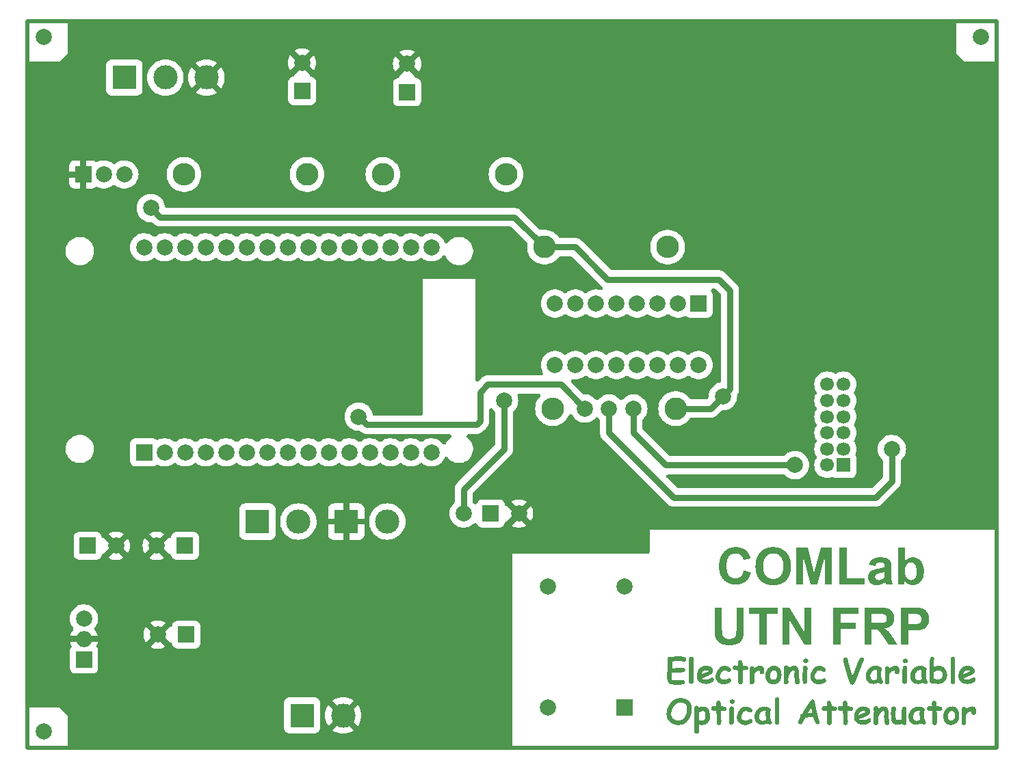
<source format=gbr>
%TF.GenerationSoftware,KiCad,Pcbnew,7.0.9*%
%TF.CreationDate,2023-12-19T12:12:07-03:00*%
%TF.ProjectId,Placa v0.1,506c6163-6120-4763-902e-312e6b696361,rev?*%
%TF.SameCoordinates,Original*%
%TF.FileFunction,Copper,L1,Top*%
%TF.FilePolarity,Positive*%
%FSLAX46Y46*%
G04 Gerber Fmt 4.6, Leading zero omitted, Abs format (unit mm)*
G04 Created by KiCad (PCBNEW 7.0.9) date 2023-12-19 12:12:07*
%MOMM*%
%LPD*%
G01*
G04 APERTURE LIST*
%ADD10C,0.300000*%
%TA.AperFunction,NonConductor*%
%ADD11C,0.300000*%
%TD*%
%TA.AperFunction,ComponentPad*%
%ADD12C,2.000000*%
%TD*%
%TA.AperFunction,ComponentPad*%
%ADD13R,2.000000X2.000000*%
%TD*%
%TA.AperFunction,ComponentPad*%
%ADD14O,2.000000X2.000000*%
%TD*%
%TA.AperFunction,ComponentPad*%
%ADD15C,2.800000*%
%TD*%
%TA.AperFunction,ComponentPad*%
%ADD16O,2.800000X2.800000*%
%TD*%
%TA.AperFunction,ComponentPad*%
%ADD17R,3.000000X3.000000*%
%TD*%
%TA.AperFunction,ComponentPad*%
%ADD18C,3.000000*%
%TD*%
%TA.AperFunction,ComponentPad*%
%ADD19R,1.700000X1.700000*%
%TD*%
%TA.AperFunction,ComponentPad*%
%ADD20C,1.700000*%
%TD*%
%TA.AperFunction,ViaPad*%
%ADD21C,2.010000*%
%TD*%
%TA.AperFunction,ViaPad*%
%ADD22C,2.000000*%
%TD*%
%TA.AperFunction,Conductor*%
%ADD23C,0.750000*%
%TD*%
%TA.AperFunction,Profile*%
%ADD24C,0.500000*%
%TD*%
G04 APERTURE END LIST*
D10*
D11*
G36*
X146656751Y-89039142D02*
G01*
X147543719Y-89320510D01*
X147530678Y-89366982D01*
X147517109Y-89412700D01*
X147503012Y-89457666D01*
X147488387Y-89501877D01*
X147473233Y-89545335D01*
X147457552Y-89588040D01*
X147441342Y-89629991D01*
X147424605Y-89671189D01*
X147407339Y-89711633D01*
X147371224Y-89790261D01*
X147332996Y-89865876D01*
X147292656Y-89938476D01*
X147250203Y-90008062D01*
X147205639Y-90074634D01*
X147158962Y-90138193D01*
X147110172Y-90198738D01*
X147059270Y-90256268D01*
X147006256Y-90310785D01*
X146951130Y-90362288D01*
X146893891Y-90410777D01*
X146864480Y-90433891D01*
X146804266Y-90477945D01*
X146742051Y-90519156D01*
X146677836Y-90557526D01*
X146611620Y-90593053D01*
X146543403Y-90625738D01*
X146473186Y-90655581D01*
X146400967Y-90682582D01*
X146326749Y-90706741D01*
X146250529Y-90728057D01*
X146172309Y-90746531D01*
X146092088Y-90762163D01*
X146009866Y-90774953D01*
X145925644Y-90784901D01*
X145839421Y-90792006D01*
X145751197Y-90796269D01*
X145706335Y-90797335D01*
X145660973Y-90797691D01*
X145604889Y-90797094D01*
X145549432Y-90795303D01*
X145494602Y-90792320D01*
X145440399Y-90788142D01*
X145386822Y-90782771D01*
X145333873Y-90776207D01*
X145281550Y-90768449D01*
X145229854Y-90759497D01*
X145178785Y-90749352D01*
X145128342Y-90738013D01*
X145078527Y-90725481D01*
X145029338Y-90711755D01*
X144980776Y-90696836D01*
X144932841Y-90680723D01*
X144885533Y-90663417D01*
X144838852Y-90644917D01*
X144792797Y-90625223D01*
X144747369Y-90604336D01*
X144702569Y-90582255D01*
X144658394Y-90558981D01*
X144614847Y-90534514D01*
X144571927Y-90508852D01*
X144529633Y-90481998D01*
X144487966Y-90453949D01*
X144446926Y-90424707D01*
X144406513Y-90394272D01*
X144366727Y-90362643D01*
X144327567Y-90329820D01*
X144289035Y-90295804D01*
X144251129Y-90260595D01*
X144213850Y-90224192D01*
X144177198Y-90186595D01*
X144141494Y-90147964D01*
X144106925Y-90108456D01*
X144073488Y-90068073D01*
X144041185Y-90026814D01*
X144010016Y-89984680D01*
X143979979Y-89941669D01*
X143951077Y-89897782D01*
X143923307Y-89853020D01*
X143896672Y-89807382D01*
X143871169Y-89760868D01*
X143846800Y-89713478D01*
X143823565Y-89665213D01*
X143801463Y-89616071D01*
X143780494Y-89566054D01*
X143760659Y-89515161D01*
X143741957Y-89463392D01*
X143724389Y-89410747D01*
X143707954Y-89357226D01*
X143692652Y-89302830D01*
X143678484Y-89247557D01*
X143665450Y-89191409D01*
X143653549Y-89134385D01*
X143642781Y-89076485D01*
X143633147Y-89017710D01*
X143624646Y-88958058D01*
X143617279Y-88897531D01*
X143611045Y-88836128D01*
X143605944Y-88773848D01*
X143601977Y-88710694D01*
X143599144Y-88646663D01*
X143597444Y-88581756D01*
X143596877Y-88515974D01*
X143597447Y-88446396D01*
X143599157Y-88377797D01*
X143602006Y-88310177D01*
X143605996Y-88243536D01*
X143611125Y-88177874D01*
X143617395Y-88113191D01*
X143624804Y-88049486D01*
X143633353Y-87986761D01*
X143643042Y-87925014D01*
X143653871Y-87864246D01*
X143665840Y-87804457D01*
X143678948Y-87745647D01*
X143693197Y-87687816D01*
X143708585Y-87630964D01*
X143725113Y-87575090D01*
X143742781Y-87520196D01*
X143761589Y-87466280D01*
X143781537Y-87413343D01*
X143802625Y-87361385D01*
X143824853Y-87310406D01*
X143848220Y-87260406D01*
X143872728Y-87211385D01*
X143898375Y-87163343D01*
X143925162Y-87116279D01*
X143953089Y-87070195D01*
X143982156Y-87025089D01*
X144012363Y-86980962D01*
X144043710Y-86937814D01*
X144076196Y-86895645D01*
X144109823Y-86854455D01*
X144144589Y-86814243D01*
X144180495Y-86775011D01*
X144217398Y-86736873D01*
X144255019Y-86699946D01*
X144293356Y-86664230D01*
X144332410Y-86629724D01*
X144372182Y-86596430D01*
X144412670Y-86564346D01*
X144453875Y-86533472D01*
X144495797Y-86503810D01*
X144538437Y-86475358D01*
X144581793Y-86448117D01*
X144625866Y-86422086D01*
X144670656Y-86397266D01*
X144716163Y-86373657D01*
X144762387Y-86351259D01*
X144809329Y-86330071D01*
X144856987Y-86310095D01*
X144905362Y-86291328D01*
X144954454Y-86273773D01*
X145004263Y-86257428D01*
X145054789Y-86242294D01*
X145106032Y-86228371D01*
X145157992Y-86215658D01*
X145210669Y-86204157D01*
X145264063Y-86193865D01*
X145318174Y-86184785D01*
X145373002Y-86176915D01*
X145428547Y-86170256D01*
X145484809Y-86164808D01*
X145541788Y-86160571D01*
X145599484Y-86157544D01*
X145657897Y-86155728D01*
X145717027Y-86155122D01*
X145768722Y-86155631D01*
X145819805Y-86157157D01*
X145870276Y-86159701D01*
X145920136Y-86163263D01*
X145969384Y-86167841D01*
X146018019Y-86173438D01*
X146066044Y-86180052D01*
X146113456Y-86187683D01*
X146160256Y-86196332D01*
X146206445Y-86205998D01*
X146252022Y-86216682D01*
X146296987Y-86228384D01*
X146341341Y-86241103D01*
X146385082Y-86254839D01*
X146428212Y-86269593D01*
X146470730Y-86285365D01*
X146512636Y-86302154D01*
X146553930Y-86319961D01*
X146594613Y-86338785D01*
X146634684Y-86358626D01*
X146674142Y-86379486D01*
X146712990Y-86401362D01*
X146751225Y-86424256D01*
X146788848Y-86448168D01*
X146825860Y-86473097D01*
X146862260Y-86499044D01*
X146898048Y-86526008D01*
X146933225Y-86553990D01*
X146967789Y-86582989D01*
X147001742Y-86613006D01*
X147035083Y-86644041D01*
X147067812Y-86676092D01*
X147105817Y-86715746D01*
X147142619Y-86757494D01*
X147178219Y-86801338D01*
X147212617Y-86847276D01*
X147245813Y-86895310D01*
X147277807Y-86945439D01*
X147308599Y-86997663D01*
X147338189Y-87051982D01*
X147366576Y-87108397D01*
X147393762Y-87166906D01*
X147419745Y-87227511D01*
X147444526Y-87290211D01*
X147468105Y-87355006D01*
X147490482Y-87421896D01*
X147511657Y-87490881D01*
X147531629Y-87561961D01*
X146625977Y-87702645D01*
X146615265Y-87658445D01*
X146603188Y-87615422D01*
X146582512Y-87553092D01*
X146558765Y-87493410D01*
X146531945Y-87436374D01*
X146502054Y-87381985D01*
X146469091Y-87330243D01*
X146433056Y-87281147D01*
X146393949Y-87234699D01*
X146351770Y-87190897D01*
X146306520Y-87149742D01*
X146290753Y-87136612D01*
X146241977Y-87099489D01*
X146191268Y-87066017D01*
X146138628Y-87036197D01*
X146084055Y-87010028D01*
X146027551Y-86987510D01*
X145969114Y-86968644D01*
X145908746Y-86953430D01*
X145846445Y-86941867D01*
X145782213Y-86933955D01*
X145738318Y-86930710D01*
X145693564Y-86929087D01*
X145670865Y-86928884D01*
X145608680Y-86930283D01*
X145547973Y-86934482D01*
X145488742Y-86941480D01*
X145430988Y-86951278D01*
X145374711Y-86963874D01*
X145319911Y-86979270D01*
X145266588Y-86997465D01*
X145214741Y-87018460D01*
X145164372Y-87042254D01*
X145115480Y-87068846D01*
X145068064Y-87098239D01*
X145022125Y-87130430D01*
X144977664Y-87165421D01*
X144934679Y-87203210D01*
X144893171Y-87243800D01*
X144853140Y-87287188D01*
X144815208Y-87333715D01*
X144779724Y-87383719D01*
X144746687Y-87437201D01*
X144716097Y-87494161D01*
X144687954Y-87554598D01*
X144662258Y-87618513D01*
X144639010Y-87685905D01*
X144618209Y-87756775D01*
X144599855Y-87831123D01*
X144583948Y-87908948D01*
X144570488Y-87990251D01*
X144559476Y-88075032D01*
X144550911Y-88163290D01*
X144547546Y-88208723D01*
X144544793Y-88255025D01*
X144542652Y-88302197D01*
X144541122Y-88350238D01*
X144540204Y-88399149D01*
X144539898Y-88448929D01*
X144540200Y-88501688D01*
X144541105Y-88553489D01*
X144542613Y-88604333D01*
X144544724Y-88654219D01*
X144547439Y-88703148D01*
X144550756Y-88751120D01*
X144554677Y-88798134D01*
X144559201Y-88844190D01*
X144564329Y-88889290D01*
X144570059Y-88933432D01*
X144583330Y-89018843D01*
X144599013Y-89100425D01*
X144617110Y-89178177D01*
X144637619Y-89252100D01*
X144660541Y-89322193D01*
X144685876Y-89388456D01*
X144713624Y-89450890D01*
X144743784Y-89509494D01*
X144776358Y-89564268D01*
X144811344Y-89615213D01*
X144848744Y-89662328D01*
X144888075Y-89706115D01*
X144928857Y-89747078D01*
X144971091Y-89785216D01*
X145014775Y-89820528D01*
X145059911Y-89853016D01*
X145106498Y-89882679D01*
X145154536Y-89909516D01*
X145204025Y-89933529D01*
X145254966Y-89954716D01*
X145307357Y-89973079D01*
X145361200Y-89988617D01*
X145416494Y-90001329D01*
X145473239Y-90011217D01*
X145531435Y-90018279D01*
X145591082Y-90022517D01*
X145652180Y-90023929D01*
X145697393Y-90023002D01*
X145741808Y-90020220D01*
X145806932Y-90012569D01*
X145870260Y-90000745D01*
X145931791Y-89984748D01*
X145991525Y-89964578D01*
X146049463Y-89940235D01*
X146105603Y-89911719D01*
X146159947Y-89879029D01*
X146212494Y-89842167D01*
X146263245Y-89801131D01*
X146279762Y-89786525D01*
X146312018Y-89755785D01*
X146343115Y-89722915D01*
X146373052Y-89687916D01*
X146401830Y-89650787D01*
X146429449Y-89611529D01*
X146455909Y-89570141D01*
X146481210Y-89526624D01*
X146505351Y-89480977D01*
X146528333Y-89433201D01*
X146550156Y-89383295D01*
X146570820Y-89331260D01*
X146590325Y-89277096D01*
X146608670Y-89220801D01*
X146625856Y-89162378D01*
X146641883Y-89101825D01*
X146656751Y-89039142D01*
G37*
G36*
X150371293Y-86155733D02*
G01*
X150432766Y-86157565D01*
X150493456Y-86160619D01*
X150553362Y-86164894D01*
X150612484Y-86170391D01*
X150670823Y-86177109D01*
X150728378Y-86185048D01*
X150785150Y-86194209D01*
X150841138Y-86204591D01*
X150896343Y-86216195D01*
X150950764Y-86229020D01*
X151004402Y-86243067D01*
X151057256Y-86258335D01*
X151109326Y-86274825D01*
X151160614Y-86292536D01*
X151211117Y-86311468D01*
X151260837Y-86331622D01*
X151309774Y-86352998D01*
X151357926Y-86375595D01*
X151405296Y-86399413D01*
X151451882Y-86424453D01*
X151497684Y-86450714D01*
X151542703Y-86478197D01*
X151586938Y-86506901D01*
X151630390Y-86536826D01*
X151673058Y-86567973D01*
X151714943Y-86600342D01*
X151756044Y-86633932D01*
X151796361Y-86668743D01*
X151835896Y-86704776D01*
X151874646Y-86742031D01*
X151912613Y-86780506D01*
X151949601Y-86820002D01*
X151985415Y-86860452D01*
X152020055Y-86901858D01*
X152053520Y-86944220D01*
X152085811Y-86987536D01*
X152116928Y-87031808D01*
X152146871Y-87077035D01*
X152175640Y-87123217D01*
X152203234Y-87170355D01*
X152229654Y-87218448D01*
X152254900Y-87267496D01*
X152278972Y-87317499D01*
X152301869Y-87368458D01*
X152323592Y-87420371D01*
X152344141Y-87473241D01*
X152363516Y-87527065D01*
X152381716Y-87581845D01*
X152398743Y-87637580D01*
X152414595Y-87694270D01*
X152429273Y-87751915D01*
X152442776Y-87810516D01*
X152455106Y-87870072D01*
X152466261Y-87930583D01*
X152476242Y-87992050D01*
X152485048Y-88054472D01*
X152492681Y-88117849D01*
X152499139Y-88182181D01*
X152504423Y-88247469D01*
X152508533Y-88313712D01*
X152511468Y-88380910D01*
X152513230Y-88449063D01*
X152513817Y-88518172D01*
X152513234Y-88586671D01*
X152511486Y-88654232D01*
X152508571Y-88720855D01*
X152504492Y-88786540D01*
X152499246Y-88851286D01*
X152492835Y-88915095D01*
X152485259Y-88977965D01*
X152476516Y-89039898D01*
X152466608Y-89100892D01*
X152455535Y-89160948D01*
X152443296Y-89220066D01*
X152429891Y-89278246D01*
X152415320Y-89335488D01*
X152399584Y-89391792D01*
X152382682Y-89447158D01*
X152364615Y-89501585D01*
X152345382Y-89555075D01*
X152324983Y-89607626D01*
X152303419Y-89659240D01*
X152280689Y-89709915D01*
X152256793Y-89759652D01*
X152231732Y-89808451D01*
X152205505Y-89856312D01*
X152178113Y-89903235D01*
X152149554Y-89949220D01*
X152119831Y-89994267D01*
X152088941Y-90038375D01*
X152056886Y-90081546D01*
X152023665Y-90123778D01*
X151989279Y-90165072D01*
X151953727Y-90205429D01*
X151917009Y-90244847D01*
X151879317Y-90283187D01*
X151840841Y-90320311D01*
X151801582Y-90356217D01*
X151761539Y-90390906D01*
X151720713Y-90424378D01*
X151679103Y-90456633D01*
X151636710Y-90487670D01*
X151593533Y-90517491D01*
X151549572Y-90546094D01*
X151504828Y-90573480D01*
X151459301Y-90599649D01*
X151412990Y-90624601D01*
X151365895Y-90648335D01*
X151318017Y-90670853D01*
X151269355Y-90692153D01*
X151219910Y-90712236D01*
X151169681Y-90731102D01*
X151118669Y-90748751D01*
X151066873Y-90765182D01*
X151014294Y-90780397D01*
X150960931Y-90794394D01*
X150906784Y-90807174D01*
X150851854Y-90818737D01*
X150796141Y-90829083D01*
X150739644Y-90838212D01*
X150682363Y-90846124D01*
X150624299Y-90852818D01*
X150565452Y-90858295D01*
X150505820Y-90862555D01*
X150445406Y-90865598D01*
X150384208Y-90867424D01*
X150322226Y-90868032D01*
X150259433Y-90867427D01*
X150197449Y-90865611D01*
X150136274Y-90862584D01*
X150075909Y-90858347D01*
X150016353Y-90852898D01*
X149957606Y-90846239D01*
X149899669Y-90838370D01*
X149842540Y-90829289D01*
X149786222Y-90818998D01*
X149730712Y-90807496D01*
X149676012Y-90794784D01*
X149622121Y-90780861D01*
X149569039Y-90765727D01*
X149516767Y-90749382D01*
X149465304Y-90731827D01*
X149414650Y-90713060D01*
X149364805Y-90693083D01*
X149315770Y-90671896D01*
X149267544Y-90649498D01*
X149220128Y-90625889D01*
X149173520Y-90601069D01*
X149127722Y-90575038D01*
X149082733Y-90547797D01*
X149038554Y-90519345D01*
X148995184Y-90489683D01*
X148952623Y-90458809D01*
X148910871Y-90426725D01*
X148869929Y-90393430D01*
X148829796Y-90358925D01*
X148790472Y-90323209D01*
X148751958Y-90286282D01*
X148714253Y-90248144D01*
X148677535Y-90208876D01*
X148641983Y-90168696D01*
X148607597Y-90127603D01*
X148574376Y-90085599D01*
X148542321Y-90042681D01*
X148511432Y-89998852D01*
X148481708Y-89954110D01*
X148453150Y-89908456D01*
X148425757Y-89861889D01*
X148399530Y-89814410D01*
X148374469Y-89766019D01*
X148350573Y-89716716D01*
X148327843Y-89666500D01*
X148306279Y-89615371D01*
X148285880Y-89563331D01*
X148266647Y-89510378D01*
X148248580Y-89456513D01*
X148231678Y-89401735D01*
X148215942Y-89346045D01*
X148201372Y-89289443D01*
X148187967Y-89231929D01*
X148175728Y-89173502D01*
X148164654Y-89114163D01*
X148154746Y-89053911D01*
X148146004Y-88992747D01*
X148138427Y-88930671D01*
X148132016Y-88867682D01*
X148126771Y-88803782D01*
X148122691Y-88738968D01*
X148119777Y-88673243D01*
X148118028Y-88606605D01*
X148117446Y-88539055D01*
X148117734Y-88508280D01*
X149060467Y-88508280D01*
X149060814Y-88556684D01*
X149061854Y-88604352D01*
X149063587Y-88651284D01*
X149066014Y-88697479D01*
X149069134Y-88742938D01*
X149072948Y-88787660D01*
X149077455Y-88831646D01*
X149088549Y-88917410D01*
X149102416Y-89000228D01*
X149119057Y-89080101D01*
X149138472Y-89157029D01*
X149160660Y-89231012D01*
X149185621Y-89302050D01*
X149213356Y-89370142D01*
X149243864Y-89435289D01*
X149277146Y-89497491D01*
X149313202Y-89556747D01*
X149352031Y-89613058D01*
X149393633Y-89666425D01*
X149415474Y-89692003D01*
X149460734Y-89740715D01*
X149507489Y-89786285D01*
X149555737Y-89828711D01*
X149605480Y-89867995D01*
X149656716Y-89904137D01*
X149709447Y-89937135D01*
X149763672Y-89966991D01*
X149819391Y-89993704D01*
X149876604Y-90017274D01*
X149935311Y-90037702D01*
X149995512Y-90054987D01*
X150057207Y-90069129D01*
X150120396Y-90080129D01*
X150185080Y-90087986D01*
X150251257Y-90092700D01*
X150318928Y-90094271D01*
X150386578Y-90092713D01*
X150452692Y-90088037D01*
X150517268Y-90080245D01*
X150580306Y-90069335D01*
X150641808Y-90055309D01*
X150701773Y-90038166D01*
X150760201Y-90017906D01*
X150817092Y-89994528D01*
X150872446Y-89968034D01*
X150926263Y-89938423D01*
X150978543Y-89905695D01*
X151029286Y-89869850D01*
X151078492Y-89830888D01*
X151126161Y-89788809D01*
X151172292Y-89743613D01*
X151216887Y-89695300D01*
X151259344Y-89643733D01*
X151299062Y-89589049D01*
X151336040Y-89531248D01*
X151370279Y-89470330D01*
X151401780Y-89406295D01*
X151430541Y-89339143D01*
X151456563Y-89268874D01*
X151479845Y-89195488D01*
X151500389Y-89118985D01*
X151518193Y-89039365D01*
X151533259Y-88956628D01*
X151545585Y-88870775D01*
X151550721Y-88826679D01*
X151555172Y-88781804D01*
X151558938Y-88736150D01*
X151562020Y-88689716D01*
X151564416Y-88642504D01*
X151566128Y-88594512D01*
X151567156Y-88545741D01*
X151567498Y-88496190D01*
X151567164Y-88447193D01*
X151566163Y-88398981D01*
X151564494Y-88351554D01*
X151562157Y-88304914D01*
X151559153Y-88259059D01*
X151555481Y-88213989D01*
X151551141Y-88169706D01*
X151540460Y-88083496D01*
X151527107Y-88000428D01*
X151511085Y-87920504D01*
X151492391Y-87843722D01*
X151471028Y-87770083D01*
X151446994Y-87699586D01*
X151420289Y-87632232D01*
X151390914Y-87568021D01*
X151358869Y-87506953D01*
X151324153Y-87449027D01*
X151286767Y-87394244D01*
X151246710Y-87342604D01*
X151225680Y-87317963D01*
X151182081Y-87270848D01*
X151136739Y-87226772D01*
X151089654Y-87185737D01*
X151040826Y-87147741D01*
X150990255Y-87112784D01*
X150937941Y-87080868D01*
X150883884Y-87051991D01*
X150828083Y-87026154D01*
X150770540Y-87003356D01*
X150711253Y-86983598D01*
X150650223Y-86966880D01*
X150587451Y-86953201D01*
X150522935Y-86942562D01*
X150456676Y-86934963D01*
X150388674Y-86930404D01*
X150318928Y-86928884D01*
X150249033Y-86930421D01*
X150180855Y-86935032D01*
X150114394Y-86942717D01*
X150049651Y-86953476D01*
X149986625Y-86967309D01*
X149925316Y-86984216D01*
X149865724Y-87004197D01*
X149807850Y-87027253D01*
X149751694Y-87053382D01*
X149697254Y-87082585D01*
X149644532Y-87114862D01*
X149593527Y-87150214D01*
X149544240Y-87188639D01*
X149496670Y-87230138D01*
X149450817Y-87274712D01*
X149406681Y-87322359D01*
X149364757Y-87373102D01*
X149325537Y-87426962D01*
X149289023Y-87483939D01*
X149255213Y-87544032D01*
X149224108Y-87607243D01*
X149195707Y-87673571D01*
X149170012Y-87743015D01*
X149147021Y-87815577D01*
X149126735Y-87891255D01*
X149109154Y-87970051D01*
X149094277Y-88051963D01*
X149082106Y-88136993D01*
X149077034Y-88180676D01*
X149072639Y-88225139D01*
X149068920Y-88270381D01*
X149065877Y-88316403D01*
X149063510Y-88363203D01*
X149061820Y-88410783D01*
X149060805Y-88459142D01*
X149060467Y-88508280D01*
X148117734Y-88508280D01*
X148118253Y-88452961D01*
X148120674Y-88368610D01*
X148124710Y-88286002D01*
X148130360Y-88205137D01*
X148137624Y-88126015D01*
X148146503Y-88048636D01*
X148156996Y-87973001D01*
X148169103Y-87899108D01*
X148182824Y-87826959D01*
X148198160Y-87756552D01*
X148215110Y-87687889D01*
X148233675Y-87620969D01*
X148253853Y-87555792D01*
X148275646Y-87492358D01*
X148299053Y-87430667D01*
X148324075Y-87370719D01*
X148343884Y-87327451D01*
X148364570Y-87284749D01*
X148386131Y-87242615D01*
X148408568Y-87201047D01*
X148431881Y-87160045D01*
X148456069Y-87119611D01*
X148481134Y-87079743D01*
X148507074Y-87040442D01*
X148533890Y-87001707D01*
X148561582Y-86963540D01*
X148590150Y-86925939D01*
X148619594Y-86888904D01*
X148649913Y-86852437D01*
X148681108Y-86816536D01*
X148713180Y-86781202D01*
X148746127Y-86746434D01*
X148779842Y-86712371D01*
X148813944Y-86679424D01*
X148848432Y-86647593D01*
X148883307Y-86616879D01*
X148918568Y-86587281D01*
X148954216Y-86558799D01*
X148990250Y-86531433D01*
X149026670Y-86505184D01*
X149063477Y-86480050D01*
X149100670Y-86456033D01*
X149138249Y-86433133D01*
X149195343Y-86400875D01*
X149253306Y-86371129D01*
X149312139Y-86343894D01*
X149331943Y-86335374D01*
X149385477Y-86313546D01*
X149440015Y-86293127D01*
X149495558Y-86274116D01*
X149552105Y-86256514D01*
X149609657Y-86240319D01*
X149668214Y-86225533D01*
X149727775Y-86212155D01*
X149788341Y-86200185D01*
X149849912Y-86189624D01*
X149912487Y-86180470D01*
X149976067Y-86172725D01*
X150040652Y-86166388D01*
X150106241Y-86161459D01*
X150172835Y-86157939D01*
X150240434Y-86155827D01*
X150309037Y-86155122D01*
X150371293Y-86155733D01*
G37*
G36*
X153188660Y-90797691D02*
G01*
X153188660Y-86225464D01*
X154558129Y-86225464D01*
X155380251Y-89344690D01*
X156193580Y-86225464D01*
X157565247Y-86225464D01*
X157565247Y-90797691D01*
X156715649Y-90797691D01*
X156715649Y-87198162D01*
X155815492Y-90797691D01*
X154935118Y-90797691D01*
X154038259Y-87198162D01*
X154038259Y-90797691D01*
X153188660Y-90797691D01*
G37*
G36*
X158470900Y-90797691D02*
G01*
X158470900Y-86225464D01*
X159385345Y-86225464D01*
X159385345Y-90023929D01*
X161660467Y-90023929D01*
X161660467Y-90797691D01*
X158470900Y-90797691D01*
G37*
G36*
X163641105Y-87421818D02*
G01*
X163710292Y-87423441D01*
X163777153Y-87426146D01*
X163841686Y-87429933D01*
X163903892Y-87434801D01*
X163963771Y-87440752D01*
X164021323Y-87447784D01*
X164076548Y-87455899D01*
X164129446Y-87465095D01*
X164180017Y-87475373D01*
X164228261Y-87486734D01*
X164274179Y-87499176D01*
X164317769Y-87512700D01*
X164378791Y-87535014D01*
X164434577Y-87559763D01*
X164486465Y-87586386D01*
X164535376Y-87614323D01*
X164581313Y-87643573D01*
X164624274Y-87674137D01*
X164664260Y-87706015D01*
X164701271Y-87739207D01*
X164735306Y-87773713D01*
X164766366Y-87809532D01*
X164794451Y-87846665D01*
X164819560Y-87885112D01*
X164834647Y-87911473D01*
X164855468Y-87954386D01*
X164874240Y-88003578D01*
X164890965Y-88059049D01*
X164905642Y-88120798D01*
X164914289Y-88165453D01*
X164922025Y-88212899D01*
X164928852Y-88263135D01*
X164934768Y-88316162D01*
X164939774Y-88371980D01*
X164943870Y-88430588D01*
X164947055Y-88491987D01*
X164949331Y-88556177D01*
X164950696Y-88623157D01*
X164951151Y-88692928D01*
X164941259Y-89712886D01*
X164941422Y-89766398D01*
X164941912Y-89818124D01*
X164942728Y-89868064D01*
X164943870Y-89916218D01*
X164945338Y-89962586D01*
X164947133Y-90007168D01*
X164950436Y-90070692D01*
X164954474Y-90130198D01*
X164959246Y-90185685D01*
X164964752Y-90237153D01*
X164970993Y-90284603D01*
X164977967Y-90328034D01*
X164983025Y-90354756D01*
X164994600Y-90406877D01*
X165008441Y-90459926D01*
X165024550Y-90513901D01*
X165042925Y-90568804D01*
X165058195Y-90610590D01*
X165074739Y-90652898D01*
X165092558Y-90695727D01*
X165111653Y-90739078D01*
X165132023Y-90782950D01*
X165139096Y-90797691D01*
X164280704Y-90797691D01*
X164265062Y-90754053D01*
X164250482Y-90709952D01*
X164234819Y-90659668D01*
X164220941Y-90613043D01*
X164206312Y-90562124D01*
X164197173Y-90529512D01*
X164184723Y-90484625D01*
X164172388Y-90441998D01*
X164166399Y-90422900D01*
X164124294Y-90463749D01*
X164081648Y-90502627D01*
X164038462Y-90539535D01*
X163994734Y-90574472D01*
X163950466Y-90607438D01*
X163905656Y-90638434D01*
X163860306Y-90667459D01*
X163814414Y-90694513D01*
X163767982Y-90719597D01*
X163721009Y-90742710D01*
X163689393Y-90757024D01*
X163641685Y-90776862D01*
X163593359Y-90794750D01*
X163544415Y-90810685D01*
X163494853Y-90824670D01*
X163444673Y-90836703D01*
X163393874Y-90846785D01*
X163342457Y-90854915D01*
X163290422Y-90861094D01*
X163237768Y-90865322D01*
X163184497Y-90867599D01*
X163148639Y-90868032D01*
X163086141Y-90866942D01*
X163025317Y-90863670D01*
X162966168Y-90858218D01*
X162908693Y-90850584D01*
X162852893Y-90840770D01*
X162798767Y-90828774D01*
X162746315Y-90814598D01*
X162695538Y-90798240D01*
X162646435Y-90779701D01*
X162599007Y-90758982D01*
X162553253Y-90736081D01*
X162509173Y-90711000D01*
X162466768Y-90683737D01*
X162426037Y-90654293D01*
X162386980Y-90622669D01*
X162349598Y-90588863D01*
X162314196Y-90553387D01*
X162281077Y-90516752D01*
X162250242Y-90478958D01*
X162221691Y-90440004D01*
X162195425Y-90399892D01*
X162171442Y-90358620D01*
X162149744Y-90316189D01*
X162130329Y-90272599D01*
X162113199Y-90227850D01*
X162098353Y-90181941D01*
X162085790Y-90134873D01*
X162075512Y-90086646D01*
X162067518Y-90037260D01*
X162061808Y-89986715D01*
X162058382Y-89935010D01*
X162057240Y-89882146D01*
X162058409Y-89829725D01*
X162059783Y-89809606D01*
X162926622Y-89809606D01*
X162929949Y-89862720D01*
X162939931Y-89913526D01*
X162956568Y-89962025D01*
X162979859Y-90008216D01*
X163009805Y-90052099D01*
X163038554Y-90085544D01*
X163062910Y-90109658D01*
X163098132Y-90139025D01*
X163135656Y-90164476D01*
X163175481Y-90186011D01*
X163217607Y-90203631D01*
X163262034Y-90217335D01*
X163308763Y-90227124D01*
X163357793Y-90232997D01*
X163409124Y-90234955D01*
X163467582Y-90232671D01*
X163525353Y-90225819D01*
X163582437Y-90214399D01*
X163638834Y-90198410D01*
X163680681Y-90183421D01*
X163722142Y-90165862D01*
X163763216Y-90145734D01*
X163803904Y-90123036D01*
X163844206Y-90097769D01*
X163857554Y-90088776D01*
X163895163Y-90059993D01*
X163929407Y-90029699D01*
X163960285Y-89997894D01*
X163994148Y-89956013D01*
X164022753Y-89911770D01*
X164046098Y-89865166D01*
X164064183Y-89816201D01*
X164075762Y-89769910D01*
X164083582Y-89721063D01*
X164088639Y-89675261D01*
X164092632Y-89623484D01*
X164095560Y-89565730D01*
X164097057Y-89518492D01*
X164097956Y-89467893D01*
X164098255Y-89413933D01*
X164098255Y-89250168D01*
X164053450Y-89263683D01*
X164002565Y-89277851D01*
X163945601Y-89292672D01*
X163898889Y-89304215D01*
X163848757Y-89316126D01*
X163795205Y-89328404D01*
X163738233Y-89341049D01*
X163677842Y-89354061D01*
X163614032Y-89367440D01*
X163569591Y-89376563D01*
X163525370Y-89385622D01*
X163462709Y-89399179D01*
X163404453Y-89412696D01*
X163350601Y-89426175D01*
X163301155Y-89439615D01*
X163256114Y-89453017D01*
X163202911Y-89470826D01*
X163157539Y-89488566D01*
X163111836Y-89510644D01*
X163096982Y-89519446D01*
X163057054Y-89548984D01*
X163022449Y-89580445D01*
X162993169Y-89613830D01*
X162964055Y-89658266D01*
X162943259Y-89705707D01*
X162930781Y-89756154D01*
X162926622Y-89809606D01*
X162059783Y-89809606D01*
X162061915Y-89778385D01*
X162067759Y-89728127D01*
X162075941Y-89678951D01*
X162086461Y-89630858D01*
X162099319Y-89583846D01*
X162114514Y-89537915D01*
X162132047Y-89493067D01*
X162151917Y-89449301D01*
X162174126Y-89406617D01*
X162190230Y-89378762D01*
X162216103Y-89338051D01*
X162243849Y-89299176D01*
X162273470Y-89262137D01*
X162304965Y-89226932D01*
X162338334Y-89193563D01*
X162373577Y-89162030D01*
X162410694Y-89132332D01*
X162449685Y-89104469D01*
X162490550Y-89078442D01*
X162533289Y-89054250D01*
X162562822Y-89039142D01*
X162609612Y-89017352D01*
X162660131Y-88996084D01*
X162714378Y-88975338D01*
X162772354Y-88955113D01*
X162834059Y-88935410D01*
X162877267Y-88922564D01*
X162922132Y-88909950D01*
X162968655Y-88897568D01*
X163016835Y-88885418D01*
X163066672Y-88873500D01*
X163118166Y-88861813D01*
X163171317Y-88850359D01*
X163226126Y-88839136D01*
X163254152Y-88833612D01*
X163328804Y-88819113D01*
X163400537Y-88804743D01*
X163469351Y-88790502D01*
X163535245Y-88776390D01*
X163598219Y-88762407D01*
X163658274Y-88748552D01*
X163715410Y-88734826D01*
X163769626Y-88721229D01*
X163820923Y-88707761D01*
X163869300Y-88694422D01*
X163914758Y-88681211D01*
X163957296Y-88668129D01*
X164015630Y-88648748D01*
X164067395Y-88629657D01*
X164098255Y-88617090D01*
X164098255Y-88528064D01*
X164097163Y-88481342D01*
X164093889Y-88437208D01*
X164086126Y-88382391D01*
X164074483Y-88332176D01*
X164058958Y-88286564D01*
X164039552Y-88245554D01*
X164009837Y-88200764D01*
X163974058Y-88163165D01*
X163930223Y-88131818D01*
X163887427Y-88110566D01*
X163837761Y-88092715D01*
X163781227Y-88078263D01*
X163734318Y-88069656D01*
X163683545Y-88062962D01*
X163628908Y-88058180D01*
X163570407Y-88055311D01*
X163508042Y-88054355D01*
X163451645Y-88055815D01*
X163398408Y-88060194D01*
X163348330Y-88067492D01*
X163301413Y-88077711D01*
X163257655Y-88090848D01*
X163207402Y-88111376D01*
X163162086Y-88136465D01*
X163145342Y-88147778D01*
X163106020Y-88180434D01*
X163069113Y-88220013D01*
X163041327Y-88256661D01*
X163015086Y-88297739D01*
X162990391Y-88343249D01*
X162967241Y-88393189D01*
X162945637Y-88447560D01*
X162935415Y-88476406D01*
X162147365Y-88335723D01*
X162164736Y-88278415D01*
X162183601Y-88222997D01*
X162203960Y-88169468D01*
X162225813Y-88117827D01*
X162249160Y-88068076D01*
X162274001Y-88020214D01*
X162300337Y-87974241D01*
X162328166Y-87930157D01*
X162357490Y-87887962D01*
X162388307Y-87847657D01*
X162420619Y-87809240D01*
X162454424Y-87772712D01*
X162489724Y-87738074D01*
X162526518Y-87705324D01*
X162564806Y-87674464D01*
X162604588Y-87645492D01*
X162646482Y-87618341D01*
X162690832Y-87592942D01*
X162737638Y-87569294D01*
X162786900Y-87547398D01*
X162838617Y-87527254D01*
X162892791Y-87508861D01*
X162949420Y-87492220D01*
X163008505Y-87477331D01*
X163070045Y-87464194D01*
X163134042Y-87452808D01*
X163200494Y-87443173D01*
X163269402Y-87435291D01*
X163340765Y-87429160D01*
X163414585Y-87424781D01*
X163490860Y-87422153D01*
X163569591Y-87421277D01*
X163641105Y-87421818D01*
G37*
G36*
X166621772Y-87878500D02*
G01*
X166672631Y-87823133D01*
X166724640Y-87771338D01*
X166777800Y-87723116D01*
X166832111Y-87678465D01*
X166887572Y-87637387D01*
X166944184Y-87599880D01*
X167001947Y-87565945D01*
X167060860Y-87535583D01*
X167120923Y-87508793D01*
X167182138Y-87485574D01*
X167244503Y-87465928D01*
X167308018Y-87449854D01*
X167372684Y-87437352D01*
X167438501Y-87428421D01*
X167505469Y-87423063D01*
X167573587Y-87421277D01*
X167647788Y-87422982D01*
X167720367Y-87428095D01*
X167791323Y-87436617D01*
X167860656Y-87448549D01*
X167928366Y-87463889D01*
X167994453Y-87482638D01*
X168058918Y-87504796D01*
X168121759Y-87530362D01*
X168182978Y-87559338D01*
X168242573Y-87591723D01*
X168300546Y-87627516D01*
X168356896Y-87666719D01*
X168411623Y-87709330D01*
X168464728Y-87755350D01*
X168516209Y-87804779D01*
X168566067Y-87857617D01*
X168613582Y-87913645D01*
X168658031Y-87972644D01*
X168699414Y-88034614D01*
X168737732Y-88099555D01*
X168772984Y-88167467D01*
X168805172Y-88238350D01*
X168834293Y-88312204D01*
X168860349Y-88389029D01*
X168883340Y-88468824D01*
X168903266Y-88551591D01*
X168920125Y-88637329D01*
X168927406Y-88681312D01*
X168933920Y-88726038D01*
X168939668Y-88771506D01*
X168944649Y-88817718D01*
X168948864Y-88864672D01*
X168952313Y-88912369D01*
X168954995Y-88960808D01*
X168956911Y-89009990D01*
X168958060Y-89059915D01*
X168958443Y-89110583D01*
X168958053Y-89162962D01*
X168956881Y-89214585D01*
X168954927Y-89265452D01*
X168952192Y-89315564D01*
X168948676Y-89364920D01*
X168944379Y-89413520D01*
X168939300Y-89461365D01*
X168933439Y-89508455D01*
X168926797Y-89554788D01*
X168919374Y-89600366D01*
X168911170Y-89645189D01*
X168902184Y-89689255D01*
X168892416Y-89732567D01*
X168870538Y-89816922D01*
X168845533Y-89898255D01*
X168817403Y-89976565D01*
X168786148Y-90051853D01*
X168751767Y-90124118D01*
X168714260Y-90193361D01*
X168673628Y-90259582D01*
X168629871Y-90322779D01*
X168582987Y-90382955D01*
X168558374Y-90411909D01*
X168507695Y-90467143D01*
X168455677Y-90518813D01*
X168402320Y-90566920D01*
X168347623Y-90611463D01*
X168291586Y-90652443D01*
X168234210Y-90689859D01*
X168175494Y-90723712D01*
X168115439Y-90754002D01*
X168054045Y-90780728D01*
X167991310Y-90803890D01*
X167927237Y-90823489D01*
X167861824Y-90839525D01*
X167795071Y-90851997D01*
X167726979Y-90860906D01*
X167657547Y-90866251D01*
X167586776Y-90868032D01*
X167534087Y-90866815D01*
X167481533Y-90863164D01*
X167429115Y-90857078D01*
X167376832Y-90848558D01*
X167324684Y-90837603D01*
X167272671Y-90824215D01*
X167220794Y-90808392D01*
X167169052Y-90790134D01*
X167117445Y-90769443D01*
X167065973Y-90746316D01*
X167031734Y-90729547D01*
X166981086Y-90702373D01*
X166931772Y-90672785D01*
X166883791Y-90640781D01*
X166837143Y-90606362D01*
X166791828Y-90569529D01*
X166747846Y-90530280D01*
X166705197Y-90488617D01*
X166663881Y-90444538D01*
X166623898Y-90398045D01*
X166585249Y-90349136D01*
X166560223Y-90315189D01*
X166560223Y-90797691D01*
X165753489Y-90797691D01*
X165753489Y-89082007D01*
X166615178Y-89082007D01*
X166615804Y-89147690D01*
X166617685Y-89211202D01*
X166620819Y-89272540D01*
X166625207Y-89331707D01*
X166630848Y-89388701D01*
X166637743Y-89443522D01*
X166645892Y-89496171D01*
X166655294Y-89546648D01*
X166665951Y-89594952D01*
X166677860Y-89641084D01*
X166691024Y-89685044D01*
X166705441Y-89726831D01*
X166729417Y-89785438D01*
X166756214Y-89839157D01*
X166775645Y-89872254D01*
X166804522Y-89916175D01*
X166834550Y-89957262D01*
X166865728Y-89995516D01*
X166898057Y-90030936D01*
X166931536Y-90063522D01*
X166966166Y-90093275D01*
X167001947Y-90120194D01*
X167038878Y-90144280D01*
X167096432Y-90175095D01*
X167156575Y-90199535D01*
X167219307Y-90217599D01*
X167262567Y-90226100D01*
X167306977Y-90231767D01*
X167352538Y-90234601D01*
X167375750Y-90234955D01*
X167428989Y-90232695D01*
X167480722Y-90225913D01*
X167530947Y-90214611D01*
X167579666Y-90198788D01*
X167626878Y-90178444D01*
X167672582Y-90153579D01*
X167716780Y-90124193D01*
X167759471Y-90090287D01*
X167800654Y-90051859D01*
X167840331Y-90008911D01*
X167865945Y-89977767D01*
X167902086Y-89926740D01*
X167934673Y-89870516D01*
X167954422Y-89830145D01*
X167972592Y-89787465D01*
X167989181Y-89742476D01*
X168004190Y-89695176D01*
X168017620Y-89645566D01*
X168029470Y-89593647D01*
X168039739Y-89539418D01*
X168048429Y-89482879D01*
X168055539Y-89424031D01*
X168061069Y-89362872D01*
X168065018Y-89299404D01*
X168067388Y-89233626D01*
X168068178Y-89165538D01*
X168067380Y-89093182D01*
X168064984Y-89023394D01*
X168060991Y-88956173D01*
X168055401Y-88891520D01*
X168048214Y-88829434D01*
X168039430Y-88769916D01*
X168029049Y-88712965D01*
X168017070Y-88658581D01*
X168003495Y-88606765D01*
X167988322Y-88557516D01*
X167971553Y-88510835D01*
X167953186Y-88466721D01*
X167933222Y-88425174D01*
X167911661Y-88386195D01*
X167876324Y-88332540D01*
X167863747Y-88315939D01*
X167824608Y-88269191D01*
X167783440Y-88227041D01*
X167740244Y-88189490D01*
X167695019Y-88156536D01*
X167647766Y-88128181D01*
X167598484Y-88104424D01*
X167547173Y-88085265D01*
X167493834Y-88070704D01*
X167438466Y-88060741D01*
X167381069Y-88055377D01*
X167341678Y-88054355D01*
X167284069Y-88056596D01*
X167228295Y-88063319D01*
X167174357Y-88074525D01*
X167122254Y-88090213D01*
X167071987Y-88110383D01*
X167023555Y-88135035D01*
X166976958Y-88164170D01*
X166932197Y-88197786D01*
X166889271Y-88235885D01*
X166848181Y-88278467D01*
X166821807Y-88309344D01*
X166784880Y-88359277D01*
X166751585Y-88413866D01*
X166721923Y-88473110D01*
X166704165Y-88515194D01*
X166688023Y-88559346D01*
X166673494Y-88605568D01*
X166660580Y-88653860D01*
X166649280Y-88704220D01*
X166639594Y-88756650D01*
X166631522Y-88811150D01*
X166625065Y-88867719D01*
X166620222Y-88926357D01*
X166616994Y-88987065D01*
X166615379Y-89049842D01*
X166615178Y-89082007D01*
X165753489Y-89082007D01*
X165753489Y-86225464D01*
X166621772Y-86225464D01*
X166621772Y-87878500D01*
G37*
D10*
D11*
G36*
X143053925Y-93662773D02*
G01*
X143969469Y-93662773D01*
X143969469Y-96144525D01*
X143969602Y-96216679D01*
X143970002Y-96285587D01*
X143970667Y-96351249D01*
X143971599Y-96413665D01*
X143972796Y-96472836D01*
X143974261Y-96528761D01*
X143975991Y-96581440D01*
X143977987Y-96630874D01*
X143980250Y-96677061D01*
X143984143Y-96740257D01*
X143988635Y-96796150D01*
X143993725Y-96844739D01*
X144001445Y-96898166D01*
X144003541Y-96909494D01*
X144015893Y-96961274D01*
X144031104Y-97011104D01*
X144049175Y-97058982D01*
X144070105Y-97104909D01*
X144093894Y-97148884D01*
X144120543Y-97190909D01*
X144150051Y-97230981D01*
X144182418Y-97269103D01*
X144217645Y-97305273D01*
X144255731Y-97339492D01*
X144282711Y-97361221D01*
X144325749Y-97391666D01*
X144371608Y-97419116D01*
X144420288Y-97443572D01*
X144471789Y-97465033D01*
X144526110Y-97483500D01*
X144583252Y-97498972D01*
X144643215Y-97511450D01*
X144705999Y-97520933D01*
X144771603Y-97527421D01*
X144816906Y-97530083D01*
X144863463Y-97531414D01*
X144887212Y-97531580D01*
X144935233Y-97530953D01*
X144981751Y-97529073D01*
X145026766Y-97525939D01*
X145091472Y-97518887D01*
X145152797Y-97509014D01*
X145210741Y-97496321D01*
X145265304Y-97480807D01*
X145316486Y-97462472D01*
X145364287Y-97441317D01*
X145408706Y-97417341D01*
X145449745Y-97390544D01*
X145475226Y-97371113D01*
X145510930Y-97340181D01*
X145543851Y-97307975D01*
X145573990Y-97274493D01*
X145601347Y-97239737D01*
X145633496Y-97191411D01*
X145660698Y-97140818D01*
X145682955Y-97087959D01*
X145700266Y-97032832D01*
X145712630Y-96975439D01*
X145719898Y-96928820D01*
X145726451Y-96876753D01*
X145732288Y-96819237D01*
X145737411Y-96756273D01*
X145740430Y-96711270D01*
X145743130Y-96663846D01*
X145745513Y-96614001D01*
X145747578Y-96561734D01*
X145749325Y-96507045D01*
X145750755Y-96449935D01*
X145751867Y-96390404D01*
X145752661Y-96328451D01*
X145753138Y-96264077D01*
X145753297Y-96197281D01*
X145753297Y-93662773D01*
X146667742Y-93662773D01*
X146667742Y-96059895D01*
X146667669Y-96110806D01*
X146667450Y-96160775D01*
X146667085Y-96209802D01*
X146666574Y-96257886D01*
X146665917Y-96305028D01*
X146665114Y-96351227D01*
X146664166Y-96396484D01*
X146663071Y-96440799D01*
X146660443Y-96526601D01*
X146657232Y-96608634D01*
X146653437Y-96686897D01*
X146649057Y-96761391D01*
X146644094Y-96832115D01*
X146638547Y-96899069D01*
X146632416Y-96962254D01*
X146625702Y-97021670D01*
X146618403Y-97077316D01*
X146610520Y-97129192D01*
X146602054Y-97177299D01*
X146593004Y-97221636D01*
X146578085Y-97284387D01*
X146560945Y-97345284D01*
X146541584Y-97404326D01*
X146520000Y-97461513D01*
X146496194Y-97516845D01*
X146470167Y-97570323D01*
X146441918Y-97621946D01*
X146411447Y-97671714D01*
X146378755Y-97719628D01*
X146343840Y-97765687D01*
X146319330Y-97795362D01*
X146280841Y-97838221D01*
X146239976Y-97879417D01*
X146196735Y-97918952D01*
X146151117Y-97956826D01*
X146103123Y-97993038D01*
X146052752Y-98027589D01*
X146000006Y-98060478D01*
X145944882Y-98091705D01*
X145887383Y-98121271D01*
X145827507Y-98149176D01*
X145786270Y-98166856D01*
X145743839Y-98183625D01*
X145699802Y-98199313D01*
X145654159Y-98213919D01*
X145606911Y-98227443D01*
X145558058Y-98239885D01*
X145507598Y-98251245D01*
X145455533Y-98261524D01*
X145401862Y-98270720D01*
X145346585Y-98278834D01*
X145289703Y-98285867D01*
X145231215Y-98291817D01*
X145171121Y-98296686D01*
X145109422Y-98300473D01*
X145046116Y-98303178D01*
X144981206Y-98304800D01*
X144914689Y-98305341D01*
X144834850Y-98304753D01*
X144757450Y-98302989D01*
X144682488Y-98300048D01*
X144609965Y-98295930D01*
X144539881Y-98290637D01*
X144472235Y-98284167D01*
X144407028Y-98276520D01*
X144344260Y-98267698D01*
X144283930Y-98257698D01*
X144226039Y-98246523D01*
X144170586Y-98234171D01*
X144117572Y-98220643D01*
X144066996Y-98205938D01*
X144018860Y-98190057D01*
X143973161Y-98173000D01*
X143929902Y-98154766D01*
X143888548Y-98135459D01*
X143848294Y-98115456D01*
X143809139Y-98094758D01*
X143752467Y-98062407D01*
X143698268Y-98028490D01*
X143646542Y-97993009D01*
X143597289Y-97955963D01*
X143550509Y-97917352D01*
X143506202Y-97877176D01*
X143464367Y-97835435D01*
X143425006Y-97792129D01*
X143400139Y-97762390D01*
X143364832Y-97716849D01*
X143331862Y-97670903D01*
X143301230Y-97624551D01*
X143272936Y-97577794D01*
X143246980Y-97530630D01*
X143223361Y-97483061D01*
X143202080Y-97435086D01*
X143183137Y-97386706D01*
X143166531Y-97337920D01*
X143152264Y-97288728D01*
X143144050Y-97255708D01*
X143133137Y-97205201D01*
X143122927Y-97151775D01*
X143113422Y-97095429D01*
X143104620Y-97036164D01*
X143096523Y-96973979D01*
X143089130Y-96908875D01*
X143082441Y-96840852D01*
X143076456Y-96769909D01*
X143071175Y-96696046D01*
X143066599Y-96619264D01*
X143062726Y-96539563D01*
X143059558Y-96456942D01*
X143057093Y-96371402D01*
X143055333Y-96282942D01*
X143054717Y-96237617D01*
X143054277Y-96191563D01*
X143054013Y-96144778D01*
X143053925Y-96097264D01*
X143053925Y-93662773D01*
G37*
G36*
X148626325Y-98235000D02*
G01*
X148626325Y-94436535D01*
X147282135Y-94436535D01*
X147282135Y-93662773D01*
X150882763Y-93662773D01*
X150882763Y-94436535D01*
X149541870Y-94436535D01*
X149541870Y-98235000D01*
X148626325Y-98235000D01*
G37*
G36*
X151463084Y-98235000D02*
G01*
X151463084Y-93662773D01*
X152353349Y-93662773D01*
X154207519Y-96752323D01*
X154207519Y-93662773D01*
X155057117Y-93662773D01*
X155057117Y-98235000D01*
X154139375Y-98235000D01*
X152312683Y-95191612D01*
X152312683Y-98235000D01*
X151463084Y-98235000D01*
G37*
G36*
X157755390Y-98235000D02*
G01*
X157755390Y-93662773D01*
X160861427Y-93662773D01*
X160861427Y-94436535D01*
X158669836Y-94436535D01*
X158669836Y-95491664D01*
X160561374Y-95491664D01*
X160561374Y-96265425D01*
X158669836Y-96265425D01*
X158669836Y-98235000D01*
X157755390Y-98235000D01*
G37*
G36*
X163569546Y-93662894D02*
G01*
X163613787Y-93663254D01*
X163699937Y-93664697D01*
X163782978Y-93667101D01*
X163862912Y-93670467D01*
X163939737Y-93674795D01*
X164013453Y-93680084D01*
X164084061Y-93686335D01*
X164151561Y-93693548D01*
X164215952Y-93701723D01*
X164277235Y-93710859D01*
X164335410Y-93720957D01*
X164390476Y-93732016D01*
X164442434Y-93744038D01*
X164491284Y-93757021D01*
X164537025Y-93770965D01*
X164579658Y-93785872D01*
X164640322Y-93810643D01*
X164698669Y-93838796D01*
X164754697Y-93870329D01*
X164808406Y-93905244D01*
X164859797Y-93943539D01*
X164908870Y-93985215D01*
X164955625Y-94030273D01*
X165000061Y-94078711D01*
X165028397Y-94112882D01*
X165055702Y-94148555D01*
X165081977Y-94185731D01*
X165107222Y-94224410D01*
X165131179Y-94264196D01*
X165153590Y-94304695D01*
X165174456Y-94345907D01*
X165193776Y-94387831D01*
X165211550Y-94430468D01*
X165227779Y-94473818D01*
X165242462Y-94517880D01*
X165255600Y-94562656D01*
X165267192Y-94608143D01*
X165277238Y-94654344D01*
X165285739Y-94701257D01*
X165292694Y-94748883D01*
X165298104Y-94797222D01*
X165301968Y-94846273D01*
X165304286Y-94896037D01*
X165305059Y-94946514D01*
X165303887Y-95010244D01*
X165300370Y-95072566D01*
X165294510Y-95133480D01*
X165286306Y-95192985D01*
X165275757Y-95251083D01*
X165262864Y-95307772D01*
X165247627Y-95363053D01*
X165230046Y-95416926D01*
X165210120Y-95469390D01*
X165187851Y-95520446D01*
X165163237Y-95570094D01*
X165136279Y-95618334D01*
X165106977Y-95665166D01*
X165075331Y-95710589D01*
X165041341Y-95754605D01*
X165005006Y-95797212D01*
X164966474Y-95838149D01*
X164925614Y-95877153D01*
X164882428Y-95914226D01*
X164836914Y-95949367D01*
X164789073Y-95982576D01*
X164738906Y-96013853D01*
X164686411Y-96043198D01*
X164631590Y-96070611D01*
X164574441Y-96096092D01*
X164514966Y-96119641D01*
X164453163Y-96141258D01*
X164389034Y-96160943D01*
X164322577Y-96178696D01*
X164253794Y-96194517D01*
X164182683Y-96208405D01*
X164109246Y-96220362D01*
X164163970Y-96253429D01*
X164216858Y-96287094D01*
X164267911Y-96321358D01*
X164317129Y-96356221D01*
X164364511Y-96391682D01*
X164410058Y-96427743D01*
X164453770Y-96464403D01*
X164495646Y-96501661D01*
X164535686Y-96539519D01*
X164573892Y-96577975D01*
X164598342Y-96603946D01*
X164635791Y-96645754D01*
X164675596Y-96693281D01*
X164703443Y-96728143D01*
X164732337Y-96765547D01*
X164762279Y-96805492D01*
X164793268Y-96847979D01*
X164825305Y-96893007D01*
X164858389Y-96940577D01*
X164892521Y-96990689D01*
X164927701Y-97043342D01*
X164963928Y-97098538D01*
X165001203Y-97156274D01*
X165039525Y-97216553D01*
X165078895Y-97279373D01*
X165119312Y-97344734D01*
X165673255Y-98235000D01*
X164578558Y-98235000D01*
X163916905Y-97229330D01*
X163873675Y-97165715D01*
X163832189Y-97105115D01*
X163792445Y-97047528D01*
X163754445Y-96992956D01*
X163718188Y-96941397D01*
X163683674Y-96892853D01*
X163650903Y-96847322D01*
X163619875Y-96804805D01*
X163590590Y-96765302D01*
X163563048Y-96728813D01*
X163525004Y-96679731D01*
X163490882Y-96637429D01*
X163460681Y-96601910D01*
X163434403Y-96573171D01*
X163401739Y-96540439D01*
X163368595Y-96510385D01*
X163326488Y-96476586D01*
X163283630Y-96446973D01*
X163240020Y-96421546D01*
X163195659Y-96400304D01*
X163159630Y-96386325D01*
X163110133Y-96371760D01*
X163064546Y-96361886D01*
X163013636Y-96353591D01*
X162957402Y-96346876D01*
X162911733Y-96342877D01*
X162863069Y-96339766D01*
X162811410Y-96337545D01*
X162756757Y-96336211D01*
X162699110Y-96335767D01*
X162513363Y-96335767D01*
X162513363Y-98235000D01*
X161598918Y-98235000D01*
X161598918Y-94436535D01*
X162513363Y-94436535D01*
X162513363Y-95562006D01*
X163190404Y-95562006D01*
X163270767Y-95561795D01*
X163347265Y-95561164D01*
X163419900Y-95560112D01*
X163488671Y-95558640D01*
X163553577Y-95556746D01*
X163614620Y-95554432D01*
X163671798Y-95551697D01*
X163725113Y-95548542D01*
X163774563Y-95544966D01*
X163820150Y-95540968D01*
X163881285Y-95534184D01*
X163933726Y-95526453D01*
X163977473Y-95517775D01*
X164012526Y-95508150D01*
X164061958Y-95489072D01*
X164107902Y-95466183D01*
X164150358Y-95439484D01*
X164189325Y-95408974D01*
X164224804Y-95374654D01*
X164256795Y-95336524D01*
X164268614Y-95320205D01*
X164295528Y-95277009D01*
X164317880Y-95230539D01*
X164335671Y-95180796D01*
X164348900Y-95127778D01*
X164356198Y-95083007D01*
X164360577Y-95036141D01*
X164362037Y-94987180D01*
X164360131Y-94932483D01*
X164354412Y-94880500D01*
X164344881Y-94831229D01*
X164331537Y-94784672D01*
X164314381Y-94740829D01*
X164293413Y-94699699D01*
X164268631Y-94661282D01*
X164240038Y-94625579D01*
X164207958Y-94592812D01*
X164172718Y-94563205D01*
X164134319Y-94536758D01*
X164092759Y-94513471D01*
X164048040Y-94493344D01*
X164000161Y-94476377D01*
X163949122Y-94462570D01*
X163894923Y-94451922D01*
X163849365Y-94447489D01*
X163797270Y-94444484D01*
X163749070Y-94442545D01*
X163693045Y-94440877D01*
X163629196Y-94439480D01*
X163582282Y-94438699D01*
X163531892Y-94438037D01*
X163478023Y-94437496D01*
X163420677Y-94437076D01*
X163359853Y-94436775D01*
X163295552Y-94436595D01*
X163227773Y-94436535D01*
X162513363Y-94436535D01*
X161598918Y-94436535D01*
X161598918Y-93662773D01*
X163524528Y-93662773D01*
X163569546Y-93662894D01*
G37*
G36*
X167661494Y-93662840D02*
G01*
X167711995Y-93663040D01*
X167761357Y-93663372D01*
X167809582Y-93663838D01*
X167856669Y-93664437D01*
X167902619Y-93665169D01*
X167947430Y-93666034D01*
X168033640Y-93668164D01*
X168115300Y-93670826D01*
X168192408Y-93674020D01*
X168264965Y-93677746D01*
X168332972Y-93682005D01*
X168396427Y-93686797D01*
X168455331Y-93692120D01*
X168509685Y-93697977D01*
X168559488Y-93704365D01*
X168604739Y-93711286D01*
X168664084Y-93722665D01*
X168697958Y-93730917D01*
X168746233Y-93744493D01*
X168793511Y-93759940D01*
X168839793Y-93777259D01*
X168885079Y-93796451D01*
X168929369Y-93817514D01*
X168972663Y-93840449D01*
X169014961Y-93865255D01*
X169056263Y-93891934D01*
X169096568Y-93920485D01*
X169135878Y-93950907D01*
X169174192Y-93983202D01*
X169211509Y-94017368D01*
X169247831Y-94053406D01*
X169283157Y-94091317D01*
X169317486Y-94131099D01*
X169350819Y-94172752D01*
X169382629Y-94216119D01*
X169412386Y-94261041D01*
X169440091Y-94307516D01*
X169465743Y-94355545D01*
X169489344Y-94405129D01*
X169510892Y-94456267D01*
X169530388Y-94508959D01*
X169547832Y-94563205D01*
X169563223Y-94619006D01*
X169576563Y-94676360D01*
X169587850Y-94735269D01*
X169597085Y-94795732D01*
X169604268Y-94857749D01*
X169609398Y-94921321D01*
X169612477Y-94986446D01*
X169613503Y-95053126D01*
X169612910Y-95104543D01*
X169611133Y-95154929D01*
X169608170Y-95204285D01*
X169604023Y-95252611D01*
X169598691Y-95299906D01*
X169592173Y-95346171D01*
X169584471Y-95391406D01*
X169575584Y-95435610D01*
X169565512Y-95478784D01*
X169548182Y-95541612D01*
X169528186Y-95602123D01*
X169505523Y-95660314D01*
X169480195Y-95716188D01*
X169461828Y-95752149D01*
X169432674Y-95804245D01*
X169402090Y-95854197D01*
X169370077Y-95902004D01*
X169336634Y-95947667D01*
X169301762Y-95991185D01*
X169265459Y-96032559D01*
X169227728Y-96071788D01*
X169188566Y-96108873D01*
X169147975Y-96143813D01*
X169105954Y-96176609D01*
X169077145Y-96197281D01*
X169033379Y-96226619D01*
X168989458Y-96254044D01*
X168945383Y-96279556D01*
X168901153Y-96303155D01*
X168856769Y-96324842D01*
X168812230Y-96344616D01*
X168767536Y-96362477D01*
X168722688Y-96378426D01*
X168677685Y-96392462D01*
X168632528Y-96404585D01*
X168602337Y-96411605D01*
X168538346Y-96423193D01*
X168492820Y-96430286D01*
X168445001Y-96436872D01*
X168394889Y-96442951D01*
X168342484Y-96448524D01*
X168287787Y-96453590D01*
X168230798Y-96458150D01*
X168171515Y-96462203D01*
X168109940Y-96465749D01*
X168046073Y-96468788D01*
X167979913Y-96471322D01*
X167911460Y-96473348D01*
X167840714Y-96474868D01*
X167767676Y-96475881D01*
X167692345Y-96476388D01*
X167653820Y-96476451D01*
X167057013Y-96476451D01*
X167057013Y-98235000D01*
X166141468Y-98235000D01*
X166141468Y-94436535D01*
X167057013Y-94436535D01*
X167057013Y-95702690D01*
X167558199Y-95702690D01*
X167624394Y-95702419D01*
X167687789Y-95701608D01*
X167748385Y-95700255D01*
X167806182Y-95698362D01*
X167861179Y-95695928D01*
X167913378Y-95692952D01*
X167962777Y-95689436D01*
X168009377Y-95685379D01*
X168053177Y-95680781D01*
X168113629Y-95672869D01*
X168167783Y-95663741D01*
X168215639Y-95653395D01*
X168269649Y-95637707D01*
X168281402Y-95633447D01*
X168325778Y-95614625D01*
X168367681Y-95593330D01*
X168407111Y-95569562D01*
X168444068Y-95543321D01*
X168478552Y-95514607D01*
X168510563Y-95483421D01*
X168540101Y-95449761D01*
X168567166Y-95413628D01*
X168591381Y-95375503D01*
X168612366Y-95335867D01*
X168630124Y-95294720D01*
X168644652Y-95252062D01*
X168655952Y-95207892D01*
X168664024Y-95162211D01*
X168668867Y-95115018D01*
X168670481Y-95066315D01*
X168669206Y-95021515D01*
X168663539Y-94964096D01*
X168653338Y-94909322D01*
X168638603Y-94857192D01*
X168619335Y-94807707D01*
X168595532Y-94760867D01*
X168567196Y-94716671D01*
X168534327Y-94675121D01*
X168525401Y-94665146D01*
X168487911Y-94627433D01*
X168447983Y-94593430D01*
X168405617Y-94563136D01*
X168360812Y-94536552D01*
X168313568Y-94513677D01*
X168263885Y-94494512D01*
X168211764Y-94479056D01*
X168157205Y-94467309D01*
X168111094Y-94460097D01*
X168054646Y-94453845D01*
X168005524Y-94449788D01*
X167950588Y-94446272D01*
X167889836Y-94443297D01*
X167823269Y-94440862D01*
X167775661Y-94439540D01*
X167725467Y-94438458D01*
X167672689Y-94437617D01*
X167617327Y-94437016D01*
X167559380Y-94436655D01*
X167498848Y-94436535D01*
X167057013Y-94436535D01*
X166141468Y-94436535D01*
X166141468Y-93662773D01*
X167609856Y-93662773D01*
X167661494Y-93662840D01*
G37*
D10*
D11*
G36*
X139270481Y-100339696D02*
G01*
X139239088Y-100338150D01*
X139209225Y-100334018D01*
X139184019Y-100328705D01*
X139142328Y-100318678D01*
X139100785Y-100309299D01*
X139059392Y-100300566D01*
X139018147Y-100292481D01*
X138977052Y-100285042D01*
X138936105Y-100278250D01*
X138895307Y-100272104D01*
X138854657Y-100266606D01*
X138814157Y-100261755D01*
X138773805Y-100257550D01*
X138733603Y-100253992D01*
X138693549Y-100251081D01*
X138653644Y-100248817D01*
X138613887Y-100247200D01*
X138574280Y-100246230D01*
X138534821Y-100245907D01*
X138495815Y-100246273D01*
X138466094Y-100247029D01*
X138435975Y-100248196D01*
X138405455Y-100249776D01*
X138374537Y-100251768D01*
X138343219Y-100254173D01*
X138311502Y-100256989D01*
X138279386Y-100260218D01*
X138246870Y-100263858D01*
X138213956Y-100267911D01*
X138202895Y-100269354D01*
X138169579Y-100273956D01*
X138135851Y-100278971D01*
X138101710Y-100284398D01*
X138067157Y-100290237D01*
X138032192Y-100296488D01*
X137996815Y-100303151D01*
X137961026Y-100310226D01*
X137924825Y-100317714D01*
X137888211Y-100325614D01*
X137851186Y-100333926D01*
X137826273Y-100339696D01*
X137826198Y-100376309D01*
X137825975Y-100415075D01*
X137825603Y-100455994D01*
X137825082Y-100499064D01*
X137824412Y-100544287D01*
X137823594Y-100591663D01*
X137822626Y-100641191D01*
X137821510Y-100692871D01*
X137820245Y-100746704D01*
X137818831Y-100802689D01*
X137817268Y-100860826D01*
X137816431Y-100890702D01*
X137815557Y-100921116D01*
X137814645Y-100952068D01*
X137813696Y-100983558D01*
X137812710Y-101015586D01*
X137811687Y-101048153D01*
X137810627Y-101081257D01*
X137809529Y-101114900D01*
X137808394Y-101149080D01*
X137807222Y-101183799D01*
X137845141Y-101181383D01*
X137885361Y-101178565D01*
X137917784Y-101176206D01*
X137954695Y-101173464D01*
X137996094Y-101170339D01*
X138041981Y-101166830D01*
X138092356Y-101162937D01*
X138147219Y-101158661D01*
X138206570Y-101154001D01*
X138237929Y-101151528D01*
X138270409Y-101148958D01*
X138304012Y-101146293D01*
X138338736Y-101143531D01*
X138374583Y-101140674D01*
X138411551Y-101137721D01*
X138449642Y-101134672D01*
X138488854Y-101131527D01*
X138529189Y-101128286D01*
X138570645Y-101124950D01*
X138613223Y-101121517D01*
X138661283Y-101117702D01*
X138707093Y-101114133D01*
X138750653Y-101110810D01*
X138791963Y-101107733D01*
X138831024Y-101104902D01*
X138867835Y-101102317D01*
X138902396Y-101099979D01*
X138934708Y-101097887D01*
X138964770Y-101096041D01*
X139005645Y-101093733D01*
X139041457Y-101091979D01*
X139072208Y-101090779D01*
X139105336Y-101090041D01*
X139112211Y-101090010D01*
X139142070Y-101091223D01*
X139177848Y-101096154D01*
X139211908Y-101104876D01*
X139244251Y-101117391D01*
X139274877Y-101133699D01*
X139303786Y-101153799D01*
X139320306Y-101167679D01*
X139345215Y-101193185D01*
X139365902Y-101221160D01*
X139382366Y-101251603D01*
X139394610Y-101284515D01*
X139402631Y-101319896D01*
X139406008Y-101349977D01*
X139406768Y-101373576D01*
X139405747Y-101403517D01*
X139400382Y-101445307D01*
X139390419Y-101483348D01*
X139375858Y-101517641D01*
X139356700Y-101548186D01*
X139332942Y-101574982D01*
X139304587Y-101598031D01*
X139271634Y-101617332D01*
X139234082Y-101632884D01*
X139191932Y-101644689D01*
X139161278Y-101650476D01*
X139145184Y-101652745D01*
X139112843Y-101654641D01*
X139077642Y-101656755D01*
X139039581Y-101659089D01*
X138998661Y-101661641D01*
X138954882Y-101664412D01*
X138924108Y-101666382D01*
X138892062Y-101668448D01*
X138858746Y-101670612D01*
X138824159Y-101672873D01*
X138788301Y-101675232D01*
X138751172Y-101677687D01*
X138712773Y-101680241D01*
X138673102Y-101682891D01*
X138652791Y-101684253D01*
X138614998Y-101687501D01*
X138574892Y-101690836D01*
X138532474Y-101694256D01*
X138487744Y-101697762D01*
X138440700Y-101701354D01*
X138391344Y-101705032D01*
X138339675Y-101708796D01*
X138285694Y-101712646D01*
X138229400Y-101716581D01*
X138170793Y-101720603D01*
X138140622Y-101722646D01*
X138109873Y-101724710D01*
X138078546Y-101726796D01*
X138046641Y-101728903D01*
X138014158Y-101731032D01*
X137981096Y-101733182D01*
X137947456Y-101735354D01*
X137913239Y-101737547D01*
X137878443Y-101739762D01*
X137843068Y-101741998D01*
X137807116Y-101744256D01*
X137770585Y-101746535D01*
X137768811Y-101778657D01*
X137767151Y-101809996D01*
X137765605Y-101840550D01*
X137764174Y-101870320D01*
X137762242Y-101913504D01*
X137760568Y-101954924D01*
X137759151Y-101994580D01*
X137757992Y-102032470D01*
X137757090Y-102068597D01*
X137756446Y-102102958D01*
X137756060Y-102135555D01*
X137755931Y-102166388D01*
X137756117Y-102215226D01*
X137756675Y-102261357D01*
X137757605Y-102304779D01*
X137758908Y-102345494D01*
X137760582Y-102383502D01*
X137762629Y-102418802D01*
X137765047Y-102451394D01*
X137767838Y-102481278D01*
X137772721Y-102521028D01*
X137778442Y-102554686D01*
X137787372Y-102590085D01*
X137800628Y-102619105D01*
X137803558Y-102622878D01*
X137833260Y-102635629D01*
X137864386Y-102640910D01*
X137896809Y-102644207D01*
X137935919Y-102646680D01*
X137969639Y-102647994D01*
X138007119Y-102648844D01*
X138048361Y-102649230D01*
X138062944Y-102649256D01*
X138097016Y-102649165D01*
X138135118Y-102648890D01*
X138166339Y-102648563D01*
X138199827Y-102648134D01*
X138235582Y-102647602D01*
X138273604Y-102646966D01*
X138313892Y-102646228D01*
X138356448Y-102645386D01*
X138386077Y-102644768D01*
X138416715Y-102644104D01*
X138448359Y-102643394D01*
X138480090Y-102642684D01*
X138510802Y-102642020D01*
X138540494Y-102641402D01*
X138583123Y-102640561D01*
X138623459Y-102639822D01*
X138661502Y-102639187D01*
X138697252Y-102638654D01*
X138730710Y-102638225D01*
X138761876Y-102637899D01*
X138799863Y-102637624D01*
X138833775Y-102637532D01*
X138863599Y-102636316D01*
X138892817Y-102633591D01*
X138922289Y-102629930D01*
X138955408Y-102625076D01*
X138988672Y-102620222D01*
X139017938Y-102616561D01*
X139049694Y-102613605D01*
X139074842Y-102612620D01*
X139104163Y-102613673D01*
X139139300Y-102617952D01*
X139172756Y-102625523D01*
X139204530Y-102636385D01*
X139234623Y-102650538D01*
X139263034Y-102667984D01*
X139279274Y-102680031D01*
X139301942Y-102699666D01*
X139326028Y-102726882D01*
X139345391Y-102757067D01*
X139360031Y-102790223D01*
X139368343Y-102818885D01*
X139373632Y-102849448D01*
X139375899Y-102881911D01*
X139375994Y-102890324D01*
X139373875Y-102931310D01*
X139367519Y-102969089D01*
X139356925Y-103003661D01*
X139342094Y-103035026D01*
X139323025Y-103063184D01*
X139299718Y-103088135D01*
X139272175Y-103109878D01*
X139240393Y-103128415D01*
X139204374Y-103143744D01*
X139164118Y-103155866D01*
X139134926Y-103162166D01*
X139092418Y-103168975D01*
X139059743Y-103173143D01*
X139023599Y-103177012D01*
X138983985Y-103180585D01*
X138940903Y-103183859D01*
X138894352Y-103186836D01*
X138844332Y-103189515D01*
X138790843Y-103191896D01*
X138733885Y-103193980D01*
X138704105Y-103194910D01*
X138673457Y-103195766D01*
X138641943Y-103196547D01*
X138609561Y-103197254D01*
X138576312Y-103197887D01*
X138542196Y-103198445D01*
X138507212Y-103198928D01*
X138471362Y-103199338D01*
X138434644Y-103199673D01*
X138397058Y-103199933D01*
X138358606Y-103200119D01*
X138319286Y-103200231D01*
X138279099Y-103200268D01*
X138237562Y-103200090D01*
X138196939Y-103199555D01*
X138157231Y-103198664D01*
X138118437Y-103197417D01*
X138080558Y-103195814D01*
X138043593Y-103193854D01*
X138007542Y-103191538D01*
X137972406Y-103188865D01*
X137938185Y-103185836D01*
X137904878Y-103182451D01*
X137872486Y-103178709D01*
X137841008Y-103174611D01*
X137810444Y-103170157D01*
X137780795Y-103165346D01*
X137724240Y-103154656D01*
X137671344Y-103142540D01*
X137622105Y-103128999D01*
X137576524Y-103114032D01*
X137534601Y-103097640D01*
X137496336Y-103079823D01*
X137461729Y-103060580D01*
X137430780Y-103039912D01*
X137403488Y-103017819D01*
X137376249Y-102990796D01*
X137350766Y-102960105D01*
X137327041Y-102925744D01*
X137305074Y-102887713D01*
X137284864Y-102846014D01*
X137266411Y-102800645D01*
X137249716Y-102751606D01*
X137234778Y-102698899D01*
X137221597Y-102642521D01*
X137215666Y-102612957D01*
X137210174Y-102582475D01*
X137205122Y-102551076D01*
X137200508Y-102518759D01*
X137196335Y-102485525D01*
X137192600Y-102451374D01*
X137189305Y-102416305D01*
X137186449Y-102380319D01*
X137184033Y-102343416D01*
X137182056Y-102305595D01*
X137180518Y-102266857D01*
X137179420Y-102227202D01*
X137178761Y-102186629D01*
X137178541Y-102145139D01*
X137178698Y-102109244D01*
X137179171Y-102071168D01*
X137179958Y-102030911D01*
X137181060Y-101988472D01*
X137182476Y-101943853D01*
X137184208Y-101897053D01*
X137186255Y-101848072D01*
X137188616Y-101796910D01*
X137191292Y-101743566D01*
X137194283Y-101688042D01*
X137197589Y-101630337D01*
X137199360Y-101600667D01*
X137201210Y-101570451D01*
X137203138Y-101539690D01*
X137205145Y-101508383D01*
X137207231Y-101476532D01*
X137209396Y-101444135D01*
X137211639Y-101411193D01*
X137213961Y-101377706D01*
X137216362Y-101343673D01*
X137218841Y-101309096D01*
X137221320Y-101274520D01*
X137223721Y-101240494D01*
X137226043Y-101207017D01*
X137228286Y-101174090D01*
X137230451Y-101141713D01*
X137232537Y-101109885D01*
X137234544Y-101078607D01*
X137236472Y-101047878D01*
X137238322Y-101017699D01*
X137240093Y-100988069D01*
X137243399Y-100930458D01*
X137246390Y-100875046D01*
X137249066Y-100821831D01*
X137251427Y-100770815D01*
X137253474Y-100721997D01*
X137255205Y-100675377D01*
X137256622Y-100630955D01*
X137257724Y-100588732D01*
X137258511Y-100548707D01*
X137258984Y-100510879D01*
X137259141Y-100475251D01*
X137258420Y-100445601D01*
X137256256Y-100411057D01*
X137253351Y-100378531D01*
X137249444Y-100342607D01*
X137245597Y-100311420D01*
X137241109Y-100278058D01*
X137238625Y-100260561D01*
X137233816Y-100226111D01*
X137229649Y-100193837D01*
X137226122Y-100163738D01*
X137222616Y-100129173D01*
X137220112Y-100098007D01*
X137218429Y-100065094D01*
X137218108Y-100045872D01*
X137219236Y-100007630D01*
X137222619Y-99971855D01*
X137228258Y-99938547D01*
X137236152Y-99907707D01*
X137246301Y-99879333D01*
X137265754Y-99841400D01*
X137290282Y-99809017D01*
X137319884Y-99782186D01*
X137354562Y-99760906D01*
X137394314Y-99745177D01*
X137423634Y-99737776D01*
X137455210Y-99732841D01*
X137489042Y-99730374D01*
X137506803Y-99730066D01*
X137540111Y-99731869D01*
X137572440Y-99737278D01*
X137603790Y-99746294D01*
X137634161Y-99758917D01*
X137663553Y-99775146D01*
X137673133Y-99781357D01*
X137702986Y-99774356D01*
X137732644Y-99767641D01*
X137762108Y-99761212D01*
X137791377Y-99755070D01*
X137820451Y-99749214D01*
X137849331Y-99743644D01*
X137892286Y-99735826D01*
X137934803Y-99728652D01*
X137976881Y-99722122D01*
X138018523Y-99716235D01*
X138059726Y-99710993D01*
X138100491Y-99706395D01*
X138127424Y-99703687D01*
X138167610Y-99700021D01*
X138207383Y-99696715D01*
X138246745Y-99693770D01*
X138285694Y-99691185D01*
X138324231Y-99688961D01*
X138362355Y-99687098D01*
X138400068Y-99685595D01*
X138437368Y-99684453D01*
X138474257Y-99683672D01*
X138510733Y-99683251D01*
X138534821Y-99683171D01*
X138567086Y-99683263D01*
X138598944Y-99683537D01*
X138630393Y-99683995D01*
X138661435Y-99684636D01*
X138692068Y-99685461D01*
X138722294Y-99686468D01*
X138752112Y-99687659D01*
X138781522Y-99689033D01*
X138839118Y-99692330D01*
X138895083Y-99696360D01*
X138949417Y-99701123D01*
X139002119Y-99706618D01*
X139053190Y-99712847D01*
X139102629Y-99719807D01*
X139150436Y-99727501D01*
X139196613Y-99735927D01*
X139241157Y-99745087D01*
X139284071Y-99754978D01*
X139325352Y-99765603D01*
X139365003Y-99776960D01*
X139398918Y-99791905D01*
X139429497Y-99808989D01*
X139456741Y-99828210D01*
X139480648Y-99849569D01*
X139501219Y-99873066D01*
X139518455Y-99898702D01*
X139532355Y-99926476D01*
X139542918Y-99956387D01*
X139550146Y-99988437D01*
X139554038Y-100022625D01*
X139554779Y-100046604D01*
X139552973Y-100080554D01*
X139547552Y-100113251D01*
X139538519Y-100144696D01*
X139525871Y-100174889D01*
X139509610Y-100203830D01*
X139489736Y-100231518D01*
X139480774Y-100242243D01*
X139459376Y-100265083D01*
X139436581Y-100284879D01*
X139412390Y-100301628D01*
X139380186Y-100318283D01*
X139345800Y-100330179D01*
X139316720Y-100336270D01*
X139286243Y-100339315D01*
X139270481Y-100339696D01*
G37*
G36*
X140453105Y-102717400D02*
G01*
X140451994Y-102764515D01*
X140448663Y-102808590D01*
X140443110Y-102849626D01*
X140435336Y-102887622D01*
X140425341Y-102922578D01*
X140413125Y-102954495D01*
X140398688Y-102983372D01*
X140382030Y-103009209D01*
X140363151Y-103032007D01*
X140330667Y-103060504D01*
X140293187Y-103082161D01*
X140265423Y-103092800D01*
X140235439Y-103100399D01*
X140203233Y-103104959D01*
X140168806Y-103106479D01*
X140138524Y-103105254D01*
X140102571Y-103100277D01*
X140068728Y-103091472D01*
X140036997Y-103078839D01*
X140007377Y-103062378D01*
X139979867Y-103042088D01*
X139964375Y-103028077D01*
X139941366Y-103002714D01*
X139922257Y-102975169D01*
X139907048Y-102945441D01*
X139895739Y-102913531D01*
X139888329Y-102879438D01*
X139884819Y-102843163D01*
X139884507Y-102828042D01*
X139884507Y-99994581D01*
X139886618Y-99958524D01*
X139892951Y-99924542D01*
X139903505Y-99892635D01*
X139918282Y-99862804D01*
X139937280Y-99835048D01*
X139960499Y-99809366D01*
X139970969Y-99799675D01*
X139997774Y-99779621D01*
X140026439Y-99762967D01*
X140056965Y-99749711D01*
X140089351Y-99739854D01*
X140123597Y-99733397D01*
X140159704Y-99730338D01*
X140174668Y-99730066D01*
X140204401Y-99731211D01*
X140239667Y-99735862D01*
X140272822Y-99744091D01*
X140303866Y-99755897D01*
X140332800Y-99771282D01*
X140359622Y-99790244D01*
X140374703Y-99803338D01*
X140397289Y-99827134D01*
X140416048Y-99853184D01*
X140430978Y-99881488D01*
X140442079Y-99912046D01*
X140449353Y-99944857D01*
X140452798Y-99979923D01*
X140453105Y-99994581D01*
X140453105Y-102717400D01*
G37*
G36*
X141994471Y-100856038D02*
G01*
X142037916Y-100857540D01*
X142080406Y-100860045D01*
X142121940Y-100863551D01*
X142162517Y-100868059D01*
X142202139Y-100873569D01*
X142240805Y-100880080D01*
X142278515Y-100887594D01*
X142315268Y-100896109D01*
X142351066Y-100905626D01*
X142385908Y-100916144D01*
X142419794Y-100927665D01*
X142452724Y-100940187D01*
X142484698Y-100953711D01*
X142515715Y-100968237D01*
X142545777Y-100983764D01*
X142583487Y-101005654D01*
X142618764Y-101029010D01*
X142651608Y-101053831D01*
X142682019Y-101080118D01*
X142709997Y-101107870D01*
X142735543Y-101137088D01*
X142758655Y-101167771D01*
X142779335Y-101199919D01*
X142797581Y-101233533D01*
X142813395Y-101268612D01*
X142826776Y-101305157D01*
X142837724Y-101343168D01*
X142846239Y-101382643D01*
X142852321Y-101423584D01*
X142855971Y-101465991D01*
X142857187Y-101509863D01*
X142854959Y-101551728D01*
X142848274Y-101592690D01*
X142837133Y-101632751D01*
X142821535Y-101671911D01*
X142801481Y-101710169D01*
X142785636Y-101735173D01*
X142767810Y-101759777D01*
X142748003Y-101783980D01*
X142726216Y-101807782D01*
X142702448Y-101831183D01*
X142676700Y-101854184D01*
X142648970Y-101876784D01*
X142619261Y-101898984D01*
X142603663Y-101909933D01*
X142571091Y-101931228D01*
X142541898Y-101948702D01*
X142508623Y-101967464D01*
X142471264Y-101987514D01*
X142444091Y-102001596D01*
X142415102Y-102016250D01*
X142384299Y-102031477D01*
X142351681Y-102047277D01*
X142317248Y-102063649D01*
X142281001Y-102080593D01*
X142242939Y-102098110D01*
X142203063Y-102116199D01*
X142161372Y-102134861D01*
X142139846Y-102144406D01*
X141445219Y-102449954D01*
X141477133Y-102464036D01*
X141511050Y-102476973D01*
X141539627Y-102486499D01*
X141569485Y-102495292D01*
X141600626Y-102503352D01*
X141633050Y-102510679D01*
X141666755Y-102517273D01*
X141684089Y-102520296D01*
X141719889Y-102525791D01*
X141756949Y-102530554D01*
X141795269Y-102534584D01*
X141824835Y-102537126D01*
X141855109Y-102539255D01*
X141886092Y-102540973D01*
X141917783Y-102542278D01*
X141950183Y-102543171D01*
X141983291Y-102543652D01*
X142005756Y-102543743D01*
X142039954Y-102543260D01*
X142073488Y-102541808D01*
X142106358Y-102539390D01*
X142138564Y-102536004D01*
X142170105Y-102531650D01*
X142200983Y-102526329D01*
X142231196Y-102520041D01*
X142260746Y-102512785D01*
X142289632Y-102504562D01*
X142317853Y-102495372D01*
X142345410Y-102485214D01*
X142385502Y-102468163D01*
X142424099Y-102448935D01*
X142461202Y-102427531D01*
X142473237Y-102419912D01*
X142504787Y-102400139D01*
X142535139Y-102382311D01*
X142564292Y-102366428D01*
X142592248Y-102352490D01*
X142619007Y-102340496D01*
X142652821Y-102327530D01*
X142684506Y-102318022D01*
X142714061Y-102311971D01*
X142748010Y-102309270D01*
X142786247Y-102311312D01*
X142820722Y-102317436D01*
X142851437Y-102327643D01*
X142878390Y-102341934D01*
X142901583Y-102360307D01*
X142921015Y-102382763D01*
X142936685Y-102409303D01*
X142948595Y-102439925D01*
X142956744Y-102474630D01*
X142961131Y-102513418D01*
X142961967Y-102541545D01*
X142960622Y-102573868D01*
X142956586Y-102605441D01*
X142949860Y-102636265D01*
X142940443Y-102666338D01*
X142928336Y-102695661D01*
X142913538Y-102724235D01*
X142896050Y-102752059D01*
X142875872Y-102779132D01*
X142853002Y-102805456D01*
X142827443Y-102831030D01*
X142799193Y-102855854D01*
X142768252Y-102879928D01*
X142734621Y-102903252D01*
X142698299Y-102925827D01*
X142659287Y-102947651D01*
X142617585Y-102968726D01*
X142581449Y-102985407D01*
X142545033Y-103001012D01*
X142508337Y-103015540D01*
X142471360Y-103028993D01*
X142434102Y-103041369D01*
X142396564Y-103052669D01*
X142358746Y-103062893D01*
X142320647Y-103072041D01*
X142282267Y-103080112D01*
X142243607Y-103087107D01*
X142204667Y-103093026D01*
X142165445Y-103097869D01*
X142125944Y-103101636D01*
X142086162Y-103104326D01*
X142046099Y-103105941D01*
X142005756Y-103106479D01*
X141975156Y-103106249D01*
X141944906Y-103105560D01*
X141915004Y-103104412D01*
X141885452Y-103102804D01*
X141827394Y-103098210D01*
X141770734Y-103091778D01*
X141715470Y-103083509D01*
X141661603Y-103073403D01*
X141609133Y-103061459D01*
X141558059Y-103047677D01*
X141508383Y-103032058D01*
X141460103Y-103014601D01*
X141413220Y-102995307D01*
X141367733Y-102974175D01*
X141323643Y-102951206D01*
X141280951Y-102926399D01*
X141239654Y-102899755D01*
X141199755Y-102871273D01*
X141157875Y-102837928D01*
X141118697Y-102802923D01*
X141082221Y-102766258D01*
X141048447Y-102727933D01*
X141017374Y-102687948D01*
X140989004Y-102646302D01*
X140963336Y-102602997D01*
X140940369Y-102558031D01*
X140920105Y-102511406D01*
X140902542Y-102463120D01*
X140887681Y-102413174D01*
X140875523Y-102361569D01*
X140866066Y-102308303D01*
X140859311Y-102253377D01*
X140855258Y-102196791D01*
X140853907Y-102138544D01*
X140854175Y-102106095D01*
X140854978Y-102073958D01*
X140856316Y-102042135D01*
X140858189Y-102010626D01*
X140860598Y-101979430D01*
X140863541Y-101948547D01*
X140865184Y-101934113D01*
X141404186Y-101934113D01*
X141433304Y-101921391D01*
X141462404Y-101908685D01*
X141491487Y-101895997D01*
X141520553Y-101883326D01*
X141549601Y-101870672D01*
X141578633Y-101858035D01*
X141607647Y-101845416D01*
X141636644Y-101832813D01*
X141665624Y-101820228D01*
X141694587Y-101807660D01*
X141723533Y-101795109D01*
X141752461Y-101782576D01*
X141781373Y-101770059D01*
X141810267Y-101757560D01*
X141839144Y-101745078D01*
X141868004Y-101732613D01*
X141902364Y-101716839D01*
X141935838Y-101701208D01*
X141968425Y-101685721D01*
X142000124Y-101670377D01*
X142030935Y-101655175D01*
X142060860Y-101640117D01*
X142089897Y-101625202D01*
X142118047Y-101610430D01*
X142145310Y-101595801D01*
X142171685Y-101581316D01*
X142209585Y-101559856D01*
X142245487Y-101538717D01*
X142279394Y-101517901D01*
X142311304Y-101497407D01*
X142284604Y-101483265D01*
X142256435Y-101470513D01*
X142226799Y-101459153D01*
X142195693Y-101449184D01*
X142163120Y-101440606D01*
X142129078Y-101433419D01*
X142093568Y-101427623D01*
X142056590Y-101423218D01*
X142018143Y-101420204D01*
X141978228Y-101418581D01*
X141950802Y-101418272D01*
X141915296Y-101419406D01*
X141880769Y-101422806D01*
X141847221Y-101428473D01*
X141814652Y-101436407D01*
X141783061Y-101446608D01*
X141752450Y-101459076D01*
X141722817Y-101473811D01*
X141694164Y-101490812D01*
X141666489Y-101510081D01*
X141639793Y-101531616D01*
X141622539Y-101547232D01*
X141597587Y-101572546D01*
X141573561Y-101600126D01*
X141550463Y-101629973D01*
X141528292Y-101662088D01*
X141507049Y-101696469D01*
X141486733Y-101733116D01*
X141467344Y-101772031D01*
X141454934Y-101799234D01*
X141442935Y-101827444D01*
X141431349Y-101856661D01*
X141420175Y-101886886D01*
X141409413Y-101918119D01*
X141404186Y-101934113D01*
X140865184Y-101934113D01*
X140867020Y-101917978D01*
X140871035Y-101887722D01*
X140875584Y-101857780D01*
X140880669Y-101828151D01*
X140886289Y-101798835D01*
X140892444Y-101769833D01*
X140899135Y-101741144D01*
X140914121Y-101684707D01*
X140931249Y-101629523D01*
X140950517Y-101575593D01*
X140971927Y-101522917D01*
X140995477Y-101471494D01*
X141021168Y-101421325D01*
X141049000Y-101372410D01*
X141078974Y-101324748D01*
X141111088Y-101278340D01*
X141127948Y-101255606D01*
X141147206Y-101230993D01*
X141166880Y-101207161D01*
X141186968Y-101184110D01*
X141207472Y-101161840D01*
X141228390Y-101140352D01*
X141249724Y-101119645D01*
X141271472Y-101099720D01*
X141316215Y-101062213D01*
X141362617Y-101027832D01*
X141410679Y-100996577D01*
X141460402Y-100968447D01*
X141511784Y-100943443D01*
X141564827Y-100921564D01*
X141619530Y-100902811D01*
X141675893Y-100887183D01*
X141704697Y-100880541D01*
X141733916Y-100874681D01*
X141763550Y-100869602D01*
X141793599Y-100865304D01*
X141824063Y-100861788D01*
X141854942Y-100859053D01*
X141886236Y-100857099D01*
X141917945Y-100855927D01*
X141950069Y-100855537D01*
X141994471Y-100856038D01*
G37*
G36*
X144262560Y-103153373D02*
G01*
X144206527Y-103152377D01*
X144151632Y-103149389D01*
X144097877Y-103144409D01*
X144045261Y-103137437D01*
X143993784Y-103128472D01*
X143943446Y-103117515D01*
X143894247Y-103104567D01*
X143846187Y-103089626D01*
X143799267Y-103072693D01*
X143753486Y-103053768D01*
X143708844Y-103032851D01*
X143665341Y-103009942D01*
X143622977Y-102985040D01*
X143581753Y-102958147D01*
X143541667Y-102929261D01*
X143502721Y-102898384D01*
X143463503Y-102864011D01*
X143426815Y-102828305D01*
X143392657Y-102791265D01*
X143361029Y-102752891D01*
X143331932Y-102713184D01*
X143305365Y-102672142D01*
X143281328Y-102629767D01*
X143259821Y-102586058D01*
X143240845Y-102541016D01*
X143224399Y-102494639D01*
X143210482Y-102446929D01*
X143199096Y-102397884D01*
X143190241Y-102347507D01*
X143183915Y-102295795D01*
X143180120Y-102242749D01*
X143178855Y-102188370D01*
X143179991Y-102137437D01*
X143183400Y-102086303D01*
X143189082Y-102034969D01*
X143197036Y-101983435D01*
X143207262Y-101931700D01*
X143219762Y-101879765D01*
X143234534Y-101827630D01*
X143251578Y-101775294D01*
X143270895Y-101722758D01*
X143292485Y-101670022D01*
X143316347Y-101617085D01*
X143329131Y-101590541D01*
X143342482Y-101563948D01*
X143356402Y-101537304D01*
X143370890Y-101510610D01*
X143385946Y-101483866D01*
X143401570Y-101457072D01*
X143417762Y-101430228D01*
X143434523Y-101403334D01*
X143451851Y-101376390D01*
X143469748Y-101349396D01*
X143490461Y-101319012D01*
X143511382Y-101289592D01*
X143532512Y-101261138D01*
X143553852Y-101233647D01*
X143575400Y-101207122D01*
X143597157Y-101181561D01*
X143619123Y-101156964D01*
X143641298Y-101133332D01*
X143663682Y-101110665D01*
X143686275Y-101088962D01*
X143709077Y-101068224D01*
X143732088Y-101048450D01*
X143755308Y-101029641D01*
X143778736Y-101011797D01*
X143826221Y-100979001D01*
X143874541Y-100950064D01*
X143923696Y-100924986D01*
X143973688Y-100903765D01*
X144024515Y-100886403D01*
X144076178Y-100872899D01*
X144128677Y-100863253D01*
X144182012Y-100857466D01*
X144236182Y-100855537D01*
X144277068Y-100856612D01*
X144319215Y-100859839D01*
X144362625Y-100865216D01*
X144392266Y-100869996D01*
X144422468Y-100875732D01*
X144453232Y-100882424D01*
X144484556Y-100890072D01*
X144516441Y-100898675D01*
X144548887Y-100908235D01*
X144581894Y-100918751D01*
X144615462Y-100930223D01*
X144649591Y-100942651D01*
X144684281Y-100956034D01*
X144719533Y-100970374D01*
X144737368Y-100977902D01*
X144779515Y-100996950D01*
X144818942Y-101016359D01*
X144855650Y-101036128D01*
X144889639Y-101056258D01*
X144920908Y-101076749D01*
X144949459Y-101097600D01*
X144975291Y-101118812D01*
X144998403Y-101140385D01*
X145018796Y-101162318D01*
X145044288Y-101195894D01*
X145063662Y-101230282D01*
X145076917Y-101265480D01*
X145084055Y-101301491D01*
X145085415Y-101325948D01*
X145083697Y-101358807D01*
X145078545Y-101390520D01*
X145069959Y-101421089D01*
X145057937Y-101450512D01*
X145042481Y-101478791D01*
X145023591Y-101505925D01*
X145015073Y-101516458D01*
X144990890Y-101542211D01*
X144964597Y-101563599D01*
X144936193Y-101580622D01*
X144905679Y-101593280D01*
X144873053Y-101601573D01*
X144838316Y-101605502D01*
X144823830Y-101605851D01*
X144789321Y-101602553D01*
X144758634Y-101594768D01*
X144726194Y-101582403D01*
X144698980Y-101569214D01*
X144670644Y-101553094D01*
X144641186Y-101534043D01*
X144610606Y-101512061D01*
X144586149Y-101495300D01*
X144559490Y-101480188D01*
X144530628Y-101466724D01*
X144499564Y-101454909D01*
X144466297Y-101444742D01*
X144430827Y-101436224D01*
X144393156Y-101429355D01*
X144353281Y-101424134D01*
X144311205Y-101420562D01*
X144281930Y-101419097D01*
X144251676Y-101418364D01*
X144236182Y-101418272D01*
X144206268Y-101420764D01*
X144175878Y-101428241D01*
X144145011Y-101440703D01*
X144113668Y-101458149D01*
X144081848Y-101480579D01*
X144049551Y-101507994D01*
X144027755Y-101529040D01*
X144005748Y-101552301D01*
X143983528Y-101577778D01*
X143961097Y-101605470D01*
X143938454Y-101635377D01*
X143915599Y-101667500D01*
X143892532Y-101701838D01*
X143871060Y-101735713D01*
X143850973Y-101769009D01*
X143832271Y-101801727D01*
X143814955Y-101833867D01*
X143799024Y-101865428D01*
X143784478Y-101896412D01*
X143771317Y-101926817D01*
X143759542Y-101956644D01*
X143749152Y-101985894D01*
X143740148Y-102014564D01*
X143729238Y-102056487D01*
X143721446Y-102097108D01*
X143716771Y-102136428D01*
X143715212Y-102174448D01*
X143716590Y-102210533D01*
X143720725Y-102245151D01*
X143727616Y-102278299D01*
X143737263Y-102309980D01*
X143749666Y-102340192D01*
X143764826Y-102368936D01*
X143782742Y-102396211D01*
X143803414Y-102422019D01*
X143826843Y-102446358D01*
X143853028Y-102469228D01*
X143872016Y-102483659D01*
X143900605Y-102502778D01*
X143930869Y-102520015D01*
X143962807Y-102535373D01*
X143996420Y-102548849D01*
X144031707Y-102560446D01*
X144068668Y-102570162D01*
X144107303Y-102577997D01*
X144147614Y-102583952D01*
X144189598Y-102588026D01*
X144233257Y-102590220D01*
X144263293Y-102590638D01*
X144298704Y-102589172D01*
X144336062Y-102584776D01*
X144365358Y-102579555D01*
X144395748Y-102572686D01*
X144427233Y-102564168D01*
X144459813Y-102554001D01*
X144493488Y-102542186D01*
X144528257Y-102528722D01*
X144564122Y-102513610D01*
X144601081Y-102496849D01*
X144637300Y-102480087D01*
X144670942Y-102464975D01*
X144702009Y-102451511D01*
X144730499Y-102439696D01*
X144764479Y-102426507D01*
X144793880Y-102416248D01*
X144824191Y-102407547D01*
X144854605Y-102403059D01*
X144888623Y-102405081D01*
X144921066Y-102411145D01*
X144951935Y-102421252D01*
X144981230Y-102435402D01*
X145008950Y-102453595D01*
X145035097Y-102475831D01*
X145045114Y-102485858D01*
X145067912Y-102512305D01*
X145086846Y-102539896D01*
X145101915Y-102568633D01*
X145113121Y-102598515D01*
X145120462Y-102629541D01*
X145123940Y-102661713D01*
X145124249Y-102674902D01*
X145121171Y-102706082D01*
X145111936Y-102737249D01*
X145096544Y-102768404D01*
X145074996Y-102799546D01*
X145047291Y-102830674D01*
X145025401Y-102851420D01*
X145000774Y-102872159D01*
X144973412Y-102892893D01*
X144943312Y-102913622D01*
X144910477Y-102934344D01*
X144874905Y-102955061D01*
X144836597Y-102975772D01*
X144795553Y-102996477D01*
X144774005Y-103006828D01*
X144735256Y-103024573D01*
X144697412Y-103041174D01*
X144660472Y-103056630D01*
X144624437Y-103070941D01*
X144589306Y-103084108D01*
X144555079Y-103096129D01*
X144521757Y-103107005D01*
X144489340Y-103116737D01*
X144457827Y-103125324D01*
X144427218Y-103132765D01*
X144397514Y-103139062D01*
X144354654Y-103146361D01*
X144313828Y-103151084D01*
X144275038Y-103153230D01*
X144262560Y-103153373D01*
G37*
G36*
X146927494Y-101408014D02*
G01*
X146895868Y-101407668D01*
X146863811Y-101406752D01*
X146832268Y-101405438D01*
X146824912Y-101405083D01*
X146793156Y-101403666D01*
X146763835Y-101402713D01*
X146734111Y-101402198D01*
X146723063Y-101402152D01*
X146690511Y-101402719D01*
X146656053Y-101404419D01*
X146625881Y-101406702D01*
X146594386Y-101409771D01*
X146561567Y-101413628D01*
X146527424Y-101418272D01*
X146529678Y-101468419D01*
X146531861Y-101517468D01*
X146533972Y-101565420D01*
X146536011Y-101612274D01*
X146537979Y-101658030D01*
X146539875Y-101702688D01*
X146541700Y-101746249D01*
X146543453Y-101788712D01*
X146545134Y-101830078D01*
X146546744Y-101870346D01*
X146548283Y-101909516D01*
X146549750Y-101947588D01*
X146551145Y-101984563D01*
X146552469Y-102020441D01*
X146553721Y-102055220D01*
X146554902Y-102088902D01*
X146556011Y-102121486D01*
X146557048Y-102152973D01*
X146558014Y-102183362D01*
X146559732Y-102240847D01*
X146561163Y-102293941D01*
X146562308Y-102342644D01*
X146563166Y-102386957D01*
X146563739Y-102426879D01*
X146564025Y-102462411D01*
X146564061Y-102478530D01*
X146564481Y-102510167D01*
X146565196Y-102539539D01*
X146566124Y-102571585D01*
X146566259Y-102575983D01*
X146567115Y-102605816D01*
X146567837Y-102636820D01*
X146568320Y-102667758D01*
X146568457Y-102691754D01*
X146567289Y-102747654D01*
X146563786Y-102799946D01*
X146557947Y-102848633D01*
X146549773Y-102893713D01*
X146539262Y-102935186D01*
X146526417Y-102973053D01*
X146511236Y-103007314D01*
X146493719Y-103037969D01*
X146473866Y-103065017D01*
X146451678Y-103088458D01*
X146427155Y-103108293D01*
X146400296Y-103124522D01*
X146371101Y-103137145D01*
X146339571Y-103146161D01*
X146305705Y-103151570D01*
X146269504Y-103153373D01*
X146234782Y-103151692D01*
X146201598Y-103146647D01*
X146169952Y-103138239D01*
X146139845Y-103126469D01*
X146111277Y-103111335D01*
X146084247Y-103092837D01*
X146073865Y-103084497D01*
X146047690Y-103060934D01*
X146025952Y-103035582D01*
X146008650Y-103008441D01*
X145995784Y-102979511D01*
X145987355Y-102948792D01*
X145983362Y-102916284D01*
X145983007Y-102902780D01*
X145983213Y-102872778D01*
X145983831Y-102837728D01*
X145984661Y-102804662D01*
X145985778Y-102768090D01*
X145986877Y-102736308D01*
X145988159Y-102702282D01*
X145988869Y-102684427D01*
X145990414Y-102649119D01*
X145991754Y-102616100D01*
X145992887Y-102585371D01*
X145994014Y-102550180D01*
X145994819Y-102518567D01*
X145995360Y-102485354D01*
X145995463Y-102466074D01*
X145995320Y-102433302D01*
X145994891Y-102396167D01*
X145994175Y-102354671D01*
X145993174Y-102308812D01*
X145991886Y-102258592D01*
X145990311Y-102204009D01*
X145988451Y-102145064D01*
X145987413Y-102113956D01*
X145986304Y-102081758D01*
X145985124Y-102048469D01*
X145983871Y-102014089D01*
X145982548Y-101978619D01*
X145981152Y-101942059D01*
X145979685Y-101904408D01*
X145978147Y-101865666D01*
X145976537Y-101825834D01*
X145974855Y-101784911D01*
X145973102Y-101742898D01*
X145971278Y-101699795D01*
X145969381Y-101655600D01*
X145967414Y-101610316D01*
X145965374Y-101563941D01*
X145963263Y-101516475D01*
X145961081Y-101467919D01*
X145958827Y-101418272D01*
X145924732Y-101416269D01*
X145886562Y-101413555D01*
X145855259Y-101411054D01*
X145821664Y-101408154D01*
X145785776Y-101404855D01*
X145747595Y-101401156D01*
X145707122Y-101397058D01*
X145664356Y-101392561D01*
X145634572Y-101389341D01*
X145603768Y-101385943D01*
X145571946Y-101382368D01*
X145540625Y-101377832D01*
X145511324Y-101371549D01*
X145471162Y-101358852D01*
X145435547Y-101342226D01*
X145404478Y-101321672D01*
X145377956Y-101297189D01*
X145355981Y-101268778D01*
X145338552Y-101236438D01*
X145325670Y-101200170D01*
X145317335Y-101159974D01*
X145313546Y-101115849D01*
X145313293Y-101100268D01*
X145314518Y-101070432D01*
X145319495Y-101034747D01*
X145328300Y-101000852D01*
X145340933Y-100968745D01*
X145357394Y-100938427D01*
X145377684Y-100909897D01*
X145391695Y-100893639D01*
X145417305Y-100869152D01*
X145445133Y-100848816D01*
X145475179Y-100832630D01*
X145507443Y-100820595D01*
X145541926Y-100812709D01*
X145571109Y-100809389D01*
X145593928Y-100808642D01*
X145629460Y-100810291D01*
X145660875Y-100813222D01*
X145698474Y-100817618D01*
X145730729Y-100821877D01*
X145766463Y-100826960D01*
X145805674Y-100832868D01*
X145848362Y-100839600D01*
X145878753Y-100844546D01*
X145910690Y-100849858D01*
X145944172Y-100855537D01*
X145942930Y-100821837D01*
X145941419Y-100786254D01*
X145939845Y-100751878D01*
X145938379Y-100721287D01*
X145936731Y-100687948D01*
X145934899Y-100651861D01*
X145933914Y-100632787D01*
X145932025Y-100600215D01*
X145930388Y-100569544D01*
X145928696Y-100533877D01*
X145927397Y-100501179D01*
X145926492Y-100471452D01*
X145925925Y-100439698D01*
X145925854Y-100425425D01*
X145927911Y-100389544D01*
X145934083Y-100355630D01*
X145944369Y-100323684D01*
X145958770Y-100293706D01*
X145977285Y-100265695D01*
X145999914Y-100239653D01*
X146010118Y-100229786D01*
X146037520Y-100207411D01*
X146066604Y-100188828D01*
X146097369Y-100174038D01*
X146129816Y-100163040D01*
X146163944Y-100155834D01*
X146199754Y-100152421D01*
X146214549Y-100152117D01*
X146251460Y-100154184D01*
X146285990Y-100160383D01*
X146318139Y-100170716D01*
X146347906Y-100185182D01*
X146375292Y-100203780D01*
X146400296Y-100226512D01*
X146422919Y-100253377D01*
X146443161Y-100284375D01*
X146461021Y-100319506D01*
X146476500Y-100358770D01*
X146489597Y-100402167D01*
X146500313Y-100449697D01*
X146508648Y-100501360D01*
X146514602Y-100557156D01*
X146516685Y-100586604D01*
X146518174Y-100617085D01*
X146519067Y-100648600D01*
X146519364Y-100681147D01*
X146514968Y-100855537D01*
X146546109Y-100855537D01*
X146575784Y-100855537D01*
X146610818Y-100855537D01*
X146643562Y-100855537D01*
X146674016Y-100855537D01*
X146707538Y-100855537D01*
X146723063Y-100855537D01*
X146766249Y-100855807D01*
X146806783Y-100856619D01*
X146844663Y-100857971D01*
X146879890Y-100859864D01*
X146912463Y-100862299D01*
X146942383Y-100865274D01*
X146978150Y-100870082D01*
X147009199Y-100875853D01*
X147041378Y-100884418D01*
X147046929Y-100886311D01*
X147076392Y-100898219D01*
X147102957Y-100912509D01*
X147133869Y-100935270D01*
X147159629Y-100962266D01*
X147180237Y-100993499D01*
X147195693Y-101028967D01*
X147203904Y-101058349D01*
X147209217Y-101090113D01*
X147211632Y-101124260D01*
X147211793Y-101136172D01*
X147209825Y-101171631D01*
X147203922Y-101205194D01*
X147194083Y-101236861D01*
X147180308Y-101266632D01*
X147162598Y-101294506D01*
X147140953Y-101320484D01*
X147131193Y-101330345D01*
X147105161Y-101352720D01*
X147076982Y-101371303D01*
X147046657Y-101386094D01*
X147014185Y-101397092D01*
X146979566Y-101404297D01*
X146950326Y-101407331D01*
X146927494Y-101408014D01*
G37*
G36*
X149177703Y-101562620D02*
G01*
X149174438Y-101601927D01*
X149169220Y-101638698D01*
X149162050Y-101672933D01*
X149152928Y-101704632D01*
X149141854Y-101733795D01*
X149128828Y-101760422D01*
X149105629Y-101795608D01*
X149078038Y-101825088D01*
X149046055Y-101848863D01*
X149009680Y-101866931D01*
X148968912Y-101879294D01*
X148939294Y-101884366D01*
X148907724Y-101886901D01*
X148891207Y-101887218D01*
X148859708Y-101886188D01*
X148830241Y-101883097D01*
X148789852Y-101874596D01*
X148754035Y-101861458D01*
X148722790Y-101843684D01*
X148696118Y-101821273D01*
X148674018Y-101794225D01*
X148656490Y-101762540D01*
X148643535Y-101726219D01*
X148635152Y-101685260D01*
X148632104Y-101655379D01*
X148631088Y-101623436D01*
X148620830Y-101418272D01*
X148563972Y-101428496D01*
X148509169Y-101441216D01*
X148456421Y-101456431D01*
X148405728Y-101474143D01*
X148357090Y-101494350D01*
X148310508Y-101517053D01*
X148265980Y-101542252D01*
X148223508Y-101569947D01*
X148183090Y-101600138D01*
X148144728Y-101632824D01*
X148108421Y-101668007D01*
X148074168Y-101705685D01*
X148041971Y-101745859D01*
X148011829Y-101788529D01*
X147983742Y-101833695D01*
X147957710Y-101881357D01*
X147959909Y-102888858D01*
X147957941Y-102923613D01*
X147952037Y-102956435D01*
X147942199Y-102987326D01*
X147928424Y-103016284D01*
X147910714Y-103043311D01*
X147889069Y-103068405D01*
X147879308Y-103077902D01*
X147853065Y-103099644D01*
X147824712Y-103117702D01*
X147794247Y-103132073D01*
X147761671Y-103142760D01*
X147726985Y-103149762D01*
X147697716Y-103152710D01*
X147674877Y-103153373D01*
X147643897Y-103152103D01*
X147614702Y-103148290D01*
X147580720Y-103139950D01*
X147549529Y-103127639D01*
X147521129Y-103111357D01*
X147495519Y-103091103D01*
X147477040Y-103072041D01*
X147458042Y-103047930D01*
X147442265Y-103021851D01*
X147429707Y-102993805D01*
X147420369Y-102963791D01*
X147414251Y-102931810D01*
X147411353Y-102897860D01*
X147411095Y-102883729D01*
X147411095Y-101547232D01*
X147411270Y-101516683D01*
X147411700Y-101485754D01*
X147412386Y-101450446D01*
X147413156Y-101417677D01*
X147414104Y-101381867D01*
X147414759Y-101358921D01*
X147415789Y-101328398D01*
X147416884Y-101293014D01*
X147417764Y-101260707D01*
X147418537Y-101226000D01*
X147419000Y-101195723D01*
X147419155Y-101169877D01*
X147420836Y-101135087D01*
X147425881Y-101102157D01*
X147434289Y-101071088D01*
X147446060Y-101041879D01*
X147461194Y-101014530D01*
X147479691Y-100989042D01*
X147488031Y-100979368D01*
X147511198Y-100957203D01*
X147537190Y-100938796D01*
X147566009Y-100924145D01*
X147597654Y-100913250D01*
X147632126Y-100906113D01*
X147661739Y-100903108D01*
X147685135Y-100902431D01*
X147726502Y-100904499D01*
X147764596Y-100910700D01*
X147799420Y-100921036D01*
X147830971Y-100935507D01*
X147859251Y-100954112D01*
X147884260Y-100976852D01*
X147905997Y-101003726D01*
X147924463Y-101034735D01*
X147939657Y-101069878D01*
X147951580Y-101109155D01*
X147957710Y-101137637D01*
X148003635Y-101103477D01*
X148050183Y-101071520D01*
X148097355Y-101041767D01*
X148145152Y-101014218D01*
X148193572Y-100988873D01*
X148242616Y-100965732D01*
X148292284Y-100944795D01*
X148342576Y-100926062D01*
X148393492Y-100909532D01*
X148445032Y-100895207D01*
X148497196Y-100883086D01*
X148549984Y-100873168D01*
X148603396Y-100865454D01*
X148657432Y-100859944D01*
X148712092Y-100856639D01*
X148767375Y-100855537D01*
X148817330Y-100857743D01*
X148864061Y-100864364D01*
X148907570Y-100875398D01*
X148947856Y-100890845D01*
X148984919Y-100910706D01*
X149018759Y-100934980D01*
X149049376Y-100963669D01*
X149076770Y-100996770D01*
X149100942Y-101034285D01*
X149121890Y-101076214D01*
X149139616Y-101122556D01*
X149154119Y-101173312D01*
X149165399Y-101228481D01*
X149169830Y-101257721D01*
X149173456Y-101288064D01*
X149176276Y-101319511D01*
X149178290Y-101352060D01*
X149179499Y-101385714D01*
X149179902Y-101420470D01*
X149179848Y-101452341D01*
X149179642Y-101485864D01*
X149179206Y-101518461D01*
X149178337Y-101550069D01*
X149177703Y-101562620D01*
G37*
G36*
X150517389Y-100856848D02*
G01*
X150566888Y-100860780D01*
X150615071Y-100867335D01*
X150661937Y-100876511D01*
X150707486Y-100888309D01*
X150751719Y-100902729D01*
X150794635Y-100919771D01*
X150836234Y-100939434D01*
X150876517Y-100961719D01*
X150915484Y-100986626D01*
X150953133Y-101014155D01*
X150989466Y-101044306D01*
X151024483Y-101077078D01*
X151058183Y-101112473D01*
X151090566Y-101150489D01*
X151121632Y-101191126D01*
X151148073Y-101229426D01*
X151172809Y-101268853D01*
X151195838Y-101309408D01*
X151217162Y-101351090D01*
X151236779Y-101393900D01*
X151254691Y-101437838D01*
X151270897Y-101482904D01*
X151285397Y-101529097D01*
X151298191Y-101576418D01*
X151309279Y-101624867D01*
X151318662Y-101674444D01*
X151326338Y-101725148D01*
X151332309Y-101776980D01*
X151336574Y-101829940D01*
X151339132Y-101884027D01*
X151339985Y-101939242D01*
X151339736Y-101969511D01*
X151338986Y-101999501D01*
X151337738Y-102029211D01*
X151335990Y-102058643D01*
X151330995Y-102116668D01*
X151324003Y-102173578D01*
X151315012Y-102229371D01*
X151304024Y-102284048D01*
X151291039Y-102337609D01*
X151276055Y-102390053D01*
X151259073Y-102441382D01*
X151240094Y-102491594D01*
X151219117Y-102540689D01*
X151196142Y-102588669D01*
X151171169Y-102635532D01*
X151144198Y-102681279D01*
X151115229Y-102725909D01*
X151084263Y-102769424D01*
X151066166Y-102793046D01*
X151047687Y-102815918D01*
X151009582Y-102859412D01*
X150969949Y-102899907D01*
X150928787Y-102937402D01*
X150886097Y-102971897D01*
X150841879Y-103003393D01*
X150796132Y-103031889D01*
X150748857Y-103057386D01*
X150700053Y-103079883D01*
X150649721Y-103099380D01*
X150597860Y-103115878D01*
X150544471Y-103129377D01*
X150489554Y-103139875D01*
X150433108Y-103147374D01*
X150375134Y-103151874D01*
X150345573Y-103152998D01*
X150315631Y-103153373D01*
X150268421Y-103152334D01*
X150222048Y-103149217D01*
X150176510Y-103144023D01*
X150131808Y-103136750D01*
X150087941Y-103127399D01*
X150044911Y-103115970D01*
X150002716Y-103102463D01*
X149961357Y-103086878D01*
X149920833Y-103069215D01*
X149881146Y-103049475D01*
X149842294Y-103027656D01*
X149804278Y-103003759D01*
X149767098Y-102977785D01*
X149730753Y-102949732D01*
X149695244Y-102919601D01*
X149660572Y-102887393D01*
X149624135Y-102850178D01*
X149589932Y-102811441D01*
X149557961Y-102771181D01*
X149528222Y-102729398D01*
X149500717Y-102686093D01*
X149475443Y-102641265D01*
X149452402Y-102594914D01*
X149431594Y-102547041D01*
X149413018Y-102497644D01*
X149396675Y-102446725D01*
X149382564Y-102394284D01*
X149370686Y-102340319D01*
X149361040Y-102284832D01*
X149353627Y-102227823D01*
X149348446Y-102169290D01*
X149346693Y-102139453D01*
X149345498Y-102109235D01*
X149345460Y-102106304D01*
X149916294Y-102106304D01*
X149916840Y-102136810D01*
X149918481Y-102166411D01*
X149922991Y-102209117D01*
X149929961Y-102249787D01*
X149939391Y-102288423D01*
X149951282Y-102325024D01*
X149965632Y-102359589D01*
X149982443Y-102392120D01*
X150001713Y-102422615D01*
X150023444Y-102451076D01*
X150047635Y-102477501D01*
X150056245Y-102485858D01*
X150084673Y-102510416D01*
X150114268Y-102531699D01*
X150145031Y-102549708D01*
X150176962Y-102564443D01*
X150210061Y-102575903D01*
X150244327Y-102584089D01*
X150279762Y-102589001D01*
X150316364Y-102590638D01*
X150349605Y-102589569D01*
X150382009Y-102586362D01*
X150413575Y-102581017D01*
X150444305Y-102573533D01*
X150474197Y-102563912D01*
X150503252Y-102552152D01*
X150531470Y-102538255D01*
X150558851Y-102522219D01*
X150585394Y-102504046D01*
X150611101Y-102483734D01*
X150627773Y-102469005D01*
X150654707Y-102441463D01*
X150679182Y-102412144D01*
X150701196Y-102381047D01*
X150720750Y-102348173D01*
X150737843Y-102313522D01*
X150752477Y-102277093D01*
X150764651Y-102238887D01*
X150774365Y-102198903D01*
X150781618Y-102157142D01*
X150786412Y-102113603D01*
X150788241Y-102083590D01*
X150789498Y-102042790D01*
X150789972Y-102003282D01*
X150789664Y-101965064D01*
X150788573Y-101928137D01*
X150786699Y-101892501D01*
X150784042Y-101858155D01*
X150780602Y-101825101D01*
X150776380Y-101793338D01*
X150771374Y-101762865D01*
X150765586Y-101733683D01*
X150751662Y-101679192D01*
X150734606Y-101629865D01*
X150714418Y-101585701D01*
X150691100Y-101546700D01*
X150664650Y-101512863D01*
X150635069Y-101484189D01*
X150602357Y-101460679D01*
X150566513Y-101442332D01*
X150527538Y-101429149D01*
X150485432Y-101421129D01*
X150440195Y-101418272D01*
X150408922Y-101418916D01*
X150378485Y-101421398D01*
X150348884Y-101425717D01*
X150320119Y-101431873D01*
X150278538Y-101444554D01*
X150238837Y-101461369D01*
X150201018Y-101482318D01*
X150165078Y-101507402D01*
X150142163Y-101526421D01*
X150120084Y-101547278D01*
X150098841Y-101569973D01*
X150078433Y-101594505D01*
X150058861Y-101620874D01*
X150040125Y-101649082D01*
X150017995Y-101686344D01*
X149998042Y-101724765D01*
X149980265Y-101764345D01*
X149964665Y-101805084D01*
X149951242Y-101846983D01*
X149943503Y-101875559D01*
X149936731Y-101904651D01*
X149930926Y-101934258D01*
X149926089Y-101964380D01*
X149922219Y-101995017D01*
X149919317Y-102026169D01*
X149917382Y-102057837D01*
X149916415Y-102090020D01*
X149916294Y-102106304D01*
X149345460Y-102106304D01*
X149344754Y-102051742D01*
X149346185Y-101995033D01*
X149349792Y-101939108D01*
X149355573Y-101883967D01*
X149363530Y-101829611D01*
X149373663Y-101776038D01*
X149385970Y-101723250D01*
X149400453Y-101671247D01*
X149417111Y-101620027D01*
X149435944Y-101569592D01*
X149456953Y-101519941D01*
X149480137Y-101471074D01*
X149505496Y-101422992D01*
X149533031Y-101375694D01*
X149562741Y-101329180D01*
X149594626Y-101283450D01*
X149614465Y-101257123D01*
X149634783Y-101231632D01*
X149655578Y-101206977D01*
X149676852Y-101183158D01*
X149698603Y-101160174D01*
X149720833Y-101138026D01*
X149743540Y-101116714D01*
X149766726Y-101096238D01*
X149790389Y-101076597D01*
X149814530Y-101057793D01*
X149839150Y-101039824D01*
X149864247Y-101022690D01*
X149889823Y-101006393D01*
X149915876Y-100990931D01*
X149942407Y-100976305D01*
X149969417Y-100962515D01*
X149996904Y-100949561D01*
X150024869Y-100937442D01*
X150053313Y-100926159D01*
X150082234Y-100915712D01*
X150111633Y-100906101D01*
X150141511Y-100897325D01*
X150171866Y-100889385D01*
X150202699Y-100882281D01*
X150234010Y-100876013D01*
X150265800Y-100870581D01*
X150298067Y-100865984D01*
X150330812Y-100862223D01*
X150364035Y-100859298D01*
X150397737Y-100857208D01*
X150431916Y-100855955D01*
X150466573Y-100855537D01*
X150517389Y-100856848D01*
G37*
G36*
X153297836Y-103153373D02*
G01*
X153267024Y-103152440D01*
X153224102Y-103147542D01*
X153185133Y-103138444D01*
X153150119Y-103125148D01*
X153119059Y-103107652D01*
X153091953Y-103085958D01*
X153068801Y-103060065D01*
X153049603Y-103029973D01*
X153034360Y-102995682D01*
X153023071Y-102957192D01*
X153015736Y-102914504D01*
X153010371Y-102876291D01*
X153004994Y-102838040D01*
X152999603Y-102799750D01*
X152994200Y-102761421D01*
X152988784Y-102723053D01*
X152983355Y-102684648D01*
X152977913Y-102646203D01*
X152972459Y-102607720D01*
X152966991Y-102569198D01*
X152961511Y-102530637D01*
X152957850Y-102504909D01*
X152952350Y-102464461D01*
X152947391Y-102424452D01*
X152942974Y-102384880D01*
X152939097Y-102345746D01*
X152935761Y-102307050D01*
X152932966Y-102268793D01*
X152930712Y-102230973D01*
X152928999Y-102193591D01*
X152927827Y-102156646D01*
X152927196Y-102120140D01*
X152927075Y-102096046D01*
X152927533Y-102065821D01*
X152928685Y-102031861D01*
X152930231Y-101997171D01*
X152931913Y-101964327D01*
X152933952Y-101927905D01*
X152934403Y-101920191D01*
X152936120Y-101890195D01*
X152937945Y-101855920D01*
X152939412Y-101825223D01*
X152940700Y-101793109D01*
X152941551Y-101762154D01*
X152941730Y-101744336D01*
X152943022Y-101712822D01*
X152944950Y-101680881D01*
X152945394Y-101673994D01*
X152947519Y-101643939D01*
X152949064Y-101614487D01*
X152949786Y-101584622D01*
X152949790Y-101582403D01*
X152949011Y-101553071D01*
X152945547Y-101518450D01*
X152939314Y-101488958D01*
X152927625Y-101459305D01*
X152907884Y-101434301D01*
X152876974Y-101419715D01*
X152861130Y-101418272D01*
X152825611Y-101420185D01*
X152790221Y-101425923D01*
X152754960Y-101435486D01*
X152719828Y-101448875D01*
X152684824Y-101466089D01*
X152649949Y-101487129D01*
X152615203Y-101511993D01*
X152592111Y-101530695D01*
X152569076Y-101551097D01*
X152546098Y-101573199D01*
X152523177Y-101597001D01*
X152500314Y-101622504D01*
X152488904Y-101635893D01*
X152466495Y-101663550D01*
X152444700Y-101692118D01*
X152423516Y-101721596D01*
X152402945Y-101751984D01*
X152382987Y-101783283D01*
X152363641Y-101815491D01*
X152344908Y-101848610D01*
X152326788Y-101882639D01*
X152309279Y-101917578D01*
X152292384Y-101953427D01*
X152276100Y-101990187D01*
X152260430Y-102027857D01*
X152245372Y-102066436D01*
X152230926Y-102105926D01*
X152217093Y-102146327D01*
X152203872Y-102187637D01*
X152201744Y-102218948D01*
X152199082Y-102249190D01*
X152195647Y-102282575D01*
X152192194Y-102312796D01*
X152188205Y-102345200D01*
X152185554Y-102365690D01*
X152181321Y-102399633D01*
X152177963Y-102433319D01*
X152175482Y-102466747D01*
X152173876Y-102499917D01*
X152173146Y-102532830D01*
X152173098Y-102543743D01*
X152173922Y-102575892D01*
X152175996Y-102609882D01*
X152178778Y-102643370D01*
X152181805Y-102674346D01*
X152185475Y-102708113D01*
X152186287Y-102715202D01*
X152190086Y-102749509D01*
X152193242Y-102780990D01*
X152196179Y-102815036D01*
X152198188Y-102845012D01*
X152199360Y-102874840D01*
X152199476Y-102885927D01*
X152197490Y-102921122D01*
X152191533Y-102954349D01*
X152181605Y-102985608D01*
X152167705Y-103014899D01*
X152149834Y-103042223D01*
X152127992Y-103067578D01*
X152118143Y-103077170D01*
X152091689Y-103099123D01*
X152063160Y-103117355D01*
X152032556Y-103131867D01*
X151999876Y-103142657D01*
X151965122Y-103149727D01*
X151935824Y-103152704D01*
X151912979Y-103153373D01*
X151882697Y-103152171D01*
X151846744Y-103147288D01*
X151812902Y-103138647D01*
X151781170Y-103126250D01*
X151751550Y-103110097D01*
X151724040Y-103090186D01*
X151708548Y-103076437D01*
X151685539Y-103051410D01*
X151666430Y-103024416D01*
X151651221Y-102995454D01*
X151639912Y-102964524D01*
X151632502Y-102931626D01*
X151628992Y-102896761D01*
X151628680Y-102882264D01*
X151627902Y-102850024D01*
X151625943Y-102815803D01*
X151623316Y-102782006D01*
X151620457Y-102750693D01*
X151616990Y-102716518D01*
X151616224Y-102709340D01*
X151612636Y-102674381D01*
X151609655Y-102642321D01*
X151606882Y-102607674D01*
X151604984Y-102577200D01*
X151603877Y-102546921D01*
X151603768Y-102535683D01*
X151604019Y-102497374D01*
X151604772Y-102456360D01*
X151606028Y-102412641D01*
X151607144Y-102381992D01*
X151608484Y-102350141D01*
X151610047Y-102317088D01*
X151611833Y-102282833D01*
X151613842Y-102247376D01*
X151616074Y-102210717D01*
X151618530Y-102172855D01*
X151621209Y-102133792D01*
X151624112Y-102093526D01*
X151627237Y-102052058D01*
X151630586Y-102009388D01*
X151632344Y-101987602D01*
X151635893Y-101944242D01*
X151639213Y-101902091D01*
X151642305Y-101861146D01*
X151645167Y-101821410D01*
X151647800Y-101782882D01*
X151650204Y-101745561D01*
X151652380Y-101709449D01*
X151654326Y-101674544D01*
X151656043Y-101640847D01*
X151657532Y-101608358D01*
X151658791Y-101577077D01*
X151659821Y-101547003D01*
X151660938Y-101504158D01*
X151661539Y-101464031D01*
X151661653Y-101438789D01*
X151661303Y-101408986D01*
X151660444Y-101378864D01*
X151659070Y-101344517D01*
X151657532Y-101312668D01*
X151655635Y-101277885D01*
X151654326Y-101255606D01*
X151652609Y-101225988D01*
X151650784Y-101191702D01*
X151649317Y-101160458D01*
X151648029Y-101126978D01*
X151647178Y-101093454D01*
X151646999Y-101073157D01*
X151649038Y-101038403D01*
X151655156Y-101005580D01*
X151665353Y-100974689D01*
X151679628Y-100945731D01*
X151697982Y-100918704D01*
X151720415Y-100893610D01*
X151730530Y-100884113D01*
X151757563Y-100862371D01*
X151786457Y-100844314D01*
X151817212Y-100829942D01*
X151849827Y-100819255D01*
X151884302Y-100812253D01*
X151920638Y-100808937D01*
X151935694Y-100808642D01*
X151968506Y-100809919D01*
X151999349Y-100813748D01*
X152028224Y-100820131D01*
X152067842Y-100834492D01*
X152103031Y-100854598D01*
X152133788Y-100880448D01*
X152160115Y-100912043D01*
X152182011Y-100949382D01*
X152194146Y-100977466D01*
X152204313Y-101008103D01*
X152212510Y-101041293D01*
X152218739Y-101077037D01*
X152222998Y-101115333D01*
X152224389Y-101135439D01*
X152226587Y-101158154D01*
X152264357Y-101121509D01*
X152302379Y-101087228D01*
X152340652Y-101055311D01*
X152379178Y-101025759D01*
X152417955Y-100998570D01*
X152456984Y-100973746D01*
X152496265Y-100951287D01*
X152535798Y-100931191D01*
X152575583Y-100913459D01*
X152615620Y-100898092D01*
X152655909Y-100885089D01*
X152696449Y-100874450D01*
X152737241Y-100866176D01*
X152778286Y-100860265D01*
X152819582Y-100856719D01*
X152861130Y-100855537D01*
X152908912Y-100856779D01*
X152954805Y-100860505D01*
X152998808Y-100866717D01*
X153040923Y-100875412D01*
X153081149Y-100886592D01*
X153119485Y-100900256D01*
X153155933Y-100916405D01*
X153190491Y-100935038D01*
X153223161Y-100956155D01*
X153253941Y-100979757D01*
X153282832Y-101005843D01*
X153309834Y-101034414D01*
X153334948Y-101065469D01*
X153358172Y-101099009D01*
X153379507Y-101135033D01*
X153398953Y-101173541D01*
X153410931Y-101201018D01*
X153422137Y-101230144D01*
X153432569Y-101260919D01*
X153442229Y-101293342D01*
X153451117Y-101327414D01*
X153459231Y-101363134D01*
X153466573Y-101400504D01*
X153473141Y-101439521D01*
X153478937Y-101480188D01*
X153483961Y-101522503D01*
X153488211Y-101566467D01*
X153491689Y-101612079D01*
X153494393Y-101659340D01*
X153496325Y-101708250D01*
X153497485Y-101758808D01*
X153497871Y-101811015D01*
X153497871Y-101953897D01*
X153497124Y-101986861D01*
X153496448Y-102020436D01*
X153495932Y-102052366D01*
X153495675Y-102082620D01*
X153495673Y-102085055D01*
X153496059Y-102115254D01*
X153497218Y-102147051D01*
X153499150Y-102180444D01*
X153501855Y-102215435D01*
X153505333Y-102252023D01*
X153509583Y-102290208D01*
X153514606Y-102329990D01*
X153520402Y-102371369D01*
X153526971Y-102414345D01*
X153531780Y-102443883D01*
X153536932Y-102474131D01*
X153539636Y-102489521D01*
X153545049Y-102520116D01*
X153550112Y-102549983D01*
X153554826Y-102579123D01*
X153561243Y-102621470D01*
X153566873Y-102662182D01*
X153571718Y-102701258D01*
X153575778Y-102738698D01*
X153579051Y-102774502D01*
X153581539Y-102808670D01*
X153583242Y-102841203D01*
X153584158Y-102872100D01*
X153584333Y-102891789D01*
X153582311Y-102926104D01*
X153576247Y-102958522D01*
X153566140Y-102989044D01*
X153551990Y-103017670D01*
X153533797Y-103044399D01*
X153511561Y-103069233D01*
X153501535Y-103078635D01*
X153474923Y-103100166D01*
X153446380Y-103118048D01*
X153415904Y-103132280D01*
X153383497Y-103142863D01*
X153349157Y-103149797D01*
X153312886Y-103153081D01*
X153297836Y-103153373D01*
G37*
G36*
X154341974Y-100527274D02*
G01*
X154309551Y-100526003D01*
X154278227Y-100522191D01*
X154248002Y-100515837D01*
X154218876Y-100506941D01*
X154190849Y-100495504D01*
X154163921Y-100481525D01*
X154138092Y-100465004D01*
X154113363Y-100445941D01*
X154090694Y-100424864D01*
X154071048Y-100402665D01*
X154050740Y-100373338D01*
X154035156Y-100342257D01*
X154024293Y-100309424D01*
X154018154Y-100274838D01*
X154016643Y-100245907D01*
X154019004Y-100209936D01*
X154026088Y-100175753D01*
X154037895Y-100143360D01*
X154054424Y-100112756D01*
X154075676Y-100083941D01*
X154096078Y-100062176D01*
X154113363Y-100046604D01*
X154138092Y-100027370D01*
X154163921Y-100010701D01*
X154190849Y-99996596D01*
X154218876Y-99985055D01*
X154248002Y-99976079D01*
X154278227Y-99969668D01*
X154309551Y-99965821D01*
X154341974Y-99964539D01*
X154374386Y-99965821D01*
X154405676Y-99969668D01*
X154435844Y-99976079D01*
X154464889Y-99985055D01*
X154492813Y-99996596D01*
X154519615Y-100010701D01*
X154545295Y-100027370D01*
X154569853Y-100046604D01*
X154592350Y-100067510D01*
X154611847Y-100089561D01*
X154632001Y-100118734D01*
X154647468Y-100149696D01*
X154658247Y-100182447D01*
X154664340Y-100216987D01*
X154665840Y-100245907D01*
X154663497Y-100281895D01*
X154656466Y-100316131D01*
X154644749Y-100348614D01*
X154628345Y-100379343D01*
X154607254Y-100408320D01*
X154587007Y-100430239D01*
X154569853Y-100445941D01*
X154545295Y-100465004D01*
X154519615Y-100481525D01*
X154492813Y-100495504D01*
X154464889Y-100506941D01*
X154435844Y-100515837D01*
X154405676Y-100522191D01*
X154374386Y-100526003D01*
X154341974Y-100527274D01*
G37*
G36*
X154517096Y-102064539D02*
G01*
X154517211Y-102096481D01*
X154517554Y-102132957D01*
X154517962Y-102163290D01*
X154518499Y-102196172D01*
X154519164Y-102231605D01*
X154519959Y-102269588D01*
X154520882Y-102310122D01*
X154521933Y-102353205D01*
X154522706Y-102383344D01*
X154523536Y-102414617D01*
X154524424Y-102447023D01*
X154525311Y-102479340D01*
X154526141Y-102510530D01*
X154526914Y-102540592D01*
X154527966Y-102583570D01*
X154528889Y-102624011D01*
X154529683Y-102661915D01*
X154530348Y-102697281D01*
X154530885Y-102730110D01*
X154531293Y-102760402D01*
X154531636Y-102796844D01*
X154531751Y-102828775D01*
X154530492Y-102858336D01*
X154525375Y-102893419D01*
X154516324Y-102926428D01*
X154503336Y-102957361D01*
X154486413Y-102986220D01*
X154465555Y-103013003D01*
X154451151Y-103028077D01*
X154425119Y-103050663D01*
X154396940Y-103069422D01*
X154366615Y-103084352D01*
X154334143Y-103095453D01*
X154299525Y-103102727D01*
X154270284Y-103105790D01*
X154247452Y-103106479D01*
X154217170Y-103105254D01*
X154181217Y-103100277D01*
X154147375Y-103091472D01*
X154115643Y-103078839D01*
X154086023Y-103062378D01*
X154058513Y-103042088D01*
X154043021Y-103028077D01*
X154020012Y-103002539D01*
X154000903Y-102974925D01*
X153985694Y-102945237D01*
X153974385Y-102913473D01*
X153966975Y-102879635D01*
X153963466Y-102843721D01*
X153963154Y-102828775D01*
X153963039Y-102796844D01*
X153962696Y-102760402D01*
X153962288Y-102730110D01*
X153961751Y-102697281D01*
X153961086Y-102661915D01*
X153960291Y-102624011D01*
X153959368Y-102583570D01*
X153958316Y-102540592D01*
X153957544Y-102510530D01*
X153956714Y-102479340D01*
X153955826Y-102447023D01*
X153954939Y-102414617D01*
X153954109Y-102383344D01*
X153953336Y-102353205D01*
X153952284Y-102310122D01*
X153951361Y-102269588D01*
X153950567Y-102231605D01*
X153949901Y-102196172D01*
X153949365Y-102163290D01*
X153948957Y-102132957D01*
X153948613Y-102096481D01*
X153948499Y-102064539D01*
X153948679Y-102028825D01*
X153949220Y-101991475D01*
X153950122Y-101952489D01*
X153951384Y-101911868D01*
X153953007Y-101869611D01*
X153954990Y-101825718D01*
X153956513Y-101795547D01*
X153958196Y-101764650D01*
X153960039Y-101733025D01*
X153962043Y-101700673D01*
X153964207Y-101667595D01*
X153966531Y-101633789D01*
X153969015Y-101599256D01*
X153971500Y-101564635D01*
X153973824Y-101530746D01*
X153975988Y-101497590D01*
X153977991Y-101465167D01*
X153979835Y-101433476D01*
X153981518Y-101402519D01*
X153983040Y-101372293D01*
X153984403Y-101342801D01*
X153986146Y-101299937D01*
X153987528Y-101258721D01*
X153988550Y-101219153D01*
X153989211Y-101181235D01*
X153989512Y-101144964D01*
X153989532Y-101133241D01*
X153990780Y-101103680D01*
X153995849Y-101068596D01*
X154004819Y-101035588D01*
X154017688Y-101004654D01*
X154034457Y-100975796D01*
X154055126Y-100949013D01*
X154069399Y-100933939D01*
X154095642Y-100911352D01*
X154123996Y-100892594D01*
X154154461Y-100877664D01*
X154187036Y-100866562D01*
X154221723Y-100859288D01*
X154250992Y-100856226D01*
X154273830Y-100855537D01*
X154304101Y-100856762D01*
X154340008Y-100861738D01*
X154373768Y-100870543D01*
X154405381Y-100883176D01*
X154434848Y-100899638D01*
X154462167Y-100919927D01*
X154477529Y-100933939D01*
X154500749Y-100959477D01*
X154520033Y-100987090D01*
X154535382Y-101016778D01*
X154546795Y-101048542D01*
X154554272Y-101082381D01*
X154557814Y-101118294D01*
X154558129Y-101133241D01*
X154557949Y-101168961D01*
X154557408Y-101206330D01*
X154556506Y-101245348D01*
X154555244Y-101286015D01*
X154553621Y-101328330D01*
X154551638Y-101372293D01*
X154550115Y-101402519D01*
X154548432Y-101433476D01*
X154546589Y-101465167D01*
X154544585Y-101497590D01*
X154542421Y-101530746D01*
X154540097Y-101564635D01*
X154537613Y-101599256D01*
X154535128Y-101633789D01*
X154532804Y-101667595D01*
X154530640Y-101700673D01*
X154528637Y-101733025D01*
X154526794Y-101764650D01*
X154525111Y-101795547D01*
X154523588Y-101825718D01*
X154522225Y-101855162D01*
X154520482Y-101897964D01*
X154519100Y-101939131D01*
X154518078Y-101978661D01*
X154517417Y-102016556D01*
X154517116Y-102052816D01*
X154517096Y-102064539D01*
G37*
G36*
X155995010Y-103153373D02*
G01*
X155938976Y-103152377D01*
X155884082Y-103149389D01*
X155830326Y-103144409D01*
X155777710Y-103137437D01*
X155726233Y-103128472D01*
X155675895Y-103117515D01*
X155626696Y-103104567D01*
X155578637Y-103089626D01*
X155531716Y-103072693D01*
X155485935Y-103053768D01*
X155441293Y-103032851D01*
X155397790Y-103009942D01*
X155355426Y-102985040D01*
X155314202Y-102958147D01*
X155274117Y-102929261D01*
X155235170Y-102898384D01*
X155195952Y-102864011D01*
X155159264Y-102828305D01*
X155125106Y-102791265D01*
X155093479Y-102752891D01*
X155064382Y-102713184D01*
X155037814Y-102672142D01*
X155013777Y-102629767D01*
X154992271Y-102586058D01*
X154973294Y-102541016D01*
X154956848Y-102494639D01*
X154942932Y-102446929D01*
X154931546Y-102397884D01*
X154922690Y-102347507D01*
X154916365Y-102295795D01*
X154912569Y-102242749D01*
X154911304Y-102188370D01*
X154912441Y-102137437D01*
X154915849Y-102086303D01*
X154921531Y-102034969D01*
X154929485Y-101983435D01*
X154939712Y-101931700D01*
X154952211Y-101879765D01*
X154966983Y-101827630D01*
X154984028Y-101775294D01*
X155003345Y-101722758D01*
X155024934Y-101670022D01*
X155048797Y-101617085D01*
X155061580Y-101590541D01*
X155074932Y-101563948D01*
X155088851Y-101537304D01*
X155103339Y-101510610D01*
X155118395Y-101483866D01*
X155134019Y-101457072D01*
X155150212Y-101430228D01*
X155166972Y-101403334D01*
X155184301Y-101376390D01*
X155202197Y-101349396D01*
X155222910Y-101319012D01*
X155243831Y-101289592D01*
X155264962Y-101261138D01*
X155286301Y-101233647D01*
X155307849Y-101207122D01*
X155329606Y-101181561D01*
X155351573Y-101156964D01*
X155373748Y-101133332D01*
X155396132Y-101110665D01*
X155418725Y-101088962D01*
X155441526Y-101068224D01*
X155464537Y-101048450D01*
X155487757Y-101029641D01*
X155511186Y-101011797D01*
X155558670Y-100979001D01*
X155606990Y-100950064D01*
X155656146Y-100924986D01*
X155706137Y-100903765D01*
X155756965Y-100886403D01*
X155808628Y-100872899D01*
X155861127Y-100863253D01*
X155914461Y-100857466D01*
X155968632Y-100855537D01*
X156009517Y-100856612D01*
X156051665Y-100859839D01*
X156095074Y-100865216D01*
X156124716Y-100869996D01*
X156154918Y-100875732D01*
X156185681Y-100882424D01*
X156217005Y-100890072D01*
X156248890Y-100898675D01*
X156281336Y-100908235D01*
X156314343Y-100918751D01*
X156347912Y-100930223D01*
X156382041Y-100942651D01*
X156416731Y-100956034D01*
X156451982Y-100970374D01*
X156469818Y-100977902D01*
X156511964Y-100996950D01*
X156551391Y-101016359D01*
X156588099Y-101036128D01*
X156622088Y-101056258D01*
X156653358Y-101076749D01*
X156681908Y-101097600D01*
X156707740Y-101118812D01*
X156730852Y-101140385D01*
X156751246Y-101162318D01*
X156776737Y-101195894D01*
X156796111Y-101230282D01*
X156809367Y-101265480D01*
X156816504Y-101301491D01*
X156817864Y-101325948D01*
X156816147Y-101358807D01*
X156810995Y-101390520D01*
X156802408Y-101421089D01*
X156790387Y-101450512D01*
X156774931Y-101478791D01*
X156756040Y-101505925D01*
X156747522Y-101516458D01*
X156723340Y-101542211D01*
X156697047Y-101563599D01*
X156668643Y-101580622D01*
X156638128Y-101593280D01*
X156605502Y-101601573D01*
X156570766Y-101605502D01*
X156556280Y-101605851D01*
X156521770Y-101602553D01*
X156491083Y-101594768D01*
X156458644Y-101582403D01*
X156431430Y-101569214D01*
X156403094Y-101553094D01*
X156373636Y-101534043D01*
X156343056Y-101512061D01*
X156318599Y-101495300D01*
X156291939Y-101480188D01*
X156263078Y-101466724D01*
X156232013Y-101454909D01*
X156198746Y-101444742D01*
X156163277Y-101436224D01*
X156125605Y-101429355D01*
X156085731Y-101424134D01*
X156043654Y-101420562D01*
X156014379Y-101419097D01*
X155984125Y-101418364D01*
X155968632Y-101418272D01*
X155938718Y-101420764D01*
X155908327Y-101428241D01*
X155877461Y-101440703D01*
X155846117Y-101458149D01*
X155814297Y-101480579D01*
X155782000Y-101507994D01*
X155760205Y-101529040D01*
X155738197Y-101552301D01*
X155715978Y-101577778D01*
X155693546Y-101605470D01*
X155670903Y-101635377D01*
X155648049Y-101667500D01*
X155624982Y-101701838D01*
X155603509Y-101735713D01*
X155583422Y-101769009D01*
X155564721Y-101801727D01*
X155547404Y-101833867D01*
X155531473Y-101865428D01*
X155516927Y-101896412D01*
X155503767Y-101926817D01*
X155491992Y-101956644D01*
X155481602Y-101985894D01*
X155472597Y-102014564D01*
X155461688Y-102056487D01*
X155453895Y-102097108D01*
X155449220Y-102136428D01*
X155447662Y-102174448D01*
X155449040Y-102210533D01*
X155453174Y-102245151D01*
X155460065Y-102278299D01*
X155469712Y-102309980D01*
X155482116Y-102340192D01*
X155497275Y-102368936D01*
X155515191Y-102396211D01*
X155535864Y-102422019D01*
X155559292Y-102446358D01*
X155585477Y-102469228D01*
X155604465Y-102483659D01*
X155633055Y-102502778D01*
X155663318Y-102520015D01*
X155695257Y-102535373D01*
X155728869Y-102548849D01*
X155764156Y-102560446D01*
X155801117Y-102570162D01*
X155839753Y-102577997D01*
X155880063Y-102583952D01*
X155922047Y-102588026D01*
X155965706Y-102590220D01*
X155995743Y-102590638D01*
X156031154Y-102589172D01*
X156068512Y-102584776D01*
X156097807Y-102579555D01*
X156128198Y-102572686D01*
X156159683Y-102564168D01*
X156192263Y-102554001D01*
X156225937Y-102542186D01*
X156260707Y-102528722D01*
X156296571Y-102513610D01*
X156333530Y-102496849D01*
X156369749Y-102480087D01*
X156403391Y-102464975D01*
X156434458Y-102451511D01*
X156462949Y-102439696D01*
X156496929Y-102426507D01*
X156526330Y-102416248D01*
X156556640Y-102407547D01*
X156587054Y-102403059D01*
X156621072Y-102405081D01*
X156653515Y-102411145D01*
X156684384Y-102421252D01*
X156713679Y-102435402D01*
X156741400Y-102453595D01*
X156767546Y-102475831D01*
X156777564Y-102485858D01*
X156800361Y-102512305D01*
X156819295Y-102539896D01*
X156834365Y-102568633D01*
X156845570Y-102598515D01*
X156852912Y-102629541D01*
X156856389Y-102661713D01*
X156856699Y-102674902D01*
X156853620Y-102706082D01*
X156844385Y-102737249D01*
X156828994Y-102768404D01*
X156807445Y-102799546D01*
X156779741Y-102830674D01*
X156757850Y-102851420D01*
X156733224Y-102872159D01*
X156705861Y-102892893D01*
X156675762Y-102913622D01*
X156642926Y-102934344D01*
X156607355Y-102955061D01*
X156569047Y-102975772D01*
X156528003Y-102996477D01*
X156506454Y-103006828D01*
X156467706Y-103024573D01*
X156429861Y-103041174D01*
X156392921Y-103056630D01*
X156356886Y-103070941D01*
X156321755Y-103084108D01*
X156287529Y-103096129D01*
X156254207Y-103107005D01*
X156221789Y-103116737D01*
X156190276Y-103125324D01*
X156159668Y-103132765D01*
X156129963Y-103139062D01*
X156087103Y-103146361D01*
X156046278Y-103151084D01*
X156007488Y-103153230D01*
X155995010Y-103153373D01*
G37*
G36*
X160121004Y-102132683D02*
G01*
X160140330Y-102083766D01*
X160159381Y-102035479D01*
X160178157Y-101987819D01*
X160196658Y-101940788D01*
X160214885Y-101894385D01*
X160232837Y-101848610D01*
X160250514Y-101803463D01*
X160267916Y-101758945D01*
X160285044Y-101715055D01*
X160301897Y-101671793D01*
X160318475Y-101629160D01*
X160334778Y-101587155D01*
X160350806Y-101545778D01*
X160366560Y-101505029D01*
X160382039Y-101464909D01*
X160397243Y-101425416D01*
X160412172Y-101386552D01*
X160426827Y-101348317D01*
X160441207Y-101310709D01*
X160455312Y-101273730D01*
X160469142Y-101237379D01*
X160482697Y-101201656D01*
X160495978Y-101166562D01*
X160508984Y-101132096D01*
X160521715Y-101098258D01*
X160534172Y-101065048D01*
X160546353Y-101032467D01*
X160558260Y-101000514D01*
X160569892Y-100969189D01*
X160581249Y-100938492D01*
X160592332Y-100908424D01*
X160603140Y-100878984D01*
X160614488Y-100848112D01*
X160625820Y-100817229D01*
X160637134Y-100786334D01*
X160648431Y-100755428D01*
X160659711Y-100724510D01*
X160670974Y-100693581D01*
X160682220Y-100662640D01*
X160693448Y-100631688D01*
X160704660Y-100600725D01*
X160715854Y-100569750D01*
X160727031Y-100538763D01*
X160738191Y-100507765D01*
X160749333Y-100476756D01*
X160760459Y-100445735D01*
X160771567Y-100414703D01*
X160782658Y-100383659D01*
X160797934Y-100347367D01*
X160813353Y-100312127D01*
X160828914Y-100277941D01*
X160844619Y-100244807D01*
X160860468Y-100212728D01*
X160876459Y-100181701D01*
X160892593Y-100151728D01*
X160908871Y-100122808D01*
X160925291Y-100094942D01*
X160941855Y-100068128D01*
X160958562Y-100042368D01*
X160975411Y-100017662D01*
X161000955Y-99982576D01*
X161026820Y-99949861D01*
X161044242Y-99929368D01*
X161068079Y-99904638D01*
X161093060Y-99883206D01*
X161119187Y-99865071D01*
X161146458Y-99850233D01*
X161174874Y-99838693D01*
X161204435Y-99830449D01*
X161235141Y-99825504D01*
X161266992Y-99823855D01*
X161302930Y-99825876D01*
X161337474Y-99831941D01*
X161370622Y-99842048D01*
X161402375Y-99856198D01*
X161432732Y-99874391D01*
X161461694Y-99896627D01*
X161472888Y-99906653D01*
X161493668Y-99927914D01*
X161515747Y-99956067D01*
X161533496Y-99985974D01*
X161546916Y-100017634D01*
X161556007Y-100051047D01*
X161560769Y-100086212D01*
X161561549Y-100108154D01*
X161559591Y-100139426D01*
X161553717Y-100170596D01*
X161543929Y-100201662D01*
X161530224Y-100232626D01*
X161515813Y-100258350D01*
X161505861Y-100273750D01*
X161485146Y-100304973D01*
X161464765Y-100337369D01*
X161444720Y-100370936D01*
X161425009Y-100405676D01*
X161405633Y-100441587D01*
X161386592Y-100478671D01*
X161367886Y-100516927D01*
X161349515Y-100556354D01*
X161337454Y-100583291D01*
X161325541Y-100610748D01*
X161313777Y-100638726D01*
X161302163Y-100667225D01*
X161290988Y-100696122D01*
X161278669Y-100729221D01*
X161266485Y-100762205D01*
X161251776Y-100802182D01*
X161240568Y-100832719D01*
X161228237Y-100866364D01*
X161214785Y-100903118D01*
X161200210Y-100942980D01*
X161184514Y-100985951D01*
X161167695Y-101032030D01*
X161149755Y-101081217D01*
X161137947Y-101111869D01*
X161125787Y-101143465D01*
X161113275Y-101176005D01*
X161100410Y-101209490D01*
X161087194Y-101243920D01*
X161073626Y-101279294D01*
X161059705Y-101315613D01*
X161045433Y-101352876D01*
X161030808Y-101391084D01*
X161015832Y-101430236D01*
X161000503Y-101470333D01*
X160984822Y-101511375D01*
X160968790Y-101553360D01*
X160952405Y-101596291D01*
X160935668Y-101640166D01*
X160918579Y-101684985D01*
X160901138Y-101730749D01*
X160883345Y-101777458D01*
X160865200Y-101825111D01*
X160846703Y-101873709D01*
X160827854Y-101923251D01*
X160808653Y-101973738D01*
X160789099Y-102025169D01*
X160769194Y-102077545D01*
X160748937Y-102130865D01*
X160728327Y-102185130D01*
X160707366Y-102240339D01*
X160686052Y-102296493D01*
X160664387Y-102353592D01*
X160642369Y-102411635D01*
X160619999Y-102470622D01*
X160597278Y-102530554D01*
X160585205Y-102562242D01*
X160572800Y-102593924D01*
X160560063Y-102625600D01*
X160546994Y-102657270D01*
X160533593Y-102688935D01*
X160519860Y-102720594D01*
X160505795Y-102752247D01*
X160491398Y-102783895D01*
X160476669Y-102815537D01*
X160461608Y-102847173D01*
X160446215Y-102878803D01*
X160430490Y-102910428D01*
X160414433Y-102942047D01*
X160398044Y-102973660D01*
X160381323Y-103005268D01*
X160364270Y-103036870D01*
X160346944Y-103066071D01*
X160328215Y-103092399D01*
X160308081Y-103115856D01*
X160286544Y-103136440D01*
X160255643Y-103159418D01*
X160222247Y-103177290D01*
X160186354Y-103190056D01*
X160147966Y-103197715D01*
X160117537Y-103200108D01*
X160107082Y-103200268D01*
X160067974Y-103198452D01*
X160031159Y-103193004D01*
X159996636Y-103183923D01*
X159964406Y-103171211D01*
X159934469Y-103154866D01*
X159906824Y-103134889D01*
X159881472Y-103111280D01*
X159858413Y-103084039D01*
X159837646Y-103053166D01*
X159819172Y-103018660D01*
X159808129Y-102993639D01*
X159792367Y-102954779D01*
X159776496Y-102914862D01*
X159760516Y-102873887D01*
X159744428Y-102831854D01*
X159728230Y-102788764D01*
X159711924Y-102744617D01*
X159695509Y-102699412D01*
X159678986Y-102653149D01*
X159662353Y-102605828D01*
X159645612Y-102557450D01*
X159628762Y-102508015D01*
X159611804Y-102457522D01*
X159594736Y-102405971D01*
X159577560Y-102353363D01*
X159560275Y-102299697D01*
X159542881Y-102244973D01*
X159525379Y-102189192D01*
X159507768Y-102132353D01*
X159490048Y-102074457D01*
X159472219Y-102015503D01*
X159454281Y-101955492D01*
X159436235Y-101894423D01*
X159418080Y-101832296D01*
X159399816Y-101769112D01*
X159381444Y-101704870D01*
X159362962Y-101639571D01*
X159344372Y-101573214D01*
X159325673Y-101505799D01*
X159306866Y-101437327D01*
X159287949Y-101367797D01*
X159268924Y-101297210D01*
X159249790Y-101225565D01*
X159239246Y-101189939D01*
X159228678Y-101154318D01*
X159218088Y-101118704D01*
X159207475Y-101083095D01*
X159196839Y-101047492D01*
X159186180Y-101011894D01*
X159175498Y-100976302D01*
X159164793Y-100940716D01*
X159154066Y-100905136D01*
X159143315Y-100869562D01*
X159132542Y-100833993D01*
X159121746Y-100798430D01*
X159110926Y-100762872D01*
X159100084Y-100727321D01*
X159089219Y-100691775D01*
X159078331Y-100656235D01*
X159064401Y-100607631D01*
X159051369Y-100560923D01*
X159039236Y-100516109D01*
X159028002Y-100473190D01*
X159017667Y-100432166D01*
X159008230Y-100393036D01*
X158999692Y-100355801D01*
X158992053Y-100320462D01*
X158985312Y-100287017D01*
X158979470Y-100255466D01*
X158974527Y-100225811D01*
X158968798Y-100184880D01*
X158965091Y-100148213D01*
X158963405Y-100115809D01*
X158963293Y-100105955D01*
X158964713Y-100075650D01*
X158968972Y-100046650D01*
X158978288Y-100012236D01*
X158992041Y-99979860D01*
X159010231Y-99949524D01*
X159032857Y-99921228D01*
X159054151Y-99900059D01*
X159081868Y-99878105D01*
X159110981Y-99859873D01*
X159141489Y-99845362D01*
X159173392Y-99834571D01*
X159206690Y-99827501D01*
X159241384Y-99824153D01*
X159255652Y-99823855D01*
X159291696Y-99825697D01*
X159325642Y-99831222D01*
X159357487Y-99840431D01*
X159387234Y-99853324D01*
X159414881Y-99869901D01*
X159440428Y-99890161D01*
X159463876Y-99914105D01*
X159485225Y-99941733D01*
X159504474Y-99973044D01*
X159521624Y-100008039D01*
X159531890Y-100033415D01*
X159539584Y-100067605D01*
X159547278Y-100101756D01*
X159554971Y-100135869D01*
X159562665Y-100169943D01*
X159570359Y-100203979D01*
X159578052Y-100237975D01*
X159585746Y-100271933D01*
X159593440Y-100305853D01*
X159601133Y-100339734D01*
X159608827Y-100373576D01*
X159613956Y-100396116D01*
X159622709Y-100425213D01*
X159631931Y-100456085D01*
X159641622Y-100488732D01*
X159651783Y-100523153D01*
X159662413Y-100559348D01*
X159673513Y-100597319D01*
X159685082Y-100637063D01*
X159697121Y-100678583D01*
X159709629Y-100721877D01*
X159722606Y-100766945D01*
X159736053Y-100813788D01*
X159749969Y-100862406D01*
X159764354Y-100912798D01*
X159779209Y-100964965D01*
X159794534Y-101018907D01*
X159810327Y-101074623D01*
X159820347Y-101111946D01*
X159830346Y-101148994D01*
X159840325Y-101185768D01*
X159850284Y-101222267D01*
X159860223Y-101258492D01*
X159870142Y-101294441D01*
X159880041Y-101330116D01*
X159889920Y-101365516D01*
X159899779Y-101400641D01*
X159909618Y-101435491D01*
X159919437Y-101470067D01*
X159929235Y-101504368D01*
X159939014Y-101538394D01*
X159948773Y-101572145D01*
X159958512Y-101605622D01*
X159968230Y-101638823D01*
X159977929Y-101671750D01*
X159987608Y-101704403D01*
X159997266Y-101736780D01*
X160006905Y-101768883D01*
X160016523Y-101800711D01*
X160026122Y-101832264D01*
X160035700Y-101863542D01*
X160045258Y-101894546D01*
X160054797Y-101925275D01*
X160064315Y-101955729D01*
X160073813Y-101985908D01*
X160083292Y-102015812D01*
X160092750Y-102045442D01*
X160102188Y-102074797D01*
X160111606Y-102103877D01*
X160121004Y-102132683D01*
G37*
G36*
X163046643Y-100856496D02*
G01*
X163084948Y-100859375D01*
X163124335Y-100864173D01*
X163164804Y-100870890D01*
X163206355Y-100879526D01*
X163248988Y-100890081D01*
X163278011Y-100898184D01*
X163307515Y-100907140D01*
X163337499Y-100916948D01*
X163367965Y-100927610D01*
X163398911Y-100939125D01*
X163430338Y-100951493D01*
X163462246Y-100964713D01*
X163499956Y-100981366D01*
X163535233Y-100998350D01*
X163568077Y-101015666D01*
X163598488Y-101033315D01*
X163626466Y-101051295D01*
X163652012Y-101069608D01*
X163675124Y-101088252D01*
X163705231Y-101116842D01*
X163729864Y-101146178D01*
X163749023Y-101176261D01*
X163762708Y-101207092D01*
X163770919Y-101238669D01*
X163773656Y-101270994D01*
X163771377Y-101302174D01*
X163764540Y-101331601D01*
X163753145Y-101359275D01*
X163737191Y-101385196D01*
X163726029Y-101399221D01*
X163718644Y-101430940D01*
X163711878Y-101465648D01*
X163706711Y-101496853D01*
X163701975Y-101530134D01*
X163697667Y-101565489D01*
X163694530Y-101595268D01*
X163693789Y-101602920D01*
X163691213Y-101634164D01*
X163688980Y-101666713D01*
X163687091Y-101700567D01*
X163685545Y-101735727D01*
X163684343Y-101772192D01*
X163683485Y-101809961D01*
X163682969Y-101849036D01*
X163682808Y-101879199D01*
X163682798Y-101889417D01*
X163683015Y-101937021D01*
X163683668Y-101982931D01*
X163684755Y-102027147D01*
X163686278Y-102069668D01*
X163688236Y-102110495D01*
X163690629Y-102149627D01*
X163693457Y-102187065D01*
X163696719Y-102222808D01*
X163700417Y-102256857D01*
X163704551Y-102289212D01*
X163709119Y-102319872D01*
X163714122Y-102348837D01*
X163722442Y-102389109D01*
X163731742Y-102425568D01*
X163738485Y-102447756D01*
X163750234Y-102475848D01*
X163762173Y-102502721D01*
X163774636Y-102530376D01*
X163789685Y-102563503D01*
X163802670Y-102591940D01*
X163817111Y-102623455D01*
X163833007Y-102658049D01*
X163847411Y-102689433D01*
X163860398Y-102718190D01*
X163875511Y-102752445D01*
X163888105Y-102782029D01*
X163900305Y-102812440D01*
X163910774Y-102842754D01*
X163913607Y-102857351D01*
X163911568Y-102889905D01*
X163905450Y-102920706D01*
X163895253Y-102949754D01*
X163880978Y-102977049D01*
X163862624Y-103002591D01*
X163840191Y-103026380D01*
X163830076Y-103035404D01*
X163803347Y-103055880D01*
X163775365Y-103072885D01*
X163746131Y-103086420D01*
X163715644Y-103096484D01*
X163683906Y-103103078D01*
X163650915Y-103106201D01*
X163637368Y-103106479D01*
X163605111Y-103101989D01*
X163575390Y-103091931D01*
X163542188Y-103076126D01*
X163515003Y-103060500D01*
X163485860Y-103041642D01*
X163454759Y-103019550D01*
X163421700Y-102994226D01*
X163398573Y-102975547D01*
X163374577Y-102955431D01*
X163349710Y-102933879D01*
X163336950Y-102922564D01*
X163301766Y-102939207D01*
X163267381Y-102955064D01*
X163233794Y-102970136D01*
X163201006Y-102984422D01*
X163169016Y-102997923D01*
X163137825Y-103010637D01*
X163107433Y-103022566D01*
X163077839Y-103033710D01*
X163049043Y-103044067D01*
X163021046Y-103053639D01*
X163002826Y-103059584D01*
X162967414Y-103070575D01*
X162933354Y-103080101D01*
X162900644Y-103088161D01*
X162869286Y-103094755D01*
X162839278Y-103099884D01*
X162803669Y-103104235D01*
X162770170Y-103106296D01*
X162757361Y-103106479D01*
X162726600Y-103106221D01*
X162696322Y-103105448D01*
X162666527Y-103104160D01*
X162637217Y-103102357D01*
X162580047Y-103097205D01*
X162524812Y-103089992D01*
X162471511Y-103080719D01*
X162420146Y-103069384D01*
X162370716Y-103055989D01*
X162323220Y-103040533D01*
X162277659Y-103023016D01*
X162234033Y-103003439D01*
X162192342Y-102981800D01*
X162152586Y-102958101D01*
X162114764Y-102932341D01*
X162078878Y-102904520D01*
X162044926Y-102874639D01*
X162012909Y-102842696D01*
X161982830Y-102808607D01*
X161954692Y-102772469D01*
X161928494Y-102734281D01*
X161904236Y-102694044D01*
X161881920Y-102651758D01*
X161861544Y-102607422D01*
X161843108Y-102561037D01*
X161826613Y-102512602D01*
X161812059Y-102462118D01*
X161799445Y-102409585D01*
X161788772Y-102355003D01*
X161780039Y-102298371D01*
X161776400Y-102269286D01*
X161773247Y-102239690D01*
X161770579Y-102209580D01*
X161768395Y-102178959D01*
X161766697Y-102147825D01*
X161765485Y-102116179D01*
X161764897Y-102090184D01*
X162335310Y-102090184D01*
X162335696Y-102123729D01*
X162336855Y-102156221D01*
X162338787Y-102187660D01*
X162341492Y-102218045D01*
X162344970Y-102247377D01*
X162351635Y-102289401D01*
X162360039Y-102329054D01*
X162370182Y-102366337D01*
X162382064Y-102401250D01*
X162395685Y-102433794D01*
X162411044Y-102463967D01*
X162428142Y-102491771D01*
X162434228Y-102500512D01*
X162453645Y-102524999D01*
X162474800Y-102547078D01*
X162497694Y-102566748D01*
X162522327Y-102584009D01*
X162548699Y-102598862D01*
X162576810Y-102611306D01*
X162606659Y-102621342D01*
X162638247Y-102628969D01*
X162671574Y-102634187D01*
X162706640Y-102636997D01*
X162730983Y-102637532D01*
X162762651Y-102636880D01*
X162793906Y-102634922D01*
X162824750Y-102631659D01*
X162855181Y-102627091D01*
X162885200Y-102621218D01*
X162914807Y-102614039D01*
X162944001Y-102605556D01*
X162972784Y-102595767D01*
X163001154Y-102584707D01*
X163029112Y-102572411D01*
X163056658Y-102558879D01*
X163083792Y-102544110D01*
X163110514Y-102528104D01*
X163136823Y-102510862D01*
X163162721Y-102492384D01*
X163188206Y-102472669D01*
X163184419Y-102442636D01*
X163180753Y-102413080D01*
X163173780Y-102355398D01*
X163167289Y-102299622D01*
X163161278Y-102245752D01*
X163155748Y-102193788D01*
X163150699Y-102143731D01*
X163146131Y-102095580D01*
X163142044Y-102049335D01*
X163138438Y-102004996D01*
X163135312Y-101962564D01*
X163132667Y-101922037D01*
X163130504Y-101883417D01*
X163128821Y-101846704D01*
X163127618Y-101811896D01*
X163126897Y-101778995D01*
X163126657Y-101748000D01*
X163127077Y-101718558D01*
X163128340Y-101687292D01*
X163130443Y-101654204D01*
X163132916Y-101624391D01*
X163135449Y-101598523D01*
X163139331Y-101566006D01*
X163143830Y-101532200D01*
X163148052Y-101503045D01*
X163152703Y-101472995D01*
X163157783Y-101442051D01*
X163163293Y-101410212D01*
X163136122Y-101397492D01*
X163106690Y-101386032D01*
X163090020Y-101380903D01*
X163060711Y-101373759D01*
X163035798Y-101371378D01*
X163000994Y-101372225D01*
X162966739Y-101374766D01*
X162933033Y-101379003D01*
X162899877Y-101384933D01*
X162867271Y-101392558D01*
X162835214Y-101401877D01*
X162803707Y-101412891D01*
X162772749Y-101425599D01*
X162742341Y-101440002D01*
X162712482Y-101456099D01*
X162683173Y-101473891D01*
X162654413Y-101493377D01*
X162626203Y-101514557D01*
X162598543Y-101537432D01*
X162571432Y-101562001D01*
X162544870Y-101588265D01*
X162519494Y-101615642D01*
X162495755Y-101643552D01*
X162473652Y-101671994D01*
X162453188Y-101700968D01*
X162434360Y-101730475D01*
X162417169Y-101760514D01*
X162401616Y-101791085D01*
X162387700Y-101822189D01*
X162375421Y-101853825D01*
X162364779Y-101885993D01*
X162355775Y-101918694D01*
X162348407Y-101951928D01*
X162342677Y-101985693D01*
X162338584Y-102019991D01*
X162336128Y-102054822D01*
X162335310Y-102090184D01*
X161764897Y-102090184D01*
X161764757Y-102084020D01*
X161764514Y-102051350D01*
X161764872Y-102020668D01*
X161765945Y-101990264D01*
X161767734Y-101960138D01*
X161770239Y-101930289D01*
X161773459Y-101900718D01*
X161777394Y-101871425D01*
X161782045Y-101842409D01*
X161793494Y-101785210D01*
X161807805Y-101729122D01*
X161824979Y-101674145D01*
X161845014Y-101620278D01*
X161867912Y-101567521D01*
X161893672Y-101515875D01*
X161922294Y-101465340D01*
X161953779Y-101415915D01*
X161970594Y-101391619D01*
X161988125Y-101367601D01*
X162006372Y-101343860D01*
X162025334Y-101320397D01*
X162045012Y-101297212D01*
X162065405Y-101274304D01*
X162086514Y-101251674D01*
X162108339Y-101229321D01*
X162130879Y-101207246D01*
X162153963Y-101185608D01*
X162177330Y-101164657D01*
X162200978Y-101144392D01*
X162224908Y-101124814D01*
X162249121Y-101105924D01*
X162273615Y-101087720D01*
X162298391Y-101070203D01*
X162323449Y-101053373D01*
X162348789Y-101037230D01*
X162374411Y-101021774D01*
X162400314Y-101007005D01*
X162426500Y-100992923D01*
X162452968Y-100979528D01*
X162479717Y-100966820D01*
X162506749Y-100954798D01*
X162534062Y-100943464D01*
X162561658Y-100932817D01*
X162589535Y-100922856D01*
X162617694Y-100913583D01*
X162646136Y-100904996D01*
X162674859Y-100897096D01*
X162703864Y-100889883D01*
X162733151Y-100883357D01*
X162762720Y-100877519D01*
X162792570Y-100872367D01*
X162822703Y-100867901D01*
X162853118Y-100864123D01*
X162883814Y-100861032D01*
X162914793Y-100858628D01*
X162946053Y-100856911D01*
X162977596Y-100855880D01*
X163009420Y-100855537D01*
X163046643Y-100856496D01*
G37*
G36*
X165919085Y-101562620D02*
G01*
X165915819Y-101601927D01*
X165910602Y-101638698D01*
X165903432Y-101672933D01*
X165894310Y-101704632D01*
X165883236Y-101733795D01*
X165870210Y-101760422D01*
X165847011Y-101795608D01*
X165819420Y-101825088D01*
X165787437Y-101848863D01*
X165751061Y-101866931D01*
X165710294Y-101879294D01*
X165680676Y-101884366D01*
X165649105Y-101886901D01*
X165632588Y-101887218D01*
X165601090Y-101886188D01*
X165571623Y-101883097D01*
X165531233Y-101874596D01*
X165495416Y-101861458D01*
X165464172Y-101843684D01*
X165437499Y-101821273D01*
X165415399Y-101794225D01*
X165397872Y-101762540D01*
X165384917Y-101726219D01*
X165376534Y-101685260D01*
X165373486Y-101655379D01*
X165372470Y-101623436D01*
X165362211Y-101418272D01*
X165305353Y-101428496D01*
X165250550Y-101441216D01*
X165197803Y-101456431D01*
X165147110Y-101474143D01*
X165098472Y-101494350D01*
X165051889Y-101517053D01*
X165007362Y-101542252D01*
X164964889Y-101569947D01*
X164924472Y-101600138D01*
X164886110Y-101632824D01*
X164849802Y-101668007D01*
X164815550Y-101705685D01*
X164783353Y-101745859D01*
X164753211Y-101788529D01*
X164725124Y-101833695D01*
X164699092Y-101881357D01*
X164701290Y-102888858D01*
X164699323Y-102923613D01*
X164693419Y-102956435D01*
X164683580Y-102987326D01*
X164669806Y-103016284D01*
X164652096Y-103043311D01*
X164630450Y-103068405D01*
X164620690Y-103077902D01*
X164594447Y-103099644D01*
X164566093Y-103117702D01*
X164535629Y-103132073D01*
X164503053Y-103142760D01*
X164468366Y-103149762D01*
X164439097Y-103152710D01*
X164416259Y-103153373D01*
X164385278Y-103152103D01*
X164356084Y-103148290D01*
X164322102Y-103139950D01*
X164290911Y-103127639D01*
X164262510Y-103111357D01*
X164236901Y-103091103D01*
X164218422Y-103072041D01*
X164199424Y-103047930D01*
X164183646Y-103021851D01*
X164171088Y-102993805D01*
X164161750Y-102963791D01*
X164155632Y-102931810D01*
X164152734Y-102897860D01*
X164152477Y-102883729D01*
X164152477Y-101547232D01*
X164152652Y-101516683D01*
X164153081Y-101485754D01*
X164153768Y-101450446D01*
X164154537Y-101417677D01*
X164155486Y-101381867D01*
X164156140Y-101358921D01*
X164157171Y-101328398D01*
X164158265Y-101293014D01*
X164159146Y-101260707D01*
X164159918Y-101226000D01*
X164160382Y-101195723D01*
X164160537Y-101169877D01*
X164162218Y-101135087D01*
X164167263Y-101102157D01*
X164175671Y-101071088D01*
X164187442Y-101041879D01*
X164202576Y-101014530D01*
X164221073Y-100989042D01*
X164229413Y-100979368D01*
X164252579Y-100957203D01*
X164278572Y-100938796D01*
X164307391Y-100924145D01*
X164339036Y-100913250D01*
X164373508Y-100906113D01*
X164403121Y-100903108D01*
X164426517Y-100902431D01*
X164467883Y-100904499D01*
X164505978Y-100910700D01*
X164540801Y-100921036D01*
X164572353Y-100935507D01*
X164600633Y-100954112D01*
X164625642Y-100976852D01*
X164647379Y-101003726D01*
X164665845Y-101034735D01*
X164681039Y-101069878D01*
X164692961Y-101109155D01*
X164699092Y-101137637D01*
X164745016Y-101103477D01*
X164791565Y-101071520D01*
X164838737Y-101041767D01*
X164886533Y-101014218D01*
X164934953Y-100988873D01*
X164983998Y-100965732D01*
X165033666Y-100944795D01*
X165083958Y-100926062D01*
X165134874Y-100909532D01*
X165186414Y-100895207D01*
X165238578Y-100883086D01*
X165291366Y-100873168D01*
X165344778Y-100865454D01*
X165398814Y-100859944D01*
X165453473Y-100856639D01*
X165508757Y-100855537D01*
X165558712Y-100857743D01*
X165605443Y-100864364D01*
X165648952Y-100875398D01*
X165689237Y-100890845D01*
X165726300Y-100910706D01*
X165760140Y-100934980D01*
X165790757Y-100963669D01*
X165818152Y-100996770D01*
X165842323Y-101034285D01*
X165863272Y-101076214D01*
X165880998Y-101122556D01*
X165895500Y-101173312D01*
X165906780Y-101228481D01*
X165911212Y-101257721D01*
X165914838Y-101288064D01*
X165917658Y-101319511D01*
X165919672Y-101352060D01*
X165920880Y-101385714D01*
X165921283Y-101420470D01*
X165921230Y-101452341D01*
X165921024Y-101485864D01*
X165920588Y-101518461D01*
X165919718Y-101550069D01*
X165919085Y-101562620D01*
G37*
G36*
X166678192Y-100527274D02*
G01*
X166645769Y-100526003D01*
X166614445Y-100522191D01*
X166584219Y-100515837D01*
X166555094Y-100506941D01*
X166527067Y-100495504D01*
X166500139Y-100481525D01*
X166474310Y-100465004D01*
X166449581Y-100445941D01*
X166426912Y-100424864D01*
X166407266Y-100402665D01*
X166386958Y-100373338D01*
X166371373Y-100342257D01*
X166360511Y-100309424D01*
X166354372Y-100274838D01*
X166352860Y-100245907D01*
X166355222Y-100209936D01*
X166362306Y-100175753D01*
X166374112Y-100143360D01*
X166390642Y-100112756D01*
X166411894Y-100083941D01*
X166432296Y-100062176D01*
X166449581Y-100046604D01*
X166474310Y-100027370D01*
X166500139Y-100010701D01*
X166527067Y-99996596D01*
X166555094Y-99985055D01*
X166584219Y-99976079D01*
X166614445Y-99969668D01*
X166645769Y-99965821D01*
X166678192Y-99964539D01*
X166710604Y-99965821D01*
X166741894Y-99969668D01*
X166772061Y-99976079D01*
X166801107Y-99985055D01*
X166829031Y-99996596D01*
X166855833Y-100010701D01*
X166881513Y-100027370D01*
X166906070Y-100046604D01*
X166928568Y-100067510D01*
X166948065Y-100089561D01*
X166968219Y-100118734D01*
X166983685Y-100149696D01*
X166994465Y-100182447D01*
X167000558Y-100216987D01*
X167002058Y-100245907D01*
X166999714Y-100281895D01*
X166992684Y-100316131D01*
X166980967Y-100348614D01*
X166964563Y-100379343D01*
X166943472Y-100408320D01*
X166923224Y-100430239D01*
X166906070Y-100445941D01*
X166881513Y-100465004D01*
X166855833Y-100481525D01*
X166829031Y-100495504D01*
X166801107Y-100506941D01*
X166772061Y-100515837D01*
X166741894Y-100522191D01*
X166710604Y-100526003D01*
X166678192Y-100527274D01*
G37*
G36*
X166853314Y-102064539D02*
G01*
X166853429Y-102096481D01*
X166853772Y-102132957D01*
X166854180Y-102163290D01*
X166854717Y-102196172D01*
X166855382Y-102231605D01*
X166856176Y-102269588D01*
X166857099Y-102310122D01*
X166858151Y-102353205D01*
X166858924Y-102383344D01*
X166859754Y-102414617D01*
X166860641Y-102447023D01*
X166861529Y-102479340D01*
X166862359Y-102510530D01*
X166863131Y-102540592D01*
X166864183Y-102583570D01*
X166865106Y-102624011D01*
X166865901Y-102661915D01*
X166866566Y-102697281D01*
X166867103Y-102730110D01*
X166867511Y-102760402D01*
X166867854Y-102796844D01*
X166867969Y-102828775D01*
X166866709Y-102858336D01*
X166861593Y-102893419D01*
X166852541Y-102926428D01*
X166839554Y-102957361D01*
X166822631Y-102986220D01*
X166801773Y-103013003D01*
X166787368Y-103028077D01*
X166761337Y-103050663D01*
X166733158Y-103069422D01*
X166702833Y-103084352D01*
X166670361Y-103095453D01*
X166635742Y-103102727D01*
X166606502Y-103105790D01*
X166583670Y-103106479D01*
X166553388Y-103105254D01*
X166517435Y-103100277D01*
X166483592Y-103091472D01*
X166451861Y-103078839D01*
X166422241Y-103062378D01*
X166394731Y-103042088D01*
X166379239Y-103028077D01*
X166356230Y-103002539D01*
X166337121Y-102974925D01*
X166321912Y-102945237D01*
X166310603Y-102913473D01*
X166303193Y-102879635D01*
X166299683Y-102843721D01*
X166299371Y-102828775D01*
X166299257Y-102796844D01*
X166298913Y-102760402D01*
X166298505Y-102730110D01*
X166297969Y-102697281D01*
X166297303Y-102661915D01*
X166296509Y-102624011D01*
X166295586Y-102583570D01*
X166294534Y-102540592D01*
X166293761Y-102510530D01*
X166292931Y-102479340D01*
X166292044Y-102447023D01*
X166291157Y-102414617D01*
X166290327Y-102383344D01*
X166289554Y-102353205D01*
X166288502Y-102310122D01*
X166287579Y-102269588D01*
X166286785Y-102231605D01*
X166286119Y-102196172D01*
X166285583Y-102163290D01*
X166285175Y-102132957D01*
X166284831Y-102096481D01*
X166284717Y-102064539D01*
X166284897Y-102028825D01*
X166285438Y-101991475D01*
X166286340Y-101952489D01*
X166287602Y-101911868D01*
X166289225Y-101869611D01*
X166291208Y-101825718D01*
X166292731Y-101795547D01*
X166294414Y-101764650D01*
X166296257Y-101733025D01*
X166298261Y-101700673D01*
X166300425Y-101667595D01*
X166302749Y-101633789D01*
X166305233Y-101599256D01*
X166307717Y-101564635D01*
X166310042Y-101530746D01*
X166312205Y-101497590D01*
X166314209Y-101465167D01*
X166316052Y-101433476D01*
X166317735Y-101402519D01*
X166319258Y-101372293D01*
X166320620Y-101342801D01*
X166322363Y-101299937D01*
X166323746Y-101258721D01*
X166324768Y-101219153D01*
X166325429Y-101181235D01*
X166325729Y-101144964D01*
X166325749Y-101133241D01*
X166326997Y-101103680D01*
X166332067Y-101068596D01*
X166341037Y-101035588D01*
X166353906Y-101004654D01*
X166370675Y-100975796D01*
X166391344Y-100949013D01*
X166405617Y-100933939D01*
X166431860Y-100911352D01*
X166460214Y-100892594D01*
X166490679Y-100877664D01*
X166523254Y-100866562D01*
X166557941Y-100859288D01*
X166587210Y-100856226D01*
X166610048Y-100855537D01*
X166640319Y-100856762D01*
X166676226Y-100861738D01*
X166709985Y-100870543D01*
X166741599Y-100883176D01*
X166771065Y-100899638D01*
X166798385Y-100919927D01*
X166813747Y-100933939D01*
X166836966Y-100959477D01*
X166856251Y-100987090D01*
X166871599Y-101016778D01*
X166883012Y-101048542D01*
X166890490Y-101082381D01*
X166894032Y-101118294D01*
X166894347Y-101133241D01*
X166894167Y-101168961D01*
X166893626Y-101206330D01*
X166892724Y-101245348D01*
X166891462Y-101286015D01*
X166889839Y-101328330D01*
X166887855Y-101372293D01*
X166886333Y-101402519D01*
X166884650Y-101433476D01*
X166882806Y-101465167D01*
X166880803Y-101497590D01*
X166878639Y-101530746D01*
X166876315Y-101564635D01*
X166873830Y-101599256D01*
X166871346Y-101633789D01*
X166869022Y-101667595D01*
X166866858Y-101700673D01*
X166864855Y-101733025D01*
X166863011Y-101764650D01*
X166861328Y-101795547D01*
X166859806Y-101825718D01*
X166858443Y-101855162D01*
X166856700Y-101897964D01*
X166855318Y-101939131D01*
X166854296Y-101978661D01*
X166853635Y-102016556D01*
X166853334Y-102052816D01*
X166853314Y-102064539D01*
G37*
G36*
X168571416Y-100856496D02*
G01*
X168609722Y-100859375D01*
X168649109Y-100864173D01*
X168689578Y-100870890D01*
X168731128Y-100879526D01*
X168773761Y-100890081D01*
X168802784Y-100898184D01*
X168832288Y-100907140D01*
X168862273Y-100916948D01*
X168892738Y-100927610D01*
X168923684Y-100939125D01*
X168955112Y-100951493D01*
X168987020Y-100964713D01*
X169024729Y-100981366D01*
X169060006Y-100998350D01*
X169092850Y-101015666D01*
X169123261Y-101033315D01*
X169151239Y-101051295D01*
X169176785Y-101069608D01*
X169199897Y-101088252D01*
X169230004Y-101116842D01*
X169254637Y-101146178D01*
X169273796Y-101176261D01*
X169287481Y-101207092D01*
X169295692Y-101238669D01*
X169298429Y-101270994D01*
X169296150Y-101302174D01*
X169289313Y-101331601D01*
X169277918Y-101359275D01*
X169261964Y-101385196D01*
X169250802Y-101399221D01*
X169243417Y-101430940D01*
X169236651Y-101465648D01*
X169231485Y-101496853D01*
X169226748Y-101530134D01*
X169222440Y-101565489D01*
X169219303Y-101595268D01*
X169218562Y-101602920D01*
X169215986Y-101634164D01*
X169213753Y-101666713D01*
X169211864Y-101700567D01*
X169210319Y-101735727D01*
X169209116Y-101772192D01*
X169208258Y-101809961D01*
X169207743Y-101849036D01*
X169207582Y-101879199D01*
X169207571Y-101889417D01*
X169207788Y-101937021D01*
X169208441Y-101982931D01*
X169209529Y-102027147D01*
X169211051Y-102069668D01*
X169213009Y-102110495D01*
X169215402Y-102149627D01*
X169218230Y-102187065D01*
X169221493Y-102222808D01*
X169225191Y-102256857D01*
X169229324Y-102289212D01*
X169233892Y-102319872D01*
X169238895Y-102348837D01*
X169247215Y-102389109D01*
X169256515Y-102425568D01*
X169263258Y-102447756D01*
X169275008Y-102475848D01*
X169286947Y-102502721D01*
X169299409Y-102530376D01*
X169314458Y-102563503D01*
X169327444Y-102591940D01*
X169341884Y-102623455D01*
X169357780Y-102658049D01*
X169372184Y-102689433D01*
X169385172Y-102718190D01*
X169400284Y-102752445D01*
X169412878Y-102782029D01*
X169425078Y-102812440D01*
X169435547Y-102842754D01*
X169438380Y-102857351D01*
X169436341Y-102889905D01*
X169430223Y-102920706D01*
X169420026Y-102949754D01*
X169405751Y-102977049D01*
X169387397Y-103002591D01*
X169364964Y-103026380D01*
X169354849Y-103035404D01*
X169328120Y-103055880D01*
X169300138Y-103072885D01*
X169270904Y-103086420D01*
X169240418Y-103096484D01*
X169208679Y-103103078D01*
X169175689Y-103106201D01*
X169162142Y-103106479D01*
X169129884Y-103101989D01*
X169100163Y-103091931D01*
X169066961Y-103076126D01*
X169039776Y-103060500D01*
X169010633Y-103041642D01*
X168979532Y-103019550D01*
X168946473Y-102994226D01*
X168923347Y-102975547D01*
X168899350Y-102955431D01*
X168874483Y-102933879D01*
X168861723Y-102922564D01*
X168826539Y-102939207D01*
X168792154Y-102955064D01*
X168758567Y-102970136D01*
X168725779Y-102984422D01*
X168693789Y-102997923D01*
X168662598Y-103010637D01*
X168632206Y-103022566D01*
X168602612Y-103033710D01*
X168573816Y-103044067D01*
X168545820Y-103053639D01*
X168527599Y-103059584D01*
X168492187Y-103070575D01*
X168458127Y-103080101D01*
X168425417Y-103088161D01*
X168394059Y-103094755D01*
X168364051Y-103099884D01*
X168328442Y-103104235D01*
X168294943Y-103106296D01*
X168282135Y-103106479D01*
X168251373Y-103106221D01*
X168221095Y-103105448D01*
X168191301Y-103104160D01*
X168161990Y-103102357D01*
X168104820Y-103097205D01*
X168049585Y-103089992D01*
X167996285Y-103080719D01*
X167944919Y-103069384D01*
X167895489Y-103055989D01*
X167847993Y-103040533D01*
X167802432Y-103023016D01*
X167758806Y-103003439D01*
X167717115Y-102981800D01*
X167677359Y-102958101D01*
X167639537Y-102932341D01*
X167603651Y-102904520D01*
X167569699Y-102874639D01*
X167537682Y-102842696D01*
X167507603Y-102808607D01*
X167479465Y-102772469D01*
X167453267Y-102734281D01*
X167429010Y-102694044D01*
X167406693Y-102651758D01*
X167386317Y-102607422D01*
X167367881Y-102561037D01*
X167351386Y-102512602D01*
X167336832Y-102462118D01*
X167324218Y-102409585D01*
X167313545Y-102355003D01*
X167304812Y-102298371D01*
X167301174Y-102269286D01*
X167298020Y-102239690D01*
X167295352Y-102209580D01*
X167293169Y-102178959D01*
X167291471Y-102147825D01*
X167290258Y-102116179D01*
X167289670Y-102090184D01*
X167860083Y-102090184D01*
X167860469Y-102123729D01*
X167861629Y-102156221D01*
X167863561Y-102187660D01*
X167866265Y-102218045D01*
X167869743Y-102247377D01*
X167876408Y-102289401D01*
X167884813Y-102329054D01*
X167894956Y-102366337D01*
X167906837Y-102401250D01*
X167920458Y-102433794D01*
X167935817Y-102463967D01*
X167952916Y-102491771D01*
X167959001Y-102500512D01*
X167978418Y-102524999D01*
X167999573Y-102547078D01*
X168022468Y-102566748D01*
X168047101Y-102584009D01*
X168073472Y-102598862D01*
X168101583Y-102611306D01*
X168131432Y-102621342D01*
X168163021Y-102628969D01*
X168196347Y-102634187D01*
X168231413Y-102636997D01*
X168255756Y-102637532D01*
X168287424Y-102636880D01*
X168318680Y-102634922D01*
X168349523Y-102631659D01*
X168379954Y-102627091D01*
X168409973Y-102621218D01*
X168439580Y-102614039D01*
X168468774Y-102605556D01*
X168497557Y-102595767D01*
X168525927Y-102584707D01*
X168553885Y-102572411D01*
X168581431Y-102558879D01*
X168608565Y-102544110D01*
X168635287Y-102528104D01*
X168661596Y-102510862D01*
X168687494Y-102492384D01*
X168712979Y-102472669D01*
X168709192Y-102442636D01*
X168705526Y-102413080D01*
X168698553Y-102355398D01*
X168692062Y-102299622D01*
X168686051Y-102245752D01*
X168680521Y-102193788D01*
X168675473Y-102143731D01*
X168670904Y-102095580D01*
X168666817Y-102049335D01*
X168663211Y-102004996D01*
X168660085Y-101962564D01*
X168657441Y-101922037D01*
X168655277Y-101883417D01*
X168653594Y-101846704D01*
X168652392Y-101811896D01*
X168651670Y-101778995D01*
X168651430Y-101748000D01*
X168651851Y-101718558D01*
X168653113Y-101687292D01*
X168655217Y-101654204D01*
X168657690Y-101624391D01*
X168660223Y-101598523D01*
X168664104Y-101566006D01*
X168668603Y-101532200D01*
X168672825Y-101503045D01*
X168677476Y-101472995D01*
X168682557Y-101442051D01*
X168688066Y-101410212D01*
X168660895Y-101397492D01*
X168631463Y-101386032D01*
X168614793Y-101380903D01*
X168585484Y-101373759D01*
X168560572Y-101371378D01*
X168525767Y-101372225D01*
X168491512Y-101374766D01*
X168457806Y-101379003D01*
X168424650Y-101384933D01*
X168392044Y-101392558D01*
X168359987Y-101401877D01*
X168328480Y-101412891D01*
X168297522Y-101425599D01*
X168267114Y-101440002D01*
X168237255Y-101456099D01*
X168207946Y-101473891D01*
X168179186Y-101493377D01*
X168150976Y-101514557D01*
X168123316Y-101537432D01*
X168096205Y-101562001D01*
X168069643Y-101588265D01*
X168044267Y-101615642D01*
X168020528Y-101643552D01*
X167998426Y-101671994D01*
X167977961Y-101700968D01*
X167959133Y-101730475D01*
X167941943Y-101760514D01*
X167926389Y-101791085D01*
X167912473Y-101822189D01*
X167900194Y-101853825D01*
X167889552Y-101885993D01*
X167880548Y-101918694D01*
X167873181Y-101951928D01*
X167867450Y-101985693D01*
X167863357Y-102019991D01*
X167860902Y-102054822D01*
X167860083Y-102090184D01*
X167289670Y-102090184D01*
X167289530Y-102084020D01*
X167289288Y-102051350D01*
X167289645Y-102020668D01*
X167290719Y-101990264D01*
X167292508Y-101960138D01*
X167295012Y-101930289D01*
X167298232Y-101900718D01*
X167302168Y-101871425D01*
X167306819Y-101842409D01*
X167318268Y-101785210D01*
X167332579Y-101729122D01*
X167349752Y-101674145D01*
X167369787Y-101620278D01*
X167392685Y-101567521D01*
X167418445Y-101515875D01*
X167447067Y-101465340D01*
X167478552Y-101415915D01*
X167495367Y-101391619D01*
X167512899Y-101367601D01*
X167531145Y-101343860D01*
X167550107Y-101320397D01*
X167569785Y-101297212D01*
X167590178Y-101274304D01*
X167611287Y-101251674D01*
X167633112Y-101229321D01*
X167655652Y-101207246D01*
X167678736Y-101185608D01*
X167702103Y-101164657D01*
X167725751Y-101144392D01*
X167749681Y-101124814D01*
X167773894Y-101105924D01*
X167798388Y-101087720D01*
X167823164Y-101070203D01*
X167848222Y-101053373D01*
X167873562Y-101037230D01*
X167899184Y-101021774D01*
X167925088Y-101007005D01*
X167951273Y-100992923D01*
X167977741Y-100979528D01*
X168004491Y-100966820D01*
X168031522Y-100954798D01*
X168058836Y-100943464D01*
X168086431Y-100932817D01*
X168114308Y-100922856D01*
X168142468Y-100913583D01*
X168170909Y-100904996D01*
X168199632Y-100897096D01*
X168228637Y-100889883D01*
X168257924Y-100883357D01*
X168287493Y-100877519D01*
X168317344Y-100872367D01*
X168347476Y-100867901D01*
X168377891Y-100864123D01*
X168408588Y-100861032D01*
X168439566Y-100858628D01*
X168470827Y-100856911D01*
X168502369Y-100855880D01*
X168534193Y-100855537D01*
X168571416Y-100856496D01*
G37*
G36*
X170044927Y-99732358D02*
G01*
X170080465Y-99739236D01*
X170112126Y-99750699D01*
X170139911Y-99766748D01*
X170163818Y-99787382D01*
X170183849Y-99812601D01*
X170200002Y-99842405D01*
X170212279Y-99876795D01*
X170220679Y-99915769D01*
X170225202Y-99959330D01*
X170226064Y-99990917D01*
X170224854Y-100020535D01*
X170222278Y-100051218D01*
X170219187Y-100080711D01*
X170218736Y-100084706D01*
X170215531Y-100114428D01*
X170212811Y-100145526D01*
X170211416Y-100175897D01*
X170211409Y-100177763D01*
X170211409Y-101024064D01*
X170239876Y-101008638D01*
X170268124Y-100993959D01*
X170296153Y-100980028D01*
X170323963Y-100966843D01*
X170351554Y-100954405D01*
X170378926Y-100942714D01*
X170415082Y-100928289D01*
X170450848Y-100915191D01*
X170486225Y-100903422D01*
X170503768Y-100898035D01*
X170538767Y-100888074D01*
X170573423Y-100879442D01*
X170607735Y-100872138D01*
X170641704Y-100866161D01*
X170675329Y-100861513D01*
X170708611Y-100858193D01*
X170741549Y-100856201D01*
X170774144Y-100855537D01*
X170804234Y-100855873D01*
X170833959Y-100856882D01*
X170863321Y-100858563D01*
X170920955Y-100863944D01*
X170977135Y-100872016D01*
X171031860Y-100882778D01*
X171085132Y-100896230D01*
X171136950Y-100912373D01*
X171187313Y-100931207D01*
X171236223Y-100952731D01*
X171283678Y-100976945D01*
X171329680Y-101003850D01*
X171374228Y-101033445D01*
X171417321Y-101065731D01*
X171458961Y-101100707D01*
X171499146Y-101138374D01*
X171537878Y-101178731D01*
X171556699Y-101199919D01*
X171590416Y-101240754D01*
X171621957Y-101282660D01*
X171651324Y-101325636D01*
X171678515Y-101369683D01*
X171703530Y-101414800D01*
X171726371Y-101460988D01*
X171747036Y-101508246D01*
X171765526Y-101556575D01*
X171781841Y-101605974D01*
X171795980Y-101656443D01*
X171807944Y-101707983D01*
X171817733Y-101760594D01*
X171825347Y-101814275D01*
X171830785Y-101869026D01*
X171834048Y-101924848D01*
X171835135Y-101981740D01*
X171833870Y-102039617D01*
X171830075Y-102096378D01*
X171823749Y-102152023D01*
X171814894Y-102206551D01*
X171803508Y-102259963D01*
X171789592Y-102312258D01*
X171773145Y-102363438D01*
X171754169Y-102413501D01*
X171732662Y-102462448D01*
X171708625Y-102510278D01*
X171682058Y-102556992D01*
X171652961Y-102602590D01*
X171621333Y-102647072D01*
X171587175Y-102690438D01*
X171550488Y-102732687D01*
X171511269Y-102773820D01*
X171469444Y-102814103D01*
X171426399Y-102851787D01*
X171382135Y-102886872D01*
X171336651Y-102919358D01*
X171289948Y-102949246D01*
X171242026Y-102976534D01*
X171192885Y-103001223D01*
X171142524Y-103023314D01*
X171090944Y-103042806D01*
X171038144Y-103059699D01*
X170984126Y-103073993D01*
X170928888Y-103085688D01*
X170872430Y-103094784D01*
X170814754Y-103101281D01*
X170785458Y-103103555D01*
X170755858Y-103105179D01*
X170725953Y-103106154D01*
X170695743Y-103106479D01*
X170659770Y-103105998D01*
X170624027Y-103104555D01*
X170588512Y-103102151D01*
X170553227Y-103098785D01*
X170518170Y-103094457D01*
X170483343Y-103089168D01*
X170448744Y-103082917D01*
X170414375Y-103075704D01*
X170380234Y-103067530D01*
X170346323Y-103058393D01*
X170312640Y-103048296D01*
X170279186Y-103037236D01*
X170245962Y-103025215D01*
X170212966Y-103012232D01*
X170180199Y-102998287D01*
X170147662Y-102983380D01*
X170123043Y-103005334D01*
X170096814Y-103023566D01*
X170068976Y-103038077D01*
X170039527Y-103048868D01*
X170008468Y-103055938D01*
X169975800Y-103059286D01*
X169962281Y-103059584D01*
X169928246Y-103057759D01*
X169895749Y-103052285D01*
X169864790Y-103043162D01*
X169835370Y-103030389D01*
X169807489Y-103013967D01*
X169781146Y-102993896D01*
X169771039Y-102984846D01*
X169748242Y-102960578D01*
X169729308Y-102934485D01*
X169714238Y-102906568D01*
X169703033Y-102876826D01*
X169695691Y-102845259D01*
X169692214Y-102811867D01*
X169691904Y-102798000D01*
X169692368Y-102765800D01*
X169693370Y-102734985D01*
X169694675Y-102704554D01*
X169696392Y-102670414D01*
X169697766Y-102645593D01*
X169699666Y-102614824D01*
X169701521Y-102581301D01*
X169702912Y-102551488D01*
X169703949Y-102521395D01*
X169704361Y-102493185D01*
X169704361Y-101928434D01*
X170210310Y-101928434D01*
X170210327Y-101979648D01*
X170210379Y-102034279D01*
X170210464Y-102092328D01*
X170210520Y-102122634D01*
X170210585Y-102153794D01*
X170210658Y-102185809D01*
X170210739Y-102218678D01*
X170210829Y-102252401D01*
X170210928Y-102286979D01*
X170211035Y-102322411D01*
X170211151Y-102358698D01*
X170211276Y-102395839D01*
X170211409Y-102433834D01*
X170246360Y-102447143D01*
X170280686Y-102459594D01*
X170314389Y-102471186D01*
X170347467Y-102481919D01*
X170379922Y-102491794D01*
X170411753Y-102500810D01*
X170442960Y-102508967D01*
X170473543Y-102516266D01*
X170503501Y-102522706D01*
X170532836Y-102528287D01*
X170575669Y-102535049D01*
X170617097Y-102539879D01*
X170657122Y-102542777D01*
X170695743Y-102543743D01*
X170728077Y-102543122D01*
X170759685Y-102541259D01*
X170790565Y-102538153D01*
X170820719Y-102533806D01*
X170850145Y-102528216D01*
X170878845Y-102521384D01*
X170920531Y-102508806D01*
X170960581Y-102493434D01*
X170998996Y-102475267D01*
X171035774Y-102454305D01*
X171070917Y-102430547D01*
X171104425Y-102403995D01*
X171125854Y-102384741D01*
X171156103Y-102354070D01*
X171183376Y-102321955D01*
X171207674Y-102288399D01*
X171228997Y-102253400D01*
X171247345Y-102216958D01*
X171262717Y-102179073D01*
X171275114Y-102139746D01*
X171284536Y-102098977D01*
X171290982Y-102056765D01*
X171294453Y-102013110D01*
X171295114Y-101983206D01*
X171294576Y-101953218D01*
X171292962Y-101923889D01*
X171288523Y-101881130D01*
X171281662Y-101839852D01*
X171272380Y-101800055D01*
X171260676Y-101761739D01*
X171246551Y-101724904D01*
X171230005Y-101689551D01*
X171211037Y-101655678D01*
X171189647Y-101623287D01*
X171165837Y-101592378D01*
X171157361Y-101582403D01*
X171129466Y-101553071D01*
X171099908Y-101526624D01*
X171068689Y-101503063D01*
X171035809Y-101482386D01*
X171001267Y-101464594D01*
X170965063Y-101449688D01*
X170927198Y-101437667D01*
X170887672Y-101428530D01*
X170846484Y-101422279D01*
X170803634Y-101418913D01*
X170774144Y-101418272D01*
X170739698Y-101419650D01*
X170703677Y-101423782D01*
X170673726Y-101429071D01*
X170642769Y-101436124D01*
X170610803Y-101444940D01*
X170577830Y-101455518D01*
X170543850Y-101467860D01*
X170526482Y-101474692D01*
X170490945Y-101489484D01*
X170463571Y-101501720D01*
X170435578Y-101514935D01*
X170406967Y-101529129D01*
X170377738Y-101544302D01*
X170347891Y-101560453D01*
X170317426Y-101577583D01*
X170286342Y-101595693D01*
X170254640Y-101614781D01*
X170222320Y-101634848D01*
X170211409Y-101641754D01*
X170211035Y-101678847D01*
X170210739Y-101723628D01*
X170210585Y-101757754D01*
X170210464Y-101795298D01*
X170210379Y-101836259D01*
X170210327Y-101880638D01*
X170210310Y-101928434D01*
X169704361Y-101928434D01*
X169704361Y-100142592D01*
X169705391Y-100105910D01*
X169708482Y-100070235D01*
X169713634Y-100035568D01*
X169720847Y-100001908D01*
X169730121Y-99969256D01*
X169741455Y-99937611D01*
X169754850Y-99906974D01*
X169770306Y-99877344D01*
X169786443Y-99851024D01*
X169803803Y-99827292D01*
X169828853Y-99799678D01*
X169856079Y-99776665D01*
X169885479Y-99758256D01*
X169917055Y-99744448D01*
X169950807Y-99735243D01*
X169986733Y-99730641D01*
X170005512Y-99730066D01*
X170044927Y-99732358D01*
G37*
G36*
X172842637Y-102717400D02*
G01*
X172841527Y-102764515D01*
X172838195Y-102808590D01*
X172832642Y-102849626D01*
X172824868Y-102887622D01*
X172814874Y-102922578D01*
X172802658Y-102954495D01*
X172788221Y-102983372D01*
X172771562Y-103009209D01*
X172752683Y-103032007D01*
X172720200Y-103060504D01*
X172682719Y-103082161D01*
X172654956Y-103092800D01*
X172624971Y-103100399D01*
X172592765Y-103104959D01*
X172558338Y-103106479D01*
X172528056Y-103105254D01*
X172492103Y-103100277D01*
X172458261Y-103091472D01*
X172426530Y-103078839D01*
X172396909Y-103062378D01*
X172369400Y-103042088D01*
X172353907Y-103028077D01*
X172330899Y-103002714D01*
X172311790Y-102975169D01*
X172296580Y-102945441D01*
X172285271Y-102913531D01*
X172277862Y-102879438D01*
X172274352Y-102843163D01*
X172274040Y-102828042D01*
X172274040Y-99994581D01*
X172276151Y-99958524D01*
X172282483Y-99924542D01*
X172293038Y-99892635D01*
X172307814Y-99862804D01*
X172326812Y-99835048D01*
X172350032Y-99809366D01*
X172360502Y-99799675D01*
X172387306Y-99779621D01*
X172415972Y-99762967D01*
X172446497Y-99749711D01*
X172478883Y-99739854D01*
X172513130Y-99733397D01*
X172549237Y-99730338D01*
X172564200Y-99730066D01*
X172593933Y-99731211D01*
X172629199Y-99735862D01*
X172662354Y-99744091D01*
X172693399Y-99755897D01*
X172722332Y-99771282D01*
X172749155Y-99790244D01*
X172764235Y-99803338D01*
X172786822Y-99827134D01*
X172805580Y-99853184D01*
X172820510Y-99881488D01*
X172831612Y-99912046D01*
X172838885Y-99944857D01*
X172842331Y-99979923D01*
X172842637Y-99994581D01*
X172842637Y-102717400D01*
G37*
G36*
X174384003Y-100856038D02*
G01*
X174427449Y-100857540D01*
X174469938Y-100860045D01*
X174511472Y-100863551D01*
X174552050Y-100868059D01*
X174591672Y-100873569D01*
X174630337Y-100880080D01*
X174668047Y-100887594D01*
X174704801Y-100896109D01*
X174740599Y-100905626D01*
X174775441Y-100916144D01*
X174809326Y-100927665D01*
X174842256Y-100940187D01*
X174874230Y-100953711D01*
X174905248Y-100968237D01*
X174935310Y-100983764D01*
X174973020Y-101005654D01*
X175008296Y-101029010D01*
X175041140Y-101053831D01*
X175071552Y-101080118D01*
X175099530Y-101107870D01*
X175125075Y-101137088D01*
X175148188Y-101167771D01*
X175168867Y-101199919D01*
X175187114Y-101233533D01*
X175202928Y-101268612D01*
X175216308Y-101305157D01*
X175227256Y-101343168D01*
X175235771Y-101382643D01*
X175241854Y-101423584D01*
X175245503Y-101465991D01*
X175246719Y-101509863D01*
X175244491Y-101551728D01*
X175237807Y-101592690D01*
X175226665Y-101632751D01*
X175211068Y-101671911D01*
X175191014Y-101710169D01*
X175175168Y-101735173D01*
X175157342Y-101759777D01*
X175137536Y-101783980D01*
X175115749Y-101807782D01*
X175091981Y-101831183D01*
X175066232Y-101854184D01*
X175038503Y-101876784D01*
X175008793Y-101898984D01*
X174993195Y-101909933D01*
X174960623Y-101931228D01*
X174931431Y-101948702D01*
X174898155Y-101967464D01*
X174860797Y-101987514D01*
X174833623Y-102001596D01*
X174804634Y-102016250D01*
X174773831Y-102031477D01*
X174741213Y-102047277D01*
X174706781Y-102063649D01*
X174670534Y-102080593D01*
X174632472Y-102098110D01*
X174592595Y-102116199D01*
X174550904Y-102134861D01*
X174529378Y-102144406D01*
X173834752Y-102449954D01*
X173866665Y-102464036D01*
X173900583Y-102476973D01*
X173929159Y-102486499D01*
X173959018Y-102495292D01*
X173990159Y-102503352D01*
X174022582Y-102510679D01*
X174056287Y-102517273D01*
X174073621Y-102520296D01*
X174109422Y-102525791D01*
X174146482Y-102530554D01*
X174184801Y-102534584D01*
X174214367Y-102537126D01*
X174244642Y-102539255D01*
X174275624Y-102540973D01*
X174307316Y-102542278D01*
X174339715Y-102543171D01*
X174372823Y-102543652D01*
X174395289Y-102543743D01*
X174429487Y-102543260D01*
X174463021Y-102541808D01*
X174495890Y-102539390D01*
X174528096Y-102536004D01*
X174559638Y-102531650D01*
X174590515Y-102526329D01*
X174620729Y-102520041D01*
X174650278Y-102512785D01*
X174679164Y-102504562D01*
X174707385Y-102495372D01*
X174734943Y-102485214D01*
X174775034Y-102468163D01*
X174813631Y-102448935D01*
X174850734Y-102427531D01*
X174862770Y-102419912D01*
X174894319Y-102400139D01*
X174924671Y-102382311D01*
X174953825Y-102366428D01*
X174981781Y-102352490D01*
X175008539Y-102340496D01*
X175042353Y-102327530D01*
X175074038Y-102318022D01*
X175103593Y-102311971D01*
X175137543Y-102309270D01*
X175175779Y-102311312D01*
X175210255Y-102317436D01*
X175240969Y-102327643D01*
X175267923Y-102341934D01*
X175291115Y-102360307D01*
X175310547Y-102382763D01*
X175326218Y-102409303D01*
X175338127Y-102439925D01*
X175346276Y-102474630D01*
X175350664Y-102513418D01*
X175351500Y-102541545D01*
X175350154Y-102573868D01*
X175346119Y-102605441D01*
X175339392Y-102636265D01*
X175329976Y-102666338D01*
X175317869Y-102695661D01*
X175303071Y-102724235D01*
X175285583Y-102752059D01*
X175265404Y-102779132D01*
X175242535Y-102805456D01*
X175216975Y-102831030D01*
X175188725Y-102855854D01*
X175157785Y-102879928D01*
X175124153Y-102903252D01*
X175087832Y-102925827D01*
X175048820Y-102947651D01*
X175007117Y-102968726D01*
X174970982Y-102985407D01*
X174934566Y-103001012D01*
X174897869Y-103015540D01*
X174860892Y-103028993D01*
X174823635Y-103041369D01*
X174786097Y-103052669D01*
X174748278Y-103062893D01*
X174710179Y-103072041D01*
X174671799Y-103080112D01*
X174633139Y-103087107D01*
X174594199Y-103093026D01*
X174554978Y-103097869D01*
X174515476Y-103101636D01*
X174475694Y-103104326D01*
X174435632Y-103105941D01*
X174395289Y-103106479D01*
X174364689Y-103106249D01*
X174334438Y-103105560D01*
X174304536Y-103104412D01*
X174274984Y-103102804D01*
X174216927Y-103098210D01*
X174160266Y-103091778D01*
X174105002Y-103083509D01*
X174051135Y-103073403D01*
X173998665Y-103061459D01*
X173947592Y-103047677D01*
X173897915Y-103032058D01*
X173849635Y-103014601D01*
X173802752Y-102995307D01*
X173757266Y-102974175D01*
X173713176Y-102951206D01*
X173670483Y-102926399D01*
X173629187Y-102899755D01*
X173589288Y-102871273D01*
X173547408Y-102837928D01*
X173508229Y-102802923D01*
X173471753Y-102766258D01*
X173437979Y-102727933D01*
X173406907Y-102687948D01*
X173378536Y-102646302D01*
X173352868Y-102602997D01*
X173329902Y-102558031D01*
X173309637Y-102511406D01*
X173292075Y-102463120D01*
X173277214Y-102413174D01*
X173265055Y-102361569D01*
X173255598Y-102308303D01*
X173248844Y-102253377D01*
X173244791Y-102196791D01*
X173243440Y-102138544D01*
X173243707Y-102106095D01*
X173244510Y-102073958D01*
X173245848Y-102042135D01*
X173247722Y-102010626D01*
X173250130Y-101979430D01*
X173253074Y-101948547D01*
X173254717Y-101934113D01*
X173793719Y-101934113D01*
X173822836Y-101921391D01*
X173851936Y-101908685D01*
X173881019Y-101895997D01*
X173910085Y-101883326D01*
X173939134Y-101870672D01*
X173968165Y-101858035D01*
X173997180Y-101845416D01*
X174026177Y-101832813D01*
X174055157Y-101820228D01*
X174084120Y-101807660D01*
X174113065Y-101795109D01*
X174141994Y-101782576D01*
X174170905Y-101770059D01*
X174199799Y-101757560D01*
X174228676Y-101745078D01*
X174257536Y-101732613D01*
X174291897Y-101716839D01*
X174325371Y-101701208D01*
X174357957Y-101685721D01*
X174389656Y-101670377D01*
X174420468Y-101655175D01*
X174450392Y-101640117D01*
X174479430Y-101625202D01*
X174507580Y-101610430D01*
X174534842Y-101595801D01*
X174561218Y-101581316D01*
X174599117Y-101559856D01*
X174635020Y-101538717D01*
X174668927Y-101517901D01*
X174700837Y-101497407D01*
X174674136Y-101483265D01*
X174645968Y-101470513D01*
X174616331Y-101459153D01*
X174585226Y-101449184D01*
X174552652Y-101440606D01*
X174518611Y-101433419D01*
X174483100Y-101427623D01*
X174446122Y-101423218D01*
X174407675Y-101420204D01*
X174367760Y-101418581D01*
X174340334Y-101418272D01*
X174304828Y-101419406D01*
X174270301Y-101422806D01*
X174236753Y-101428473D01*
X174204184Y-101436407D01*
X174172594Y-101446608D01*
X174141982Y-101459076D01*
X174112350Y-101473811D01*
X174083696Y-101490812D01*
X174056021Y-101510081D01*
X174029325Y-101531616D01*
X174012072Y-101547232D01*
X173987119Y-101572546D01*
X173963094Y-101600126D01*
X173939995Y-101629973D01*
X173917825Y-101662088D01*
X173896581Y-101696469D01*
X173876265Y-101733116D01*
X173856877Y-101772031D01*
X173844466Y-101799234D01*
X173832468Y-101827444D01*
X173820881Y-101856661D01*
X173809707Y-101886886D01*
X173798945Y-101918119D01*
X173793719Y-101934113D01*
X173254717Y-101934113D01*
X173256553Y-101917978D01*
X173260567Y-101887722D01*
X173265117Y-101857780D01*
X173270201Y-101828151D01*
X173275821Y-101798835D01*
X173281977Y-101769833D01*
X173288667Y-101741144D01*
X173303654Y-101684707D01*
X173320781Y-101629523D01*
X173340050Y-101575593D01*
X173361459Y-101522917D01*
X173385009Y-101471494D01*
X173410701Y-101421325D01*
X173438533Y-101372410D01*
X173468506Y-101324748D01*
X173500620Y-101278340D01*
X173517480Y-101255606D01*
X173536739Y-101230993D01*
X173556412Y-101207161D01*
X173576501Y-101184110D01*
X173597004Y-101161840D01*
X173617923Y-101140352D01*
X173639256Y-101119645D01*
X173661005Y-101099720D01*
X173705747Y-101062213D01*
X173752149Y-101027832D01*
X173800212Y-100996577D01*
X173849934Y-100968447D01*
X173901317Y-100943443D01*
X173954359Y-100921564D01*
X174009062Y-100902811D01*
X174065425Y-100887183D01*
X174094229Y-100880541D01*
X174123448Y-100874681D01*
X174153082Y-100869602D01*
X174183131Y-100865304D01*
X174213595Y-100861788D01*
X174244474Y-100859053D01*
X174275768Y-100857099D01*
X174307477Y-100855927D01*
X174339602Y-100855537D01*
X174384003Y-100856038D01*
G37*
G36*
X138832919Y-104864185D02*
G01*
X138876788Y-104865177D01*
X138919953Y-104866830D01*
X138962414Y-104869144D01*
X139004171Y-104872120D01*
X139045224Y-104875756D01*
X139085573Y-104880054D01*
X139125217Y-104885012D01*
X139164158Y-104890632D01*
X139202394Y-104896914D01*
X139239927Y-104903856D01*
X139276755Y-104911459D01*
X139312879Y-104919724D01*
X139348299Y-104928650D01*
X139383015Y-104938237D01*
X139417027Y-104948485D01*
X139450334Y-104959394D01*
X139482938Y-104970965D01*
X139514837Y-104983197D01*
X139546033Y-104996089D01*
X139576524Y-105009644D01*
X139606311Y-105023859D01*
X139635394Y-105038735D01*
X139663773Y-105054273D01*
X139691448Y-105070471D01*
X139718418Y-105087331D01*
X139744685Y-105104852D01*
X139770247Y-105123035D01*
X139795106Y-105141878D01*
X139819260Y-105161383D01*
X139842710Y-105181549D01*
X139865456Y-105202375D01*
X139887546Y-105223819D01*
X139908934Y-105245927D01*
X139929620Y-105268699D01*
X139949606Y-105292135D01*
X139968890Y-105316235D01*
X139987473Y-105340999D01*
X140005355Y-105366427D01*
X140022535Y-105392519D01*
X140039014Y-105419275D01*
X140054792Y-105446695D01*
X140069869Y-105474779D01*
X140084245Y-105503527D01*
X140097919Y-105532939D01*
X140110892Y-105563015D01*
X140123164Y-105593756D01*
X140134734Y-105625160D01*
X140145603Y-105657228D01*
X140155771Y-105689961D01*
X140165238Y-105723357D01*
X140174004Y-105757417D01*
X140182068Y-105792142D01*
X140189431Y-105827530D01*
X140196093Y-105863583D01*
X140202054Y-105900299D01*
X140207313Y-105937680D01*
X140211871Y-105975725D01*
X140215728Y-106014433D01*
X140218883Y-106053806D01*
X140221338Y-106093843D01*
X140223091Y-106134544D01*
X140224143Y-106175908D01*
X140224493Y-106217937D01*
X140224099Y-106262685D01*
X140222916Y-106307170D01*
X140220945Y-106351391D01*
X140218185Y-106395349D01*
X140214637Y-106439044D01*
X140210300Y-106482475D01*
X140205174Y-106525643D01*
X140199260Y-106568548D01*
X140192557Y-106611189D01*
X140185066Y-106653567D01*
X140176787Y-106695682D01*
X140167718Y-106737533D01*
X140157862Y-106779121D01*
X140147216Y-106820446D01*
X140135782Y-106861508D01*
X140123560Y-106902306D01*
X140110549Y-106942840D01*
X140096750Y-106983112D01*
X140082162Y-107023120D01*
X140066785Y-107062865D01*
X140050620Y-107102346D01*
X140033666Y-107141564D01*
X140015924Y-107180519D01*
X139997393Y-107219211D01*
X139978074Y-107257639D01*
X139957966Y-107295804D01*
X139937070Y-107333705D01*
X139915385Y-107371344D01*
X139892912Y-107408718D01*
X139869650Y-107445830D01*
X139845599Y-107482678D01*
X139820760Y-107519263D01*
X139791357Y-107560737D01*
X139761400Y-107600894D01*
X139730890Y-107639734D01*
X139699825Y-107677258D01*
X139668207Y-107713465D01*
X139636035Y-107748355D01*
X139603309Y-107781929D01*
X139570029Y-107814186D01*
X139536196Y-107845127D01*
X139501808Y-107874751D01*
X139466867Y-107903058D01*
X139431372Y-107930049D01*
X139395323Y-107955723D01*
X139358720Y-107980081D01*
X139321564Y-108003122D01*
X139283853Y-108024846D01*
X139245589Y-108045253D01*
X139206771Y-108064344D01*
X139167399Y-108082119D01*
X139127473Y-108098577D01*
X139086993Y-108113718D01*
X139045960Y-108127542D01*
X139004372Y-108140050D01*
X138962231Y-108151241D01*
X138919536Y-108161116D01*
X138876287Y-108169674D01*
X138832484Y-108176916D01*
X138788128Y-108182840D01*
X138743218Y-108187449D01*
X138697753Y-108190740D01*
X138651735Y-108192715D01*
X138605163Y-108193373D01*
X138567193Y-108193023D01*
X138529578Y-108191971D01*
X138492317Y-108190218D01*
X138455412Y-108187763D01*
X138418861Y-108184608D01*
X138382666Y-108180751D01*
X138346825Y-108176193D01*
X138311339Y-108170934D01*
X138276208Y-108164973D01*
X138241432Y-108158311D01*
X138207011Y-108150948D01*
X138172945Y-108142884D01*
X138139234Y-108134118D01*
X138105877Y-108124651D01*
X138072876Y-108114483D01*
X138040230Y-108103614D01*
X138007938Y-108092044D01*
X137976001Y-108079772D01*
X137944420Y-108066799D01*
X137913193Y-108053125D01*
X137882321Y-108038749D01*
X137851804Y-108023672D01*
X137821642Y-108007894D01*
X137791835Y-107991415D01*
X137762382Y-107974235D01*
X137733285Y-107956353D01*
X137704543Y-107937770D01*
X137676155Y-107918486D01*
X137648123Y-107898500D01*
X137620445Y-107877814D01*
X137593122Y-107856426D01*
X137566154Y-107834336D01*
X137538024Y-107810073D01*
X137510787Y-107785370D01*
X137484444Y-107760225D01*
X137458993Y-107734640D01*
X137434435Y-107708613D01*
X137410770Y-107682146D01*
X137387998Y-107655239D01*
X137366119Y-107627890D01*
X137345134Y-107600101D01*
X137325041Y-107571871D01*
X137305841Y-107543200D01*
X137287534Y-107514088D01*
X137270120Y-107484536D01*
X137253600Y-107454543D01*
X137237972Y-107424109D01*
X137223237Y-107393234D01*
X137209396Y-107361918D01*
X137196447Y-107330162D01*
X137184391Y-107297965D01*
X137173229Y-107265327D01*
X137162959Y-107232248D01*
X137153582Y-107198729D01*
X137145099Y-107164768D01*
X137137508Y-107130367D01*
X137130810Y-107095526D01*
X137125006Y-107060243D01*
X137120094Y-107024520D01*
X137116076Y-106988355D01*
X137112950Y-106951751D01*
X137110718Y-106914705D01*
X137109378Y-106877218D01*
X137108966Y-106842222D01*
X137694382Y-106842222D01*
X137695421Y-106885942D01*
X137698538Y-106928627D01*
X137703733Y-106970275D01*
X137711006Y-107010887D01*
X137720356Y-107050463D01*
X137731785Y-107089003D01*
X137745292Y-107126506D01*
X137760877Y-107162974D01*
X137778540Y-107198405D01*
X137798280Y-107232801D01*
X137820099Y-107266160D01*
X137843996Y-107298483D01*
X137869970Y-107329770D01*
X137898023Y-107360021D01*
X137928154Y-107389235D01*
X137960362Y-107417414D01*
X137992848Y-107443234D01*
X138026376Y-107467388D01*
X138060946Y-107489877D01*
X138096558Y-107510699D01*
X138133212Y-107529856D01*
X138170907Y-107547347D01*
X138209644Y-107563172D01*
X138249424Y-107577332D01*
X138290245Y-107589825D01*
X138332107Y-107600653D01*
X138375012Y-107609815D01*
X138418959Y-107617311D01*
X138463947Y-107623142D01*
X138509977Y-107627306D01*
X138557049Y-107629805D01*
X138605163Y-107630638D01*
X138661269Y-107628840D01*
X138716195Y-107623448D01*
X138769941Y-107614461D01*
X138822509Y-107601878D01*
X138873897Y-107585701D01*
X138924106Y-107565929D01*
X138973136Y-107542562D01*
X139020987Y-107515599D01*
X139067658Y-107485042D01*
X139113150Y-107450890D01*
X139157463Y-107413143D01*
X139179177Y-107392922D01*
X139200597Y-107371802D01*
X139221721Y-107349782D01*
X139242551Y-107326865D01*
X139263086Y-107303048D01*
X139283326Y-107278333D01*
X139303272Y-107252719D01*
X139322922Y-107226206D01*
X139342278Y-107198795D01*
X139361339Y-107170484D01*
X139378470Y-107144130D01*
X139395056Y-107117550D01*
X139411099Y-107090744D01*
X139426598Y-107063712D01*
X139441553Y-107036454D01*
X139455964Y-107008969D01*
X139469832Y-106981259D01*
X139483155Y-106953322D01*
X139495935Y-106925159D01*
X139508171Y-106896770D01*
X139519863Y-106868155D01*
X139531012Y-106839314D01*
X139541616Y-106810247D01*
X139551677Y-106780953D01*
X139561194Y-106751434D01*
X139570167Y-106721688D01*
X139578596Y-106691716D01*
X139586481Y-106661518D01*
X139593823Y-106631095D01*
X139600621Y-106600444D01*
X139606875Y-106569568D01*
X139612585Y-106538466D01*
X139617751Y-106507137D01*
X139622374Y-106475583D01*
X139626452Y-106443802D01*
X139629987Y-106411795D01*
X139632978Y-106379563D01*
X139635425Y-106347104D01*
X139637329Y-106314418D01*
X139638688Y-106281507D01*
X139639504Y-106248370D01*
X139639776Y-106215006D01*
X139639020Y-106160112D01*
X139636754Y-106107352D01*
X139632975Y-106056728D01*
X139627686Y-106008239D01*
X139620885Y-105961886D01*
X139612573Y-105917667D01*
X139602750Y-105875584D01*
X139591416Y-105835636D01*
X139578570Y-105797823D01*
X139564213Y-105762146D01*
X139548345Y-105728603D01*
X139530966Y-105697196D01*
X139512075Y-105667924D01*
X139491673Y-105640788D01*
X139469760Y-105615786D01*
X139446336Y-105592920D01*
X139422041Y-105572778D01*
X139395503Y-105553936D01*
X139366720Y-105536394D01*
X139335694Y-105520151D01*
X139302423Y-105505207D01*
X139266909Y-105491563D01*
X139229150Y-105479218D01*
X139189148Y-105468173D01*
X139146902Y-105458427D01*
X139102411Y-105449980D01*
X139055677Y-105442834D01*
X139006699Y-105436986D01*
X138955476Y-105432438D01*
X138902010Y-105429189D01*
X138846300Y-105427240D01*
X138788345Y-105426590D01*
X138731433Y-105428388D01*
X138675551Y-105433780D01*
X138620699Y-105442768D01*
X138566878Y-105455350D01*
X138514087Y-105471527D01*
X138462327Y-105491299D01*
X138411597Y-105514667D01*
X138361897Y-105541629D01*
X138313228Y-105572186D01*
X138265589Y-105606338D01*
X138242156Y-105624762D01*
X138218981Y-105644085D01*
X138196063Y-105664306D01*
X138173403Y-105685427D01*
X138151000Y-105707446D01*
X138128855Y-105730364D01*
X138106968Y-105754180D01*
X138085338Y-105778895D01*
X138063966Y-105804509D01*
X138042851Y-105831022D01*
X138021994Y-105858434D01*
X138001395Y-105886744D01*
X137982506Y-105913763D01*
X137964218Y-105940966D01*
X137946528Y-105968352D01*
X137929439Y-105995920D01*
X137912949Y-106023673D01*
X137897058Y-106051608D01*
X137881768Y-106079726D01*
X137867077Y-106108028D01*
X137852985Y-106136513D01*
X137839493Y-106165181D01*
X137826601Y-106194032D01*
X137814309Y-106223066D01*
X137802616Y-106252284D01*
X137791523Y-106281685D01*
X137781029Y-106311269D01*
X137771135Y-106341036D01*
X137761841Y-106370986D01*
X137753146Y-106401119D01*
X137745051Y-106431436D01*
X137737555Y-106461936D01*
X137730660Y-106492619D01*
X137724363Y-106523485D01*
X137718667Y-106554534D01*
X137713570Y-106585767D01*
X137709073Y-106617183D01*
X137705175Y-106648782D01*
X137701877Y-106680564D01*
X137699179Y-106712529D01*
X137697080Y-106744677D01*
X137695581Y-106777009D01*
X137694682Y-106809524D01*
X137694382Y-106842222D01*
X137108966Y-106842222D01*
X137108932Y-106839291D01*
X137109360Y-106794534D01*
X137110646Y-106750024D01*
X137112789Y-106705760D01*
X137115790Y-106661742D01*
X137119647Y-106617970D01*
X137124362Y-106574444D01*
X137129934Y-106531164D01*
X137136363Y-106488131D01*
X137143650Y-106445344D01*
X137151793Y-106402802D01*
X137160794Y-106360507D01*
X137170653Y-106318458D01*
X137181368Y-106276656D01*
X137192941Y-106235099D01*
X137205371Y-106193789D01*
X137218658Y-106152724D01*
X137232802Y-106111906D01*
X137247804Y-106071334D01*
X137263663Y-106031008D01*
X137280379Y-105990929D01*
X137297952Y-105951095D01*
X137316383Y-105911508D01*
X137335670Y-105872167D01*
X137355815Y-105833072D01*
X137376818Y-105794223D01*
X137398677Y-105755620D01*
X137421394Y-105717263D01*
X137444968Y-105679153D01*
X137469399Y-105641288D01*
X137494687Y-105603670D01*
X137520833Y-105566298D01*
X137547836Y-105529172D01*
X137578860Y-105488240D01*
X137610384Y-105448607D01*
X137642407Y-105410273D01*
X137674930Y-105373239D01*
X137707952Y-105337504D01*
X137741474Y-105303068D01*
X137775495Y-105269932D01*
X137810015Y-105238096D01*
X137845035Y-105207559D01*
X137880555Y-105178321D01*
X137916574Y-105150383D01*
X137953092Y-105123745D01*
X137990110Y-105098405D01*
X138027627Y-105074366D01*
X138065644Y-105051625D01*
X138104160Y-105030184D01*
X138143176Y-105010043D01*
X138182691Y-104991201D01*
X138222705Y-104973658D01*
X138263220Y-104957415D01*
X138304233Y-104942472D01*
X138345746Y-104928827D01*
X138387758Y-104916483D01*
X138430270Y-104905437D01*
X138473281Y-104895691D01*
X138516792Y-104887245D01*
X138560802Y-104880098D01*
X138605312Y-104874250D01*
X138650321Y-104869702D01*
X138695830Y-104866454D01*
X138741838Y-104864505D01*
X138788345Y-104863855D01*
X138832919Y-104864185D01*
G37*
G36*
X140851071Y-105803196D02*
G01*
X140884513Y-105807543D01*
X140916130Y-105814788D01*
X140945922Y-105824931D01*
X140973889Y-105837972D01*
X141000032Y-105853911D01*
X141009978Y-105861098D01*
X141032565Y-105880862D01*
X141054615Y-105907790D01*
X141071153Y-105938221D01*
X141080724Y-105966256D01*
X141086466Y-105996725D01*
X141088380Y-106029626D01*
X141086182Y-106050142D01*
X141112024Y-106035796D01*
X141146519Y-106017770D01*
X141181060Y-106001003D01*
X141215648Y-105985496D01*
X141250280Y-105971247D01*
X141284959Y-105958259D01*
X141319684Y-105946529D01*
X141354454Y-105936059D01*
X141363154Y-105933639D01*
X141397981Y-105924708D01*
X141432854Y-105916969D01*
X141467773Y-105910420D01*
X141502738Y-105905062D01*
X141537749Y-105900895D01*
X141572805Y-105897918D01*
X141607908Y-105896132D01*
X141643056Y-105895537D01*
X141672436Y-105895937D01*
X141729697Y-105899137D01*
X141784961Y-105905537D01*
X141838227Y-105915136D01*
X141889495Y-105927936D01*
X141938765Y-105943936D01*
X141986038Y-105963136D01*
X142031313Y-105985536D01*
X142074589Y-106011135D01*
X142115868Y-106039935D01*
X142155149Y-106071935D01*
X142192433Y-106107134D01*
X142227718Y-106145534D01*
X142261006Y-106187133D01*
X142292296Y-106231933D01*
X142321588Y-106279932D01*
X142335484Y-106305132D01*
X142355182Y-106344407D01*
X142373609Y-106385114D01*
X142390765Y-106427251D01*
X142406651Y-106470820D01*
X142421265Y-106515820D01*
X142434609Y-106562251D01*
X142446682Y-106610113D01*
X142457484Y-106659406D01*
X142467015Y-106710130D01*
X142475275Y-106762286D01*
X142482265Y-106815872D01*
X142487983Y-106870890D01*
X142492431Y-106927339D01*
X142495608Y-106985219D01*
X142496720Y-107014695D01*
X142497515Y-107044529D01*
X142497991Y-107074722D01*
X142498150Y-107105271D01*
X142497143Y-107162175D01*
X142494120Y-107217848D01*
X142489083Y-107272291D01*
X142482030Y-107325502D01*
X142472963Y-107377483D01*
X142461880Y-107428233D01*
X142448782Y-107477752D01*
X142433670Y-107526041D01*
X142416542Y-107573099D01*
X142397400Y-107618926D01*
X142376242Y-107663522D01*
X142353070Y-107706887D01*
X142327882Y-107749022D01*
X142300680Y-107789926D01*
X142271462Y-107829599D01*
X142240230Y-107868042D01*
X142204967Y-107907438D01*
X142168239Y-107944291D01*
X142130046Y-107978604D01*
X142090387Y-108010374D01*
X142049262Y-108039603D01*
X142006672Y-108066291D01*
X141962617Y-108090436D01*
X141917096Y-108112041D01*
X141870110Y-108131103D01*
X141821658Y-108147624D01*
X141771741Y-108161603D01*
X141720359Y-108173040D01*
X141667511Y-108181936D01*
X141613197Y-108188290D01*
X141557418Y-108192103D01*
X141500174Y-108193373D01*
X141466765Y-108193013D01*
X141433035Y-108191931D01*
X141398982Y-108190128D01*
X141364608Y-108187603D01*
X141329911Y-108184357D01*
X141294892Y-108180390D01*
X141259552Y-108175702D01*
X141223889Y-108170292D01*
X141187905Y-108164162D01*
X141151598Y-108157309D01*
X141127215Y-108152341D01*
X141125017Y-108994978D01*
X141123757Y-109024368D01*
X141118641Y-109059269D01*
X141109589Y-109092131D01*
X141096602Y-109122953D01*
X141079679Y-109151737D01*
X141058821Y-109178480D01*
X141044417Y-109193548D01*
X141018385Y-109216134D01*
X140990206Y-109234893D01*
X140959881Y-109249823D01*
X140927409Y-109260925D01*
X140892790Y-109268198D01*
X140863550Y-109271261D01*
X140840718Y-109271950D01*
X140810436Y-109270725D01*
X140774483Y-109265748D01*
X140740641Y-109256943D01*
X140708909Y-109244310D01*
X140679289Y-109227849D01*
X140651779Y-109207559D01*
X140636287Y-109193548D01*
X140613278Y-109168028D01*
X140594169Y-109140468D01*
X140578960Y-109110869D01*
X140567651Y-109079231D01*
X140560241Y-109045553D01*
X140556731Y-109009836D01*
X140556419Y-108994978D01*
X140556488Y-108961788D01*
X140556630Y-108925069D01*
X140556767Y-108894959D01*
X140556939Y-108860343D01*
X140557145Y-108821222D01*
X140557385Y-108777596D01*
X140557660Y-108729465D01*
X140557969Y-108676829D01*
X140558313Y-108619688D01*
X140558497Y-108589427D01*
X140558691Y-108558041D01*
X140558892Y-108525528D01*
X140559103Y-108491889D01*
X140559322Y-108457124D01*
X140559549Y-108421233D01*
X140559785Y-108384215D01*
X140560030Y-108346071D01*
X140560283Y-108306800D01*
X140560545Y-108266404D01*
X140560816Y-108224881D01*
X140561037Y-108193827D01*
X140561242Y-108163131D01*
X140561432Y-108132793D01*
X140561606Y-108102813D01*
X140561764Y-108073190D01*
X140562033Y-108015018D01*
X140562239Y-107958278D01*
X140562382Y-107902968D01*
X140562462Y-107849090D01*
X140562479Y-107796642D01*
X140562434Y-107745626D01*
X140562325Y-107696041D01*
X140562153Y-107647887D01*
X140561918Y-107601164D01*
X140561621Y-107555872D01*
X140561260Y-107512012D01*
X140560837Y-107469582D01*
X140560350Y-107428584D01*
X140560083Y-107408621D01*
X140559284Y-107353329D01*
X140558354Y-107299010D01*
X140557292Y-107245663D01*
X140556099Y-107193291D01*
X140554774Y-107141891D01*
X140553317Y-107091464D01*
X140551728Y-107042011D01*
X140550008Y-106993530D01*
X140548156Y-106946023D01*
X140546173Y-106899489D01*
X140544057Y-106853928D01*
X140541811Y-106809341D01*
X140539432Y-106765726D01*
X140536922Y-106723085D01*
X140535788Y-106705202D01*
X141108897Y-106705202D01*
X141111914Y-106759155D01*
X141114736Y-106813119D01*
X141117363Y-106867095D01*
X141119796Y-106921082D01*
X141122034Y-106975081D01*
X141124078Y-107029091D01*
X141125927Y-107083112D01*
X141127581Y-107137145D01*
X141129041Y-107191190D01*
X141130306Y-107245246D01*
X141131377Y-107299313D01*
X141132252Y-107353392D01*
X141132934Y-107407482D01*
X141133420Y-107461584D01*
X141133712Y-107515697D01*
X141133810Y-107569821D01*
X141168156Y-107580690D01*
X141202503Y-107590489D01*
X141236849Y-107599220D01*
X141271196Y-107606881D01*
X141305543Y-107613474D01*
X141339889Y-107618997D01*
X141374236Y-107623452D01*
X141408583Y-107626837D01*
X141442929Y-107629153D01*
X141477276Y-107630400D01*
X141500174Y-107630638D01*
X141539140Y-107629292D01*
X141576355Y-107625254D01*
X141611818Y-107618524D01*
X141645529Y-107609103D01*
X141677488Y-107596989D01*
X141707696Y-107582183D01*
X141736152Y-107564686D01*
X141762857Y-107544496D01*
X141787810Y-107521615D01*
X141811011Y-107496042D01*
X141825505Y-107477498D01*
X141843969Y-107450819D01*
X141860616Y-107422440D01*
X141875447Y-107392361D01*
X141888463Y-107360582D01*
X141899662Y-107327102D01*
X141909045Y-107291923D01*
X141916612Y-107255043D01*
X141922363Y-107216463D01*
X141926298Y-107176183D01*
X141928416Y-107134203D01*
X141928820Y-107105271D01*
X141928723Y-107070599D01*
X141928431Y-107037288D01*
X141927944Y-107005340D01*
X141927263Y-106974754D01*
X141925876Y-106931430D01*
X141924052Y-106891172D01*
X141921789Y-106853979D01*
X141919088Y-106819851D01*
X141915950Y-106788789D01*
X141911084Y-106752141D01*
X141905440Y-106720942D01*
X141903907Y-106713994D01*
X141895930Y-106683028D01*
X141886837Y-106654060D01*
X141871104Y-106614353D01*
X141852859Y-106579141D01*
X141832103Y-106548424D01*
X141808836Y-106522203D01*
X141783056Y-106500476D01*
X141754765Y-106483245D01*
X141723963Y-106470509D01*
X141690649Y-106462268D01*
X141654823Y-106458522D01*
X141642323Y-106458272D01*
X141609831Y-106459245D01*
X141577202Y-106462165D01*
X141544435Y-106467031D01*
X141511531Y-106473843D01*
X141478490Y-106482601D01*
X141445311Y-106493306D01*
X141411994Y-106505957D01*
X141378541Y-106520554D01*
X141345156Y-106536903D01*
X141311679Y-106555176D01*
X141278111Y-106575371D01*
X141252875Y-106591780D01*
X141227587Y-106609272D01*
X141202248Y-106627844D01*
X141176857Y-106647499D01*
X141151415Y-106668236D01*
X141125921Y-106690055D01*
X141108897Y-106705202D01*
X140535788Y-106705202D01*
X140534280Y-106681417D01*
X140531507Y-106640722D01*
X140527780Y-106587009D01*
X140524294Y-106537063D01*
X140521048Y-106490884D01*
X140518043Y-106448472D01*
X140515278Y-106409826D01*
X140512753Y-106374947D01*
X140510469Y-106343835D01*
X140507494Y-106304229D01*
X140505060Y-106273098D01*
X140502205Y-106240046D01*
X140500732Y-106233325D01*
X140501402Y-106201614D01*
X140503411Y-106170779D01*
X140506760Y-106140820D01*
X140511448Y-106111737D01*
X140519783Y-106074322D01*
X140530499Y-106038465D01*
X140543597Y-106004164D01*
X140559076Y-105971420D01*
X140576936Y-105940233D01*
X140594101Y-105915484D01*
X140618670Y-105886272D01*
X140645163Y-105861388D01*
X140673579Y-105840832D01*
X140703918Y-105824603D01*
X140736181Y-105812702D01*
X140770368Y-105805128D01*
X140806477Y-105801883D01*
X140815805Y-105801747D01*
X140851071Y-105803196D01*
G37*
G36*
X144248639Y-106448014D02*
G01*
X144217012Y-106447668D01*
X144184956Y-106446752D01*
X144153412Y-106445438D01*
X144146057Y-106445083D01*
X144114301Y-106443666D01*
X144084980Y-106442713D01*
X144055255Y-106442198D01*
X144044207Y-106442152D01*
X144011655Y-106442719D01*
X143977197Y-106444419D01*
X143947026Y-106446702D01*
X143915530Y-106449771D01*
X143882711Y-106453628D01*
X143848569Y-106458272D01*
X143850823Y-106508419D01*
X143853005Y-106557468D01*
X143855116Y-106605420D01*
X143857155Y-106652274D01*
X143859123Y-106698030D01*
X143861019Y-106742688D01*
X143862844Y-106786249D01*
X143864597Y-106828712D01*
X143866279Y-106870078D01*
X143867889Y-106910346D01*
X143869427Y-106949516D01*
X143870894Y-106987588D01*
X143872289Y-107024563D01*
X143873613Y-107060441D01*
X143874865Y-107095220D01*
X143876046Y-107128902D01*
X143877155Y-107161486D01*
X143878193Y-107192973D01*
X143879159Y-107223362D01*
X143880876Y-107280847D01*
X143882307Y-107333941D01*
X143883452Y-107382644D01*
X143884311Y-107426957D01*
X143884883Y-107466879D01*
X143885169Y-107502411D01*
X143885205Y-107518530D01*
X143885626Y-107550167D01*
X143886341Y-107579539D01*
X143887268Y-107611585D01*
X143887403Y-107615983D01*
X143888260Y-107645816D01*
X143888981Y-107676820D01*
X143889464Y-107707758D01*
X143889602Y-107731754D01*
X143888434Y-107787654D01*
X143884930Y-107839946D01*
X143879091Y-107888633D01*
X143870917Y-107933713D01*
X143860407Y-107975186D01*
X143847561Y-108013053D01*
X143832380Y-108047314D01*
X143814863Y-108077969D01*
X143795011Y-108105017D01*
X143772823Y-108128458D01*
X143748299Y-108148293D01*
X143721440Y-108164522D01*
X143692246Y-108177145D01*
X143660715Y-108186161D01*
X143626850Y-108191570D01*
X143590648Y-108193373D01*
X143555926Y-108191692D01*
X143522742Y-108186647D01*
X143491097Y-108178239D01*
X143460990Y-108166469D01*
X143432421Y-108151335D01*
X143405391Y-108132837D01*
X143395010Y-108124497D01*
X143368835Y-108100934D01*
X143347096Y-108075582D01*
X143329794Y-108048441D01*
X143316928Y-108019511D01*
X143308499Y-107988792D01*
X143304506Y-107956284D01*
X143304151Y-107942780D01*
X143304358Y-107912778D01*
X143304976Y-107877728D01*
X143305806Y-107844662D01*
X143306922Y-107808090D01*
X143308021Y-107776308D01*
X143309303Y-107742282D01*
X143310013Y-107724427D01*
X143311559Y-107689119D01*
X143312898Y-107656100D01*
X143314032Y-107625371D01*
X143315159Y-107590180D01*
X143315964Y-107558567D01*
X143316505Y-107525354D01*
X143316608Y-107506074D01*
X143316465Y-107473302D01*
X143316035Y-107436167D01*
X143315320Y-107394671D01*
X143314318Y-107348812D01*
X143313030Y-107298592D01*
X143311456Y-107244009D01*
X143309595Y-107185064D01*
X143308558Y-107153956D01*
X143307449Y-107121758D01*
X143306268Y-107088469D01*
X143305016Y-107054089D01*
X143303692Y-107018619D01*
X143302297Y-106982059D01*
X143300830Y-106944408D01*
X143299291Y-106905666D01*
X143297681Y-106865834D01*
X143296000Y-106824911D01*
X143294247Y-106782898D01*
X143292422Y-106739795D01*
X143290526Y-106695600D01*
X143288558Y-106650316D01*
X143286519Y-106603941D01*
X143284408Y-106556475D01*
X143282225Y-106507919D01*
X143279971Y-106458272D01*
X143245877Y-106456269D01*
X143207706Y-106453555D01*
X143176403Y-106451054D01*
X143142808Y-106448154D01*
X143106920Y-106444855D01*
X143068740Y-106441156D01*
X143028266Y-106437058D01*
X142985500Y-106432561D01*
X142955716Y-106429341D01*
X142924913Y-106425943D01*
X142893091Y-106422368D01*
X142861769Y-106417832D01*
X142832469Y-106411549D01*
X142792307Y-106398852D01*
X142756692Y-106382226D01*
X142725623Y-106361672D01*
X142699101Y-106337189D01*
X142677125Y-106308778D01*
X142659697Y-106276438D01*
X142646815Y-106240170D01*
X142638479Y-106199974D01*
X142634690Y-106155849D01*
X142634438Y-106140268D01*
X142635663Y-106110432D01*
X142640639Y-106074747D01*
X142649444Y-106040852D01*
X142662077Y-106008745D01*
X142678539Y-105978427D01*
X142698828Y-105949897D01*
X142712840Y-105933639D01*
X142738449Y-105909152D01*
X142766277Y-105888816D01*
X142796323Y-105872630D01*
X142828588Y-105860595D01*
X142863070Y-105852709D01*
X142892254Y-105849389D01*
X142915073Y-105848642D01*
X142950604Y-105850291D01*
X142982020Y-105853222D01*
X143019618Y-105857618D01*
X143051874Y-105861877D01*
X143087607Y-105866960D01*
X143126818Y-105872868D01*
X143169507Y-105879600D01*
X143199898Y-105884546D01*
X143231835Y-105889858D01*
X143265317Y-105895537D01*
X143264075Y-105861837D01*
X143262563Y-105826254D01*
X143260989Y-105791878D01*
X143259524Y-105761287D01*
X143257875Y-105727948D01*
X143256043Y-105691861D01*
X143255059Y-105672787D01*
X143253170Y-105640215D01*
X143251532Y-105609544D01*
X143249840Y-105573877D01*
X143248541Y-105541179D01*
X143247636Y-105511452D01*
X143247069Y-105479698D01*
X143246999Y-105465425D01*
X143249056Y-105429544D01*
X143255228Y-105395630D01*
X143265514Y-105363684D01*
X143279914Y-105333706D01*
X143298429Y-105305695D01*
X143321059Y-105279653D01*
X143331262Y-105269786D01*
X143358665Y-105247411D01*
X143387748Y-105228828D01*
X143418514Y-105214038D01*
X143450960Y-105203040D01*
X143485089Y-105195834D01*
X143520899Y-105192421D01*
X143535694Y-105192117D01*
X143572605Y-105194184D01*
X143607135Y-105200383D01*
X143639283Y-105210716D01*
X143669050Y-105225182D01*
X143696436Y-105243780D01*
X143721440Y-105266512D01*
X143744063Y-105293377D01*
X143764305Y-105324375D01*
X143782165Y-105359506D01*
X143797644Y-105398770D01*
X143810742Y-105442167D01*
X143821458Y-105489697D01*
X143829793Y-105541360D01*
X143835746Y-105597156D01*
X143837830Y-105626604D01*
X143839318Y-105657085D01*
X143840211Y-105688600D01*
X143840509Y-105721147D01*
X143836112Y-105895537D01*
X143867253Y-105895537D01*
X143896929Y-105895537D01*
X143931962Y-105895537D01*
X143964706Y-105895537D01*
X143995160Y-105895537D01*
X144028683Y-105895537D01*
X144044207Y-105895537D01*
X144087394Y-105895807D01*
X144127927Y-105896619D01*
X144165807Y-105897971D01*
X144201034Y-105899864D01*
X144233608Y-105902299D01*
X144263528Y-105905274D01*
X144299294Y-105910082D01*
X144330343Y-105915853D01*
X144362522Y-105924418D01*
X144368073Y-105926311D01*
X144397536Y-105938219D01*
X144424101Y-105952509D01*
X144455013Y-105975270D01*
X144480773Y-106002266D01*
X144501381Y-106033499D01*
X144516837Y-106068967D01*
X144525048Y-106098349D01*
X144530361Y-106130113D01*
X144532776Y-106164260D01*
X144532937Y-106176172D01*
X144530969Y-106211631D01*
X144525066Y-106245194D01*
X144515227Y-106276861D01*
X144501453Y-106306632D01*
X144483743Y-106334506D01*
X144462097Y-106360484D01*
X144452337Y-106370345D01*
X144426305Y-106392720D01*
X144398127Y-106411303D01*
X144367801Y-106426094D01*
X144335329Y-106437092D01*
X144300711Y-106444297D01*
X144271470Y-106447331D01*
X144248639Y-106448014D01*
G37*
G36*
X145241486Y-105567274D02*
G01*
X145209062Y-105566003D01*
X145177738Y-105562191D01*
X145147513Y-105555837D01*
X145118387Y-105546941D01*
X145090360Y-105535504D01*
X145063433Y-105521525D01*
X145037604Y-105505004D01*
X145012874Y-105485941D01*
X144990206Y-105464864D01*
X144970559Y-105442665D01*
X144950252Y-105413338D01*
X144934667Y-105382257D01*
X144923805Y-105349424D01*
X144917665Y-105314838D01*
X144916154Y-105285907D01*
X144918516Y-105249936D01*
X144925600Y-105215753D01*
X144937406Y-105183360D01*
X144953936Y-105152756D01*
X144975188Y-105123941D01*
X144995589
... [269762 chars truncated]
</source>
